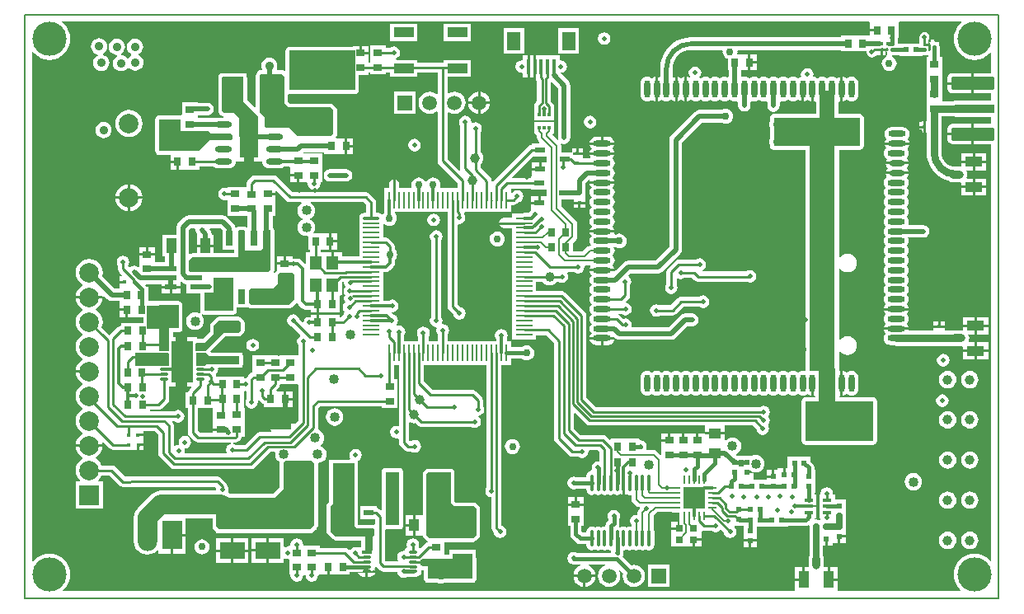
<source format=gtl>
%FSLAX25Y25*%
%MOIN*%
G70*
G01*
G75*
G04 Layer_Physical_Order=1*
G04 Layer_Color=255*
%ADD10C,0.02000*%
%ADD11C,0.03000*%
%ADD12C,0.01500*%
%ADD13R,0.01575X0.01181*%
%ADD14R,0.03937X0.02362*%
%ADD15R,0.03347X0.02756*%
%ADD16R,0.07480X0.11811*%
%ADD17O,0.06890X0.02362*%
%ADD18O,0.02362X0.07087*%
%ADD19O,0.07087X0.02362*%
%ADD20O,0.06299X0.02362*%
%ADD21R,0.02756X0.03347*%
%ADD22R,0.00984X0.01575*%
%ADD23R,0.02362X0.01969*%
%ADD24R,0.00984X0.01299*%
G04:AMPARAMS|DCode=25|XSize=35.43mil|YSize=157.48mil|CornerRadius=1.77mil|HoleSize=0mil|Usage=FLASHONLY|Rotation=90.000|XOffset=0mil|YOffset=0mil|HoleType=Round|Shape=RoundedRectangle|*
%AMROUNDEDRECTD25*
21,1,0.03543,0.15394,0,0,90.0*
21,1,0.03189,0.15748,0,0,90.0*
1,1,0.00354,0.07697,0.01595*
1,1,0.00354,0.07697,-0.01595*
1,1,0.00354,-0.07697,-0.01595*
1,1,0.00354,-0.07697,0.01595*
%
%ADD25ROUNDEDRECTD25*%
%ADD26R,0.01181X0.01575*%
%ADD27R,0.02362X0.02362*%
%ADD28R,0.02362X0.02362*%
%ADD29R,0.03347X0.01575*%
%ADD30R,0.05118X0.03937*%
%ADD31O,0.03740X0.00984*%
%ADD32O,0.00984X0.03740*%
%ADD33R,0.08661X0.08661*%
%ADD34R,0.03150X0.02559*%
%ADD35O,0.01378X0.06693*%
%ADD36C,0.03937*%
%ADD37R,0.01200X0.01800*%
%ADD38R,0.07874X0.03937*%
%ADD39R,0.01575X0.05906*%
%ADD40R,0.07874X0.07874*%
%ADD41O,0.03937X0.01181*%
%ADD42R,0.03937X0.01181*%
%ADD43R,0.02500X0.05906*%
%ADD44R,0.04800X0.05600*%
%ADD45R,0.04724X0.03150*%
%ADD46O,0.03740X0.01378*%
%ADD47R,0.08661X0.16929*%
%ADD48R,0.04803X0.02441*%
%ADD49R,0.07087X0.07874*%
%ADD50O,0.06693X0.01063*%
%ADD51R,0.06693X0.01063*%
%ADD52R,0.01063X0.06693*%
%ADD53R,0.08898X0.25590*%
%ADD54R,0.03937X0.05118*%
%ADD55R,0.03937X0.05906*%
%ADD56R,0.07874X0.07874*%
%ADD57R,0.04724X0.09843*%
%ADD58R,0.10000X0.07000*%
%ADD59O,0.05906X0.03150*%
%ADD60R,0.07087X0.03937*%
%ADD61O,0.03150X0.05906*%
%ADD62R,0.03937X0.07087*%
%ADD63C,0.01000*%
%ADD64C,0.08000*%
%ADD65C,0.01200*%
%ADD66C,0.00800*%
%ADD67C,0.02500*%
%ADD68R,0.11600X0.03500*%
%ADD69R,0.12910X0.06885*%
%ADD70R,0.04300X0.04600*%
%ADD71R,0.04600X0.21700*%
%ADD72R,0.34969X0.11400*%
%ADD73R,0.26500X0.16000*%
%ADD74R,0.18000X0.08400*%
%ADD75R,0.10500X0.06400*%
%ADD76R,0.06000X0.09600*%
%ADD77R,0.06700X0.09800*%
%ADD78R,0.04200X0.18700*%
%ADD79R,0.06200X0.14700*%
%ADD80R,0.10400X0.95500*%
%ADD81R,0.27300X0.16100*%
%ADD82R,0.05700X0.21700*%
%ADD83R,0.08100X0.13300*%
%ADD84R,0.08700X0.05400*%
%ADD85R,0.05000X0.07173*%
%ADD86R,0.06600X0.19900*%
%ADD87C,0.00500*%
%ADD88R,0.05906X0.05906*%
%ADD89C,0.05906*%
%ADD90C,0.07874*%
%ADD91R,0.07874X0.07874*%
G04:AMPARAMS|DCode=92|XSize=51.18mil|YSize=173.23mil|CornerRadius=2.56mil|HoleSize=0mil|Usage=FLASHONLY|Rotation=90.000|XOffset=0mil|YOffset=0mil|HoleType=Round|Shape=RoundedRectangle|*
%AMROUNDEDRECTD92*
21,1,0.05118,0.16811,0,0,90.0*
21,1,0.04606,0.17323,0,0,90.0*
1,1,0.00512,0.08406,0.02303*
1,1,0.00512,0.08406,-0.02303*
1,1,0.00512,-0.08406,-0.02303*
1,1,0.00512,-0.08406,0.02303*
%
%ADD92ROUNDEDRECTD92*%
%ADD93C,0.01969*%
%ADD94R,0.05315X0.07284*%
%ADD95C,0.13780*%
%ADD96O,0.07874X0.11811*%
%ADD97R,0.07874X0.11811*%
%ADD98C,0.02000*%
%ADD99C,0.03000*%
%ADD100C,0.03500*%
%ADD101C,0.04000*%
%ADD102C,0.02598*%
G36*
X72712Y125183D02*
Y117387D01*
X77571D01*
Y115829D01*
X69269D01*
Y118400D01*
X62331D01*
Y115829D01*
X60600D01*
X60015Y115713D01*
X59690Y115496D01*
X59249Y115732D01*
Y125244D01*
X60056Y126051D01*
X61646D01*
X61963Y125664D01*
X61851Y125100D01*
X62045Y124125D01*
X62433Y123543D01*
X62331Y123353D01*
X62331D01*
X62331Y123353D01*
Y119400D01*
X69269D01*
Y123353D01*
X68349D01*
Y123700D01*
X68155Y124676D01*
X67602Y125502D01*
X67516Y125589D01*
X67707Y126051D01*
X71844D01*
X72712Y125183D01*
D02*
G37*
G36*
X98658Y137058D02*
X99320Y136616D01*
X100100Y136461D01*
X104553D01*
X104713Y135987D01*
X104204Y135596D01*
X103643Y134865D01*
X103290Y134014D01*
X103170Y133100D01*
X103290Y132186D01*
X103643Y131335D01*
X104204Y130604D01*
X104935Y130043D01*
X105159Y129950D01*
Y129450D01*
X104935Y129357D01*
X104204Y128796D01*
X103643Y128065D01*
X103290Y127214D01*
X103170Y126300D01*
X103290Y125386D01*
X103643Y124535D01*
X104204Y123804D01*
X104935Y123243D01*
X105786Y122890D01*
X106700Y122770D01*
X107072Y122819D01*
X107448Y122489D01*
Y117408D01*
X108287D01*
Y116081D01*
X106532D01*
Y111750D01*
X106070Y111558D01*
X104514Y113114D01*
X103819Y113578D01*
X103000Y113741D01*
X101005D01*
Y114478D01*
X98331D01*
Y111599D01*
X97833D01*
Y111100D01*
X94658D01*
Y108722D01*
X94658Y108722D01*
X94658D01*
X94658Y108721D01*
X93929Y107992D01*
X93542Y108309D01*
X93613Y108415D01*
X93729Y109000D01*
Y125100D01*
X93632Y125588D01*
X93613Y125685D01*
X93281Y126181D01*
X93212Y126251D01*
Y126293D01*
X93170D01*
X93011Y126452D01*
Y131017D01*
X94170D01*
Y136772D01*
D01*
Y136772D01*
X94170Y136772D01*
Y136922D01*
X94170D01*
Y139300D01*
X90996D01*
Y140300D01*
X94170D01*
Y140893D01*
X94632Y141084D01*
X98658Y137058D01*
D02*
G37*
G36*
X68827Y47528D02*
X68827Y47528D01*
X68827Y47378D01*
X68827D01*
Y45000D01*
X72001D01*
Y44000D01*
X68827D01*
Y43339D01*
X63745D01*
X62839Y44245D01*
Y53227D01*
X63678D01*
Y53227D01*
X63678D01*
X63678Y53227D01*
X63828D01*
Y53227D01*
X68827D01*
Y47528D01*
D02*
G37*
G36*
X51000Y75300D02*
Y70500D01*
X50700Y70200D01*
X37400D01*
Y75600D01*
X50700D01*
X51000Y75300D01*
D02*
G37*
G36*
X203963Y152507D02*
X201700D01*
Y149825D01*
X201201D01*
Y149326D01*
X197731D01*
Y147145D01*
X197731D01*
Y147135D01*
X197378Y146781D01*
X197363D01*
Y146139D01*
X189876D01*
X189685Y146601D01*
X198103Y155019D01*
X203963D01*
Y152507D01*
D02*
G37*
G36*
X81200Y186700D02*
Y177300D01*
X87300Y171200D01*
Y163400D01*
X86600Y162700D01*
X80300D01*
X79600Y163400D01*
Y170400D01*
X77400Y172600D01*
X73400D01*
X72600Y173400D01*
Y187000D01*
X72700Y187100D01*
X80800D01*
X81200Y186700D01*
D02*
G37*
G36*
X80200Y87800D02*
Y84600D01*
X79300Y83700D01*
X73300D01*
X66000Y76400D01*
X61800D01*
Y79200D01*
X62200Y79600D01*
X65500D01*
X69300Y83400D01*
Y86600D01*
X71300Y88600D01*
X79400D01*
X80200Y87800D01*
D02*
G37*
G36*
X97698Y187408D02*
Y176602D01*
X99500Y174800D01*
X116400D01*
X117595Y173605D01*
Y164095D01*
X116800Y163300D01*
X103000D01*
X99800Y166500D01*
X90600D01*
X89700Y167400D01*
Y170800D01*
X87800Y172700D01*
Y187800D01*
X88406Y188406D01*
X96700D01*
X97698Y187408D01*
D02*
G37*
G36*
X371592Y209045D02*
X370829Y208419D01*
X369780Y207141D01*
X369001Y205684D01*
X368521Y204102D01*
X368359Y202457D01*
X368521Y200813D01*
X369001Y199231D01*
X369780Y197774D01*
X370829Y196496D01*
X372106Y195448D01*
X373564Y194669D01*
X375145Y194189D01*
X376790Y194027D01*
X378434Y194189D01*
X380016Y194669D01*
X381473Y195448D01*
X382751Y196496D01*
X383176Y197015D01*
X383647Y196846D01*
Y188630D01*
X376644D01*
Y184535D01*
Y180443D01*
X383647D01*
Y177604D01*
X369235D01*
X368580Y177474D01*
X368358Y177326D01*
X363673D01*
Y177428D01*
X363673D01*
Y183183D01*
X363673D01*
Y183491D01*
X363705Y183522D01*
X363705D01*
Y189074D01*
X363705Y189074D01*
D01*
D01*
X363705Y189278D01*
Y189294D01*
Y189353D01*
X363705Y189428D01*
X363705Y189631D01*
X363705Y189631D01*
X363705D01*
Y195184D01*
X362794D01*
Y199200D01*
X362619Y200078D01*
X362492Y200269D01*
Y201350D01*
X361226D01*
X360524Y201489D01*
Y202334D01*
X359032D01*
Y201350D01*
X358508D01*
Y200366D01*
X358032D01*
Y202334D01*
X358602D01*
Y203263D01*
X358447Y204043D01*
X358005Y204705D01*
X357343Y205147D01*
X356563Y205302D01*
X355783Y205147D01*
X355121Y204705D01*
X354679Y204043D01*
X354524Y203263D01*
Y200684D01*
X346550D01*
Y200494D01*
X345719D01*
X345663Y200562D01*
Y201702D01*
X345786Y201887D01*
X345973Y202827D01*
X346178D01*
Y209162D01*
X346178Y209162D01*
D01*
D01*
X346178Y209173D01*
D01*
X346520Y209516D01*
X371423D01*
X371592Y209045D01*
D02*
G37*
G36*
X130887Y135429D02*
Y132093D01*
X130111D01*
X129318Y131936D01*
X128647Y131487D01*
X128198Y130815D01*
X128040Y130022D01*
X128080Y129822D01*
Y126022D01*
Y122085D01*
Y118148D01*
Y114447D01*
X121078D01*
Y116081D01*
X117678D01*
Y111780D01*
X116678D01*
Y116081D01*
X112365D01*
Y117408D01*
X113204D01*
X113204Y117408D01*
Y117408D01*
X113204D01*
X113354D01*
X113558Y117408D01*
X113558Y117408D01*
Y117408D01*
X115732D01*
Y120580D01*
Y123754D01*
X113558D01*
X113558Y123754D01*
Y123754D01*
X113354Y123754D01*
X113279D01*
X113204D01*
X113000Y123754D01*
X113000Y123754D01*
Y123754D01*
X109723D01*
X109502Y124203D01*
X109757Y124535D01*
X110110Y125386D01*
X110230Y126300D01*
X110110Y127214D01*
X109757Y128065D01*
X109196Y128796D01*
X108465Y129357D01*
X108241Y129450D01*
Y129950D01*
X108465Y130043D01*
X109196Y130604D01*
X109757Y131335D01*
X110110Y132186D01*
X110230Y133100D01*
X110110Y134014D01*
X109757Y134865D01*
X109196Y135596D01*
X108465Y136157D01*
X108526Y136461D01*
X129855D01*
X130887Y135429D01*
D02*
G37*
G36*
X56485Y104111D02*
X57312Y103558D01*
X58287Y103364D01*
X58316D01*
Y103192D01*
Y99452D01*
X63671D01*
Y92500D01*
X63787Y91915D01*
X63900Y91745D01*
X63535Y91403D01*
X63465Y91457D01*
X62614Y91810D01*
X61700Y91930D01*
X60786Y91810D01*
X59935Y91457D01*
X59204Y90896D01*
X58643Y90165D01*
X58290Y89314D01*
X58170Y88400D01*
X58290Y87486D01*
X58643Y86635D01*
X59204Y85904D01*
X59935Y85343D01*
X60786Y84990D01*
X61700Y84870D01*
X62614Y84990D01*
X63465Y85343D01*
X64196Y85904D01*
X64757Y86635D01*
X65110Y87486D01*
X65230Y88400D01*
X65110Y89314D01*
X64757Y90165D01*
X64380Y90657D01*
X64644Y91081D01*
X65200Y90971D01*
X77100D01*
X77685Y91087D01*
X78181Y91419D01*
X78513Y91915D01*
X78629Y92500D01*
Y93765D01*
X82712D01*
Y93765D01*
X83448D01*
X83715Y93587D01*
X84300Y93471D01*
X99700D01*
X100285Y93587D01*
X100781Y93919D01*
X102552Y95689D01*
X103049Y95640D01*
X103486Y94986D01*
X104886Y93586D01*
X105581Y93122D01*
X105581Y93122D01*
X105581Y93122D01*
D01*
X105581Y93122D01*
X105581Y93122D01*
X106400Y92959D01*
X108422D01*
Y91927D01*
X110800D01*
Y95101D01*
X111800D01*
Y91927D01*
X114178D01*
Y91927D01*
X114178D01*
X114178Y91927D01*
X114328D01*
Y91927D01*
X120083D01*
Y98273D01*
X120083D01*
Y98397D01*
X120437Y98750D01*
X121078D01*
Y104067D01*
X121217Y104205D01*
X121716Y104181D01*
X121886Y103974D01*
X121851Y103800D01*
X122045Y102824D01*
X122450Y102218D01*
X121950Y101470D01*
X121756Y100495D01*
X121950Y99519D01*
X122330Y98952D01*
X122145Y98676D01*
X121951Y97700D01*
X122145Y96724D01*
X122586Y96065D01*
X122206Y95810D01*
X121653Y94984D01*
X121459Y94008D01*
X121653Y93033D01*
X122206Y92206D01*
X122271Y92162D01*
X121745Y91375D01*
X121634Y90818D01*
X120755Y89939D01*
X120015D01*
Y91073D01*
X114259D01*
D01*
D01*
X114259Y91073D01*
X114109D01*
Y91073D01*
X111732D01*
Y87899D01*
X110731D01*
Y91073D01*
X108353D01*
Y90041D01*
X107700D01*
X106881Y89878D01*
X106186Y89414D01*
X105722Y88719D01*
X105567Y87941D01*
X105088Y87795D01*
X103866Y89018D01*
X103755Y89575D01*
X103202Y90402D01*
X102375Y90955D01*
X101400Y91149D01*
X100425Y90955D01*
X99598Y90402D01*
X99045Y89575D01*
X98851Y88600D01*
X99045Y87625D01*
X99598Y86798D01*
X100425Y86245D01*
X100982Y86134D01*
X104268Y82848D01*
X104219Y82351D01*
X103698Y82002D01*
X103145Y81176D01*
X102951Y80200D01*
X103145Y79224D01*
X103361Y78902D01*
Y74478D01*
X103361D01*
X103205D01*
X103007Y74478D01*
X103007Y74478D01*
Y74478D01*
X84858D01*
Y68722D01*
X84858Y68722D01*
X84858Y68572D01*
X84858D01*
Y67627D01*
X84614Y67578D01*
X83953Y67136D01*
X83176Y66360D01*
X82734Y65698D01*
X82716Y65607D01*
X82300Y65329D01*
X82200Y65349D01*
X81864Y65282D01*
X81478Y65599D01*
Y65973D01*
X75926D01*
X75926Y65973D01*
Y65973D01*
X75722Y65973D01*
X75647D01*
X75572D01*
X75368Y65973D01*
X75368Y65973D01*
Y65973D01*
X70305D01*
X70184Y66580D01*
X70140Y66646D01*
X70237Y67137D01*
X70250Y67145D01*
X70802Y67972D01*
X70996Y68947D01*
X70969Y69084D01*
X71286Y69471D01*
X73169D01*
Y69439D01*
X80894D01*
Y70386D01*
X80913Y70415D01*
X81029Y71000D01*
Y74200D01*
X80913Y74785D01*
X80894Y74814D01*
Y75589D01*
X80121D01*
X80085Y75613D01*
X79500Y75729D01*
X68146D01*
X67954Y76191D01*
X73934Y82171D01*
X79300D01*
X79885Y82287D01*
X80381Y82619D01*
X80588Y82825D01*
X80894D01*
Y83131D01*
X81281Y83519D01*
X81613Y84015D01*
X81729Y84600D01*
Y87800D01*
X81613Y88385D01*
X81281Y88881D01*
X80481Y89681D01*
X79985Y90013D01*
X79400Y90129D01*
X71300D01*
X70715Y90013D01*
X70219Y89681D01*
X68219Y87681D01*
X67887Y87185D01*
X67771Y86600D01*
Y84034D01*
X64867Y81129D01*
X62362D01*
Y81865D01*
X57032D01*
Y71899D01*
Y61935D01*
X60098D01*
X60290Y61474D01*
X59358Y60542D01*
X58916Y59880D01*
X58855Y59573D01*
X57922D01*
Y53227D01*
X58761D01*
Y43400D01*
X58761Y43400D01*
X58761D01*
X58916Y42620D01*
X59358Y41958D01*
X61458Y39858D01*
X62120Y39416D01*
X62900Y39261D01*
X76220D01*
X76269Y38763D01*
X75725Y38655D01*
X74898Y38102D01*
X74345Y37275D01*
X74151Y36300D01*
X74345Y35324D01*
X74375Y35280D01*
X74139Y34839D01*
X57752D01*
X57435Y35226D01*
X57549Y35800D01*
X57470Y36197D01*
X57600Y36851D01*
X58575Y37045D01*
X59402Y37598D01*
X59955Y38425D01*
X60149Y39400D01*
X59955Y40376D01*
X59402Y41202D01*
X58575Y41755D01*
X57600Y41949D01*
X56625Y41755D01*
X55798Y41202D01*
X55245Y40376D01*
X55051Y39400D01*
X55130Y39003D01*
X55036Y38527D01*
X54903Y38330D01*
X54024Y38155D01*
X53480Y37791D01*
X53039Y38027D01*
Y46100D01*
X53039Y46100D01*
X52884Y46880D01*
X52442Y47542D01*
X52574Y47861D01*
X53352D01*
X53825Y47545D01*
X54800Y47351D01*
X55775Y47545D01*
X56602Y48098D01*
X57155Y48924D01*
X57349Y49900D01*
X57155Y50876D01*
X56602Y51702D01*
X55775Y52255D01*
X54800Y52449D01*
X53825Y52255D01*
X53352Y51939D01*
X43378D01*
Y52461D01*
X46800D01*
X47580Y52616D01*
X48242Y53058D01*
X48242Y53058D01*
X48242Y53058D01*
X50591Y55408D01*
X51034Y56069D01*
X51189Y56850D01*
Y61935D01*
X56032D01*
Y71899D01*
Y81865D01*
X52729D01*
Y83771D01*
X55000D01*
X55585Y83887D01*
X56081Y84219D01*
X56413Y84715D01*
X56529Y85300D01*
Y94900D01*
X56413Y95485D01*
X56081Y95981D01*
X55585Y96313D01*
X55000Y96429D01*
X42778D01*
Y102173D01*
X42132D01*
X42125Y102209D01*
X41628Y102954D01*
X41798Y103364D01*
X48001D01*
Y103192D01*
Y102673D01*
X55805D01*
Y103192D01*
Y104137D01*
X56266Y104329D01*
X56485Y104111D01*
D02*
G37*
G36*
X82200Y60251D02*
X82579Y59940D01*
Y57030D01*
X82263Y56557D01*
X82069Y55582D01*
X82263Y54606D01*
X82816Y53780D01*
X83643Y53227D01*
X84618Y53033D01*
X85594Y53227D01*
X86421Y53780D01*
X86973Y54606D01*
X87167Y55582D01*
X87047Y56184D01*
X87135Y56242D01*
X87486Y56430D01*
X88458Y55458D01*
X89120Y55016D01*
X89348Y54971D01*
Y53727D01*
X93513D01*
X93611Y53236D01*
X93058Y53007D01*
X92473Y52559D01*
X92024Y51974D01*
X91742Y51293D01*
X91712Y51062D01*
X94470D01*
Y50062D01*
X91712D01*
X91742Y49832D01*
X92024Y49150D01*
X92473Y48566D01*
X92624Y48450D01*
Y47950D01*
X92473Y47834D01*
X92024Y47249D01*
X91742Y46569D01*
X91712Y46338D01*
X94470D01*
Y45338D01*
X91712D01*
X91742Y45107D01*
X92024Y44426D01*
X92361Y43988D01*
X92140Y43539D01*
X87782D01*
X87002Y43384D01*
X86340Y42942D01*
X81737Y38339D01*
X78148D01*
X77675Y38655D01*
X76700Y38849D01*
Y38907D01*
X77054Y39261D01*
X78000D01*
X78780Y39416D01*
X79442Y39858D01*
X80042Y40458D01*
X80484Y41120D01*
X80603Y41717D01*
X81773D01*
Y47269D01*
X81773Y47269D01*
D01*
D01*
X81773Y47472D01*
Y47488D01*
Y47547D01*
X81773Y47622D01*
X81773Y47826D01*
X81773Y47826D01*
X81773D01*
Y53378D01*
X81478D01*
Y53627D01*
X81478D01*
Y59973D01*
X81478D01*
Y60001D01*
X81864Y60318D01*
X82200Y60251D01*
D02*
G37*
G36*
X67500Y74200D02*
X79500D01*
Y71000D01*
X66508D01*
X65400Y70200D01*
X62300D01*
X62000Y70500D01*
Y75400D01*
X62100Y75500D01*
X66200D01*
X67500Y74200D01*
D02*
G37*
G36*
X334517Y209162D02*
Y206500D01*
X337396D01*
Y205500D01*
X334517D01*
Y203773D01*
X334509D01*
Y203773D01*
X328958D01*
X328958Y203773D01*
Y203773D01*
X328753Y203773D01*
X328679D01*
X328604D01*
X328400Y203773D01*
X328400Y203773D01*
Y203773D01*
X322848D01*
Y203149D01*
X262268D01*
X262183Y203132D01*
X260307Y202984D01*
X258394Y202525D01*
X256576Y201772D01*
X254899Y200744D01*
X253402Y199466D01*
X252125Y197970D01*
X251097Y196292D01*
X250344Y194475D01*
X249884Y192561D01*
X249737Y190686D01*
X249720Y190600D01*
Y187337D01*
X249304Y187059D01*
X249031Y187172D01*
X248832Y187198D01*
Y182197D01*
Y177197D01*
X249031Y177223D01*
X249684Y177494D01*
X250244Y177923D01*
X250356D01*
X250916Y177494D01*
X251569Y177223D01*
X252269Y177131D01*
X252968Y177223D01*
X253621Y177494D01*
X254181Y177923D01*
X254293D01*
X254853Y177494D01*
X255506Y177223D01*
X255705Y177197D01*
Y182197D01*
Y187198D01*
X255506Y187172D01*
X255233Y187059D01*
X254818Y187337D01*
Y190600D01*
X254794Y190718D01*
X254926Y192060D01*
X255352Y193465D01*
X256044Y194759D01*
X256975Y195893D01*
X258109Y196824D01*
X259404Y197516D01*
X260808Y197942D01*
X262151Y198074D01*
X262268Y198051D01*
X274676D01*
X275006Y197675D01*
X274954Y197280D01*
X275057Y196496D01*
X275359Y195767D01*
X275840Y195140D01*
X276467Y194659D01*
X277016Y194431D01*
Y189827D01*
X277345D01*
Y187309D01*
X276930Y187031D01*
X276590Y187172D01*
X275891Y187264D01*
X275191Y187172D01*
X274538Y186902D01*
X273978Y186472D01*
X273866D01*
X273306Y186902D01*
X272654Y187172D01*
X271954Y187264D01*
X271254Y187172D01*
X270601Y186902D01*
X270041Y186472D01*
X269929D01*
Y186472D01*
X269369Y186902D01*
X268716Y187172D01*
X268017Y187264D01*
X267317Y187172D01*
X266664Y186902D01*
X266104Y186472D01*
Y186472D01*
X265992D01*
X265595Y186776D01*
X265602Y186998D01*
X266155Y187824D01*
X266349Y188800D01*
X266155Y189776D01*
X265602Y190602D01*
X264775Y191155D01*
X263800Y191349D01*
X262825Y191155D01*
X261998Y190602D01*
X261445Y189776D01*
X261251Y188800D01*
X261445Y187824D01*
X261798Y187297D01*
X261720Y187196D01*
X261483Y186907D01*
X260842Y187172D01*
X260643Y187198D01*
Y182197D01*
Y177197D01*
X260842Y177223D01*
X261495Y177494D01*
X262055Y177923D01*
X262167D01*
X262727Y177494D01*
X263380Y177223D01*
X264079Y177131D01*
X264779Y177223D01*
X265432Y177494D01*
X265992Y177923D01*
Y177923D01*
X266104D01*
X266664Y177494D01*
X267317Y177223D01*
X268017Y177131D01*
X268716Y177223D01*
X269369Y177494D01*
X269929Y177923D01*
X270041D01*
Y177923D01*
X270601Y177494D01*
X271254Y177223D01*
X271954Y177131D01*
X272654Y177223D01*
X273306Y177494D01*
X273866Y177923D01*
X273978D01*
X274538Y177494D01*
X275191Y177223D01*
X275891Y177131D01*
X276590Y177223D01*
X277243Y177494D01*
X277803Y177923D01*
Y177923D01*
X277915D01*
X278475Y177494D01*
X279128Y177223D01*
X279828Y177131D01*
X280527Y177223D01*
X280800Y177336D01*
X281216Y177058D01*
Y175635D01*
X281216Y175635D01*
X281216D01*
X281410Y174660D01*
X281962Y173833D01*
X282789Y173281D01*
X283765Y173087D01*
X284740Y173281D01*
X285567Y173833D01*
X286120Y174660D01*
X286314Y175635D01*
Y177058D01*
X286729Y177336D01*
X287002Y177223D01*
X287702Y177131D01*
X288402Y177223D01*
X289054Y177494D01*
X289614Y177923D01*
X289726D01*
X290286Y177494D01*
X290939Y177223D01*
X291639Y177131D01*
X292338Y177223D01*
X292604Y177333D01*
X293020Y177055D01*
Y175568D01*
X293020Y175568D01*
X293020D01*
X293214Y174593D01*
X293766Y173766D01*
X294593Y173214D01*
X295568Y173020D01*
X296544Y173214D01*
X297371Y173766D01*
X297923Y174593D01*
X298117Y175568D01*
Y177061D01*
X298533Y177339D01*
X298813Y177223D01*
X299513Y177131D01*
X300213Y177223D01*
X300865Y177494D01*
X301425Y177923D01*
X301537D01*
X302098Y177494D01*
X302750Y177223D01*
X303450Y177131D01*
X304150Y177223D01*
X304802Y177494D01*
X305362Y177923D01*
X305474D01*
X306034Y177494D01*
X306687Y177223D01*
X306887Y177197D01*
Y182199D01*
X307887D01*
Y177197D01*
X308086Y177223D01*
X308739Y177494D01*
X309299Y177923D01*
X309412D01*
X309971Y177494D01*
X310624Y177223D01*
X310824Y177197D01*
Y182199D01*
X311824D01*
Y177197D01*
X312023Y177223D01*
X312255Y177319D01*
X312671Y177041D01*
Y172129D01*
X295532D01*
X294946Y172013D01*
X294450Y171681D01*
X294118Y171185D01*
X294002Y170600D01*
Y169255D01*
X293834Y168848D01*
X293722Y168000D01*
X293834Y167152D01*
X294002Y166745D01*
Y162014D01*
X293934Y161848D01*
X293822Y161000D01*
X293934Y160152D01*
X294002Y159986D01*
Y159200D01*
X294118Y158615D01*
X294450Y158119D01*
X294946Y157787D01*
X295532Y157671D01*
X308571D01*
Y68524D01*
X308155Y68246D01*
X308086Y68274D01*
X307387Y68366D01*
X306687Y68274D01*
X306034Y68004D01*
X305474Y67574D01*
X305362D01*
X304802Y68004D01*
X304150Y68274D01*
X303450Y68366D01*
X302750Y68274D01*
X302098Y68004D01*
X301537Y67574D01*
X301425D01*
X300865Y68004D01*
X300213Y68274D01*
X299513Y68366D01*
X298813Y68274D01*
X298161Y68004D01*
X297600Y67574D01*
X297488D01*
X296928Y68004D01*
X296275Y68274D01*
X295576Y68366D01*
X294876Y68274D01*
X294223Y68004D01*
X293663Y67574D01*
X293551D01*
X292991Y68004D01*
X292338Y68274D01*
X291639Y68366D01*
X290939Y68274D01*
X290286Y68004D01*
X289726Y67574D01*
X289614D01*
X289054Y68004D01*
X288402Y68274D01*
X287702Y68366D01*
X287002Y68274D01*
X286350Y68004D01*
X285789Y67574D01*
X285677D01*
X285117Y68004D01*
X284465Y68274D01*
X283765Y68366D01*
X283065Y68274D01*
X282412Y68004D01*
X281852Y67574D01*
X281740D01*
X281180Y68004D01*
X280527Y68274D01*
X279828Y68366D01*
X279128Y68274D01*
X278475Y68004D01*
X277915Y67574D01*
X277803D01*
X277243Y68004D01*
X276590Y68274D01*
X275891Y68366D01*
X275191Y68274D01*
X274538Y68004D01*
X273978Y67574D01*
X273866D01*
X273306Y68004D01*
X272654Y68274D01*
X271954Y68366D01*
X271254Y68274D01*
X270601Y68004D01*
X270041Y67574D01*
X269929D01*
X269369Y68004D01*
X268717Y68274D01*
X268017Y68366D01*
X267317Y68274D01*
X266664Y68004D01*
X266104Y67574D01*
X265992D01*
X265432Y68004D01*
X264779Y68274D01*
X264079Y68366D01*
X263380Y68274D01*
X262727Y68004D01*
X262167Y67574D01*
X262055D01*
X261495Y68004D01*
X260842Y68274D01*
X260142Y68366D01*
X259443Y68274D01*
X258790Y68004D01*
X258230Y67574D01*
X258118D01*
X257558Y68004D01*
X256905Y68274D01*
X256206Y68366D01*
X255506Y68274D01*
X254853Y68004D01*
X254293Y67574D01*
X254181D01*
X253621Y68004D01*
X252968Y68274D01*
X252269Y68366D01*
X251569Y68274D01*
X250916Y68004D01*
X250356Y67574D01*
X250244D01*
X249684Y68004D01*
X249031Y68274D01*
X248331Y68366D01*
X247632Y68274D01*
X246979Y68004D01*
X246419Y67574D01*
X246307D01*
X245747Y68004D01*
X245094Y68274D01*
X244394Y68366D01*
X243695Y68274D01*
X243042Y68004D01*
X242482Y67574D01*
X242053Y67014D01*
X241782Y66362D01*
X241690Y65662D01*
Y60938D01*
X241782Y60238D01*
X242053Y59586D01*
X242482Y59026D01*
X243042Y58596D01*
X243695Y58326D01*
X244394Y58234D01*
X245094Y58326D01*
X245747Y58596D01*
X246307Y59026D01*
X246419D01*
X246979Y58596D01*
X247632Y58326D01*
X248331Y58234D01*
X249031Y58326D01*
X249684Y58596D01*
X250244Y59026D01*
X250356D01*
X250916Y58596D01*
X251569Y58326D01*
X252269Y58234D01*
X252968Y58326D01*
X253621Y58596D01*
X254181Y59026D01*
X254293D01*
X254853Y58596D01*
X255506Y58326D01*
X256206Y58234D01*
X256905Y58326D01*
X257558Y58596D01*
X258118Y59026D01*
X258230D01*
X258790Y58596D01*
X259443Y58326D01*
X260142Y58234D01*
X260842Y58326D01*
X261495Y58596D01*
X262055Y59026D01*
X262167D01*
X262727Y58596D01*
X263380Y58326D01*
X264079Y58234D01*
X264779Y58326D01*
X265432Y58596D01*
X265992Y59026D01*
X266104D01*
X266664Y58596D01*
X267317Y58326D01*
X268017Y58234D01*
X268717Y58326D01*
X269369Y58596D01*
X269929Y59026D01*
X270041D01*
X270601Y58596D01*
X271254Y58326D01*
X271954Y58234D01*
X272654Y58326D01*
X273306Y58596D01*
X273866Y59026D01*
X273978D01*
X274538Y58596D01*
X275191Y58326D01*
X275891Y58234D01*
X276590Y58326D01*
X277243Y58596D01*
X277803Y59026D01*
X277915D01*
X278475Y58596D01*
X279128Y58326D01*
X279828Y58234D01*
X280527Y58326D01*
X281180Y58596D01*
X281740Y59026D01*
X281852D01*
X282412Y58596D01*
X283065Y58326D01*
X283765Y58234D01*
X284465Y58326D01*
X285117Y58596D01*
X285677Y59026D01*
X285789D01*
X286350Y58596D01*
X287002Y58326D01*
X287702Y58234D01*
X288402Y58326D01*
X289054Y58596D01*
X289614Y59026D01*
X289726D01*
X290286Y58596D01*
X290939Y58326D01*
X291639Y58234D01*
X292338Y58326D01*
X292991Y58596D01*
X293551Y59026D01*
X293663D01*
X294223Y58596D01*
X294876Y58326D01*
X295576Y58234D01*
X296275Y58326D01*
X296928Y58596D01*
X297488Y59026D01*
X297600D01*
X298161Y58596D01*
X298813Y58326D01*
X299513Y58234D01*
X300213Y58326D01*
X300865Y58596D01*
X301425Y59026D01*
X301537D01*
X302098Y58596D01*
X302750Y58326D01*
X303450Y58234D01*
X304150Y58326D01*
X304802Y58596D01*
X305362Y59026D01*
X305474D01*
X306034Y58596D01*
X306687Y58326D01*
X307387Y58234D01*
X308086Y58326D01*
X308739Y58596D01*
X309299Y59026D01*
X309412D01*
X309971Y58596D01*
X310624Y58326D01*
X310824Y58299D01*
Y63301D01*
X311824D01*
Y58299D01*
X312023Y58326D01*
X312055Y58339D01*
X312471Y58061D01*
Y57529D01*
X308500D01*
X307915Y57413D01*
X307419Y57081D01*
X307087Y56585D01*
X306971Y56000D01*
Y39900D01*
X307087Y39315D01*
X307419Y38819D01*
X307915Y38487D01*
X308500Y38371D01*
X335800D01*
X336385Y38487D01*
X336881Y38819D01*
X337213Y39315D01*
X337329Y39900D01*
Y56000D01*
X337213Y56585D01*
X336881Y57081D01*
X336385Y57413D01*
X335800Y57529D01*
X322318D01*
X322142Y57997D01*
X322505Y58316D01*
X322635Y58299D01*
Y63299D01*
Y68301D01*
X322505Y68284D01*
X322129Y68613D01*
Y69200D01*
X322029Y69703D01*
Y75970D01*
X322503Y76131D01*
X322791Y75755D01*
X323579Y75150D01*
X324497Y74770D01*
X325481Y74641D01*
X326466Y74770D01*
X327383Y75150D01*
X328171Y75755D01*
X328776Y76543D01*
X329156Y77460D01*
X329285Y78445D01*
X329156Y79430D01*
X328776Y80347D01*
X328171Y81135D01*
X327383Y81739D01*
X326466Y82120D01*
X325481Y82249D01*
X324497Y82120D01*
X323579Y81739D01*
X322791Y81135D01*
X322503Y80759D01*
X322029Y80920D01*
Y109434D01*
X322503Y109595D01*
X322791Y109220D01*
X323579Y108615D01*
X324497Y108235D01*
X325481Y108105D01*
X326466Y108235D01*
X327383Y108615D01*
X328171Y109220D01*
X328776Y110007D01*
X329156Y110925D01*
X329285Y111909D01*
X329156Y112894D01*
X328776Y113812D01*
X328171Y114599D01*
X327383Y115204D01*
X326466Y115584D01*
X325481Y115714D01*
X324497Y115584D01*
X323579Y115204D01*
X322791Y114599D01*
X322503Y114224D01*
X322029Y114384D01*
Y157671D01*
X330500D01*
X331085Y157787D01*
X331581Y158119D01*
X331913Y158615D01*
X332029Y159200D01*
Y170600D01*
X331913Y171185D01*
X331581Y171681D01*
X331085Y172013D01*
X330500Y172129D01*
X321929D01*
Y176983D01*
X322345Y177260D01*
X322435Y177223D01*
X322635Y177197D01*
Y182197D01*
Y187198D01*
X322435Y187172D01*
X321782Y186902D01*
X321222Y186472D01*
Y186472D01*
X321110D01*
X320550Y186902D01*
X319898Y187172D01*
X319198Y187264D01*
X318498Y187172D01*
X317846Y186902D01*
X317285Y186472D01*
X317173D01*
X316613Y186902D01*
X315961Y187172D01*
X315261Y187264D01*
X314561Y187172D01*
X313909Y186902D01*
X313349Y186472D01*
X313236D01*
X312676Y186902D01*
X312023Y187172D01*
X311934Y187184D01*
X311643Y187590D01*
X311743Y188094D01*
X311549Y189070D01*
X310997Y189897D01*
X310170Y190449D01*
X309194Y190644D01*
X308219Y190449D01*
X307392Y189897D01*
X306839Y189070D01*
X306645Y188094D01*
X306798Y187327D01*
X306687Y187172D01*
X306034Y186902D01*
X305474Y186472D01*
X305362D01*
X304802Y186902D01*
X304150Y187172D01*
X303450Y187264D01*
X302750Y187172D01*
X302098Y186902D01*
X301537Y186472D01*
X301425D01*
X300865Y186902D01*
X300213Y187172D01*
X299513Y187264D01*
X298813Y187172D01*
X298161Y186902D01*
X297600Y186472D01*
X297488D01*
X296928Y186902D01*
X296275Y187172D01*
X295576Y187264D01*
X294876Y187172D01*
X294223Y186902D01*
X293663Y186472D01*
X293551D01*
X292991Y186902D01*
X292338Y187172D01*
X291639Y187264D01*
X290939Y187172D01*
X290286Y186902D01*
X289726Y186472D01*
X289614D01*
X289054Y186902D01*
X288402Y187172D01*
X287702Y187264D01*
X287002Y187172D01*
X286350Y186902D01*
X285789Y186472D01*
X285677D01*
X285117Y186902D01*
X284465Y187172D01*
X283765Y187264D01*
X283065Y187172D01*
X282859Y187087D01*
X282443Y187365D01*
Y189827D01*
X282772Y189827D01*
D01*
D01*
Y189827D01*
X282772D01*
X282922D01*
X283126Y189827D01*
X283126Y189827D01*
Y189827D01*
X285300D01*
Y192999D01*
Y196173D01*
X283126D01*
X283126Y196173D01*
Y196173D01*
X282922Y196173D01*
X282847D01*
X282772D01*
X282569Y196173D01*
X282569Y196173D01*
Y196173D01*
X281239D01*
X280909Y196549D01*
X281006Y197280D01*
X280953Y197675D01*
X281283Y198051D01*
X322848D01*
Y197427D01*
X328604D01*
Y197427D01*
X328753D01*
X328958Y197427D01*
X328958Y197427D01*
Y197427D01*
X332993D01*
X333261Y197100D01*
X333416Y196320D01*
X333858Y195658D01*
X334520Y195216D01*
X335300Y195061D01*
X336080Y195216D01*
X336742Y195658D01*
X336996Y195913D01*
X337439Y195913D01*
Y195913D01*
X338931D01*
Y198079D01*
X339545Y198201D01*
X339932D01*
Y195913D01*
X340900D01*
Y198201D01*
X341074D01*
X341074Y198200D01*
X341249Y197322D01*
X341376Y197132D01*
Y195912D01*
X341177D01*
X341274Y195422D01*
X340787Y195220D01*
X340160Y194740D01*
X339680Y194113D01*
X339377Y193383D01*
X339274Y192600D01*
X339377Y191817D01*
X339680Y191087D01*
X340160Y190460D01*
X340787Y189980D01*
X341517Y189677D01*
X342300Y189574D01*
X343083Y189677D01*
X343813Y189980D01*
X344440Y190460D01*
X344920Y191087D01*
X345223Y191817D01*
X345326Y192600D01*
X345223Y193383D01*
X344920Y194113D01*
X344440Y194740D01*
X343813Y195220D01*
X343342Y195415D01*
X343440Y195906D01*
X346550D01*
Y195716D01*
X355850D01*
Y195922D01*
X356563D01*
X357289Y196066D01*
X358206D01*
Y195184D01*
X357358D01*
Y189631D01*
X357358Y189631D01*
X357358D01*
X357358Y189428D01*
Y189278D01*
D01*
D01*
X357358D01*
Y183522D01*
X357358D01*
Y183215D01*
X357327Y183184D01*
X357327D01*
Y177428D01*
X357327Y177428D01*
X357327Y177278D01*
X357327D01*
Y171522D01*
X357474D01*
Y169187D01*
X357100D01*
Y166899D01*
Y164613D01*
X357474D01*
Y156632D01*
X357463D01*
X357611Y154759D01*
X358049Y152933D01*
X358768Y151198D01*
X359749Y149597D01*
X360969Y148169D01*
X362397Y146949D01*
X363998Y145968D01*
X365733Y145249D01*
X366408Y145087D01*
X366503Y145014D01*
X367251Y144704D01*
X368054Y144599D01*
X370810D01*
X371099Y144637D01*
X371475Y144307D01*
Y143082D01*
X376018D01*
Y146051D01*
X373904D01*
X373626Y146466D01*
X373805Y146897D01*
X373911Y147700D01*
X373805Y148503D01*
X373495Y149251D01*
X373544Y149349D01*
X376018D01*
Y152318D01*
X371475D01*
Y151093D01*
X371099Y150763D01*
X370810Y150801D01*
X368621D01*
X368279Y150835D01*
X367170Y151171D01*
X366148Y151718D01*
X365252Y152453D01*
X364517Y153348D01*
X363971Y154370D01*
X363635Y155479D01*
X363523Y156613D01*
X363526Y156632D01*
Y171274D01*
X368358D01*
X368580Y171126D01*
X369235Y170995D01*
X383647D01*
Y168157D01*
X376644D01*
Y164063D01*
Y159970D01*
X383647D01*
Y-8467D01*
X383176Y-8635D01*
X382751Y-8117D01*
X381473Y-7068D01*
X380016Y-6289D01*
X378434Y-5810D01*
X376790Y-5648D01*
X375145Y-5810D01*
X373564Y-6289D01*
X372106Y-7068D01*
X370829Y-8117D01*
X369780Y-9394D01*
X369001Y-10852D01*
X368521Y-12433D01*
X368359Y-14078D01*
X368521Y-15723D01*
X369001Y-17304D01*
X369780Y-18762D01*
X370829Y-20039D01*
X371323Y-20445D01*
X371155Y-20916D01*
X321371D01*
Y-16671D01*
X317901D01*
Y-16172D01*
X317402D01*
Y-11128D01*
X316177D01*
X315847Y-10752D01*
X315886Y-10462D01*
Y-7706D01*
X315780Y-6904D01*
X315558Y-6368D01*
Y-2318D01*
X316384D01*
Y364D01*
X317384D01*
Y-2318D01*
X319565D01*
Y-1418D01*
X321500D01*
Y1264D01*
X321999D01*
Y1763D01*
X324681D01*
Y2519D01*
Y4496D01*
X324774Y5200D01*
Y9600D01*
X324681Y10304D01*
Y10856D01*
Y16218D01*
X320413D01*
Y18347D01*
X319939D01*
X319649Y18700D01*
X319455Y19676D01*
X318902Y20502D01*
X318075Y21055D01*
X317100Y21249D01*
X316125Y21055D01*
X315298Y20502D01*
X314745Y19676D01*
X314551Y18700D01*
X314261Y18347D01*
X314067D01*
Y13772D01*
Y11213D01*
Y8653D01*
X314411D01*
X314624Y8202D01*
X314495Y8044D01*
X313488D01*
X312784Y8137D01*
X312437Y8091D01*
X312046Y8402D01*
X312046Y8402D01*
X312021Y8653D01*
D01*
X312933D01*
Y11213D01*
Y13228D01*
X309793D01*
X309760Y13235D01*
X309759Y13235D01*
Y13765D01*
X309760Y13765D01*
X309793Y13771D01*
X312933D01*
Y13772D01*
Y18347D01*
X312026D01*
Y18919D01*
X312413D01*
Y22856D01*
Y28218D01*
X312026D01*
Y29100D01*
X311851Y29978D01*
X311354Y30722D01*
X310613Y31463D01*
Y33581D01*
X301313D01*
Y28982D01*
X300473D01*
Y26300D01*
X299473D01*
Y28982D01*
X297292D01*
Y28218D01*
X295900D01*
Y25536D01*
X295401D01*
Y25037D01*
X292719D01*
Y24281D01*
Y24182D01*
X287391D01*
Y24583D01*
X287391D01*
Y26764D01*
X284709D01*
Y27764D01*
X286477D01*
X286635Y27643D01*
X287392Y27329D01*
Y26924D01*
X287767Y27253D01*
X288400Y27170D01*
X289314Y27290D01*
X290165Y27643D01*
X290896Y28204D01*
X291457Y28935D01*
X291810Y29786D01*
X291930Y30700D01*
X291810Y31614D01*
X291457Y32465D01*
X290896Y33196D01*
X290165Y33757D01*
X289314Y34110D01*
X288400Y34230D01*
X287486Y34110D01*
X286936Y33882D01*
X280654D01*
X280337Y34269D01*
X280419Y34684D01*
X280739Y34817D01*
X281470Y35378D01*
X282031Y36109D01*
X282384Y36960D01*
X282504Y37874D01*
X282384Y38788D01*
X282031Y39639D01*
X281470Y40370D01*
X280739Y40931D01*
X279888Y41284D01*
X278974Y41404D01*
X278060Y41284D01*
X277209Y40931D01*
X276478Y40370D01*
X276264Y40092D01*
X275791Y40252D01*
Y42427D01*
X267672D01*
Y43049D01*
X265231D01*
Y40170D01*
X264231D01*
Y43049D01*
X259531D01*
Y40170D01*
X258531D01*
Y43049D01*
X253931D01*
Y40170D01*
X253432D01*
Y39671D01*
X250258D01*
Y37293D01*
X250258Y37293D01*
X250258Y37143D01*
X250258D01*
Y34535D01*
X249796Y34343D01*
X248470Y35670D01*
X247841Y36090D01*
X247100Y36237D01*
X244260D01*
X244024Y36678D01*
X244055Y36724D01*
X244249Y37700D01*
X244055Y38675D01*
X243502Y39502D01*
X242675Y40055D01*
X241700Y40249D01*
X241320Y40560D01*
Y40873D01*
X235565D01*
D01*
D01*
X235565Y40873D01*
X235415D01*
Y40873D01*
X229659D01*
Y40578D01*
X229197Y40387D01*
X227842Y41742D01*
X227180Y42184D01*
X226400Y42339D01*
X217545D01*
X214839Y45045D01*
Y51024D01*
X215301Y51215D01*
X219758Y46758D01*
X220420Y46316D01*
X221200Y46161D01*
X267672D01*
Y43427D01*
X275791D01*
Y46161D01*
X287155D01*
X288834Y44482D01*
X288945Y43924D01*
X289498Y43098D01*
X290324Y42545D01*
X291300Y42351D01*
X292276Y42545D01*
X293102Y43098D01*
X293655Y43924D01*
X293849Y44900D01*
X293655Y45875D01*
X293338Y46350D01*
X293855Y47124D01*
X294049Y48100D01*
X293855Y49075D01*
X293380Y49786D01*
X293402Y49898D01*
X293402Y49898D01*
X293402D01*
X293955Y50725D01*
X294149Y51700D01*
X293955Y52675D01*
X293402Y53502D01*
X292576Y54055D01*
X291600Y54249D01*
X290624Y54055D01*
X290152Y53739D01*
X223745D01*
X219939Y57545D01*
Y90500D01*
X219784Y91280D01*
X219342Y91942D01*
X211316Y99968D01*
X210654Y100410D01*
X209874Y100565D01*
X199583D01*
Y102400D01*
Y104361D01*
X202193D01*
X202526Y103926D01*
X203251Y103370D01*
X204095Y103021D01*
X205000Y102902D01*
X205906Y103021D01*
X206749Y103370D01*
X207474Y103926D01*
X207807Y104361D01*
X208552D01*
X209025Y104045D01*
X210000Y103851D01*
X210976Y104045D01*
X211802Y104598D01*
X212355Y105424D01*
X212549Y106400D01*
X212355Y107376D01*
X212125Y107720D01*
X212361Y108161D01*
X215152D01*
X215624Y107845D01*
X216600Y107651D01*
X217576Y107845D01*
X218402Y108398D01*
X218955Y109224D01*
X219149Y110200D01*
X219093Y110483D01*
X219410Y110869D01*
X221435D01*
X221656Y110421D01*
X221580Y110321D01*
X221310Y109669D01*
X221284Y109469D01*
X231285D01*
X231259Y109669D01*
X230988Y110321D01*
X230559Y110881D01*
Y110994D01*
X230988Y111554D01*
X231259Y112206D01*
X231351Y112906D01*
X231259Y113606D01*
X230988Y114258D01*
X230559Y114819D01*
X230559D01*
Y114931D01*
X230988Y115491D01*
X231259Y116143D01*
X231351Y116843D01*
X231259Y117543D01*
X230988Y118195D01*
X231006Y118231D01*
X231574D01*
X231667Y118160D01*
X232397Y117858D01*
X233180Y117754D01*
X233963Y117858D01*
X234693Y118160D01*
X235320Y118641D01*
X235801Y119267D01*
X236103Y119997D01*
X236206Y120780D01*
X236103Y121563D01*
X235801Y122293D01*
X235320Y122920D01*
X234693Y123401D01*
X233963Y123703D01*
X233180Y123806D01*
X232397Y123703D01*
X231667Y123401D01*
D01*
X231423Y123329D01*
X231146Y123745D01*
X231259Y124017D01*
X231285Y124217D01*
X221284D01*
X221310Y124017D01*
X221580Y123365D01*
X222010Y122805D01*
Y122693D01*
X221580Y122132D01*
X221310Y121480D01*
X221218Y120780D01*
X221310Y120080D01*
X221580Y119428D01*
X221733Y119229D01*
X221512Y118781D01*
X221343D01*
X220602Y118633D01*
X219973Y118213D01*
X218404Y116644D01*
X214515D01*
Y120075D01*
X215670Y121230D01*
X216090Y121859D01*
X216237Y122600D01*
X216237Y122600D01*
X216237Y122600D01*
Y122600D01*
Y127500D01*
X216090Y128241D01*
X215670Y128870D01*
X209737Y134802D01*
Y137482D01*
X214142D01*
Y137688D01*
X214813D01*
Y136700D01*
X219387D01*
Y138047D01*
Y139425D01*
X219549Y140237D01*
Y144144D01*
X220972Y145567D01*
X221387Y145289D01*
X221310Y145102D01*
X221284Y144902D01*
X231285D01*
X231259Y145102D01*
X230988Y145755D01*
X230559Y146315D01*
Y146427D01*
X230988Y146987D01*
X231259Y147640D01*
X231351Y148339D01*
X231259Y149039D01*
X230988Y149691D01*
X230559Y150251D01*
Y150364D01*
X230988Y150924D01*
X231259Y151576D01*
X231351Y152276D01*
X231259Y152976D01*
X230988Y153629D01*
X230559Y154189D01*
Y154301D01*
X230988Y154861D01*
X231259Y155514D01*
X231285Y155713D01*
X221284D01*
X221310Y155514D01*
X221580Y154861D01*
X221655Y154764D01*
X221434Y154316D01*
X218587D01*
Y155700D01*
X214511D01*
Y156444D01*
X214013D01*
Y156444D01*
X209737D01*
Y159216D01*
X209604Y159885D01*
X209958Y160239D01*
X210900Y160051D01*
X211876Y160245D01*
X212702Y160798D01*
X213255Y161625D01*
X213449Y162600D01*
Y183700D01*
X213255Y184676D01*
X212702Y185502D01*
X209494Y188711D01*
X209524Y188767D01*
X210493Y188960D01*
X211315Y189509D01*
X211864Y190331D01*
X212056Y191300D01*
X211864Y192269D01*
X211315Y193091D01*
X210493Y193640D01*
X209524Y193833D01*
X209442Y193817D01*
X209055Y194134D01*
Y195753D01*
X199362D01*
Y191299D01*
Y191057D01*
X199361Y191050D01*
Y186847D01*
X199361D01*
Y186800D01*
X199516Y186020D01*
X199958Y185358D01*
X199961Y185355D01*
Y177445D01*
X199390Y176873D01*
X198948Y176212D01*
X198792Y175432D01*
Y174357D01*
X198732D01*
Y169557D01*
X206900D01*
Y174357D01*
X206871D01*
Y175097D01*
X206871Y175097D01*
X206715Y175877D01*
X206273Y176539D01*
X206273Y176539D01*
X205539Y177273D01*
Y184803D01*
X206001Y184994D01*
X208351Y182644D01*
Y162600D01*
X208480Y161952D01*
X208039Y161716D01*
X205997Y163758D01*
X206170Y163930D01*
X206350Y164200D01*
X206900D01*
Y169000D01*
X198732D01*
Y164200D01*
X199215D01*
X199462Y163830D01*
X199879Y163413D01*
Y162654D01*
X199879Y162654D01*
X199879D01*
X200026Y161913D01*
X200446Y161285D01*
X200887Y160843D01*
X200696Y160381D01*
X197731D01*
Y159706D01*
X197120Y159584D01*
X196458Y159142D01*
X182081Y144764D01*
X181619Y144956D01*
Y145020D01*
X181464Y145801D01*
X181021Y146462D01*
X177039Y150445D01*
Y151746D01*
X177274Y151926D01*
X177830Y152651D01*
X178179Y153495D01*
X178298Y154400D01*
X178179Y155306D01*
X177830Y156149D01*
X177274Y156874D01*
X177039Y157054D01*
Y157100D01*
Y158100D01*
X177039Y158100D01*
X177039Y158100D01*
Y158100D01*
Y164852D01*
X177355Y165324D01*
X177549Y166300D01*
X177355Y167276D01*
X176802Y168102D01*
X175976Y168655D01*
X175000Y168849D01*
X174024Y168655D01*
X173848Y168537D01*
X173432Y168815D01*
X173449Y168900D01*
X173255Y169876D01*
X172702Y170702D01*
X171876Y171255D01*
X170900Y171449D01*
X169924Y171255D01*
X169098Y170702D01*
X168545Y169876D01*
X168351Y168900D01*
X168545Y167924D01*
X168861Y167452D01*
Y150100D01*
X168861Y150100D01*
X168861D01*
X168985Y149476D01*
X168544Y149240D01*
X163839Y153945D01*
Y172590D01*
X164286Y172810D01*
X165369Y172362D01*
X166532Y172209D01*
X167694Y172362D01*
X168777Y172810D01*
X169707Y173524D01*
X170421Y174454D01*
X170870Y175538D01*
X171023Y176700D01*
X170870Y177862D01*
X170421Y178946D01*
X169707Y179876D01*
X168777Y180589D01*
X167694Y181038D01*
X166532Y181191D01*
X165369Y181038D01*
X164286Y180589D01*
X163839Y180810D01*
Y187132D01*
X173122D01*
Y194069D01*
X162248D01*
Y192939D01*
X151469D01*
Y194069D01*
X143123D01*
X142978Y194547D01*
X143802Y195098D01*
X144355Y195924D01*
X144549Y196900D01*
X144355Y197875D01*
X143802Y198702D01*
X142975Y199255D01*
X142000Y199449D01*
X141024Y199255D01*
X140552Y198939D01*
X138673D01*
Y199778D01*
X132327D01*
Y194226D01*
X132327Y194226D01*
X132327D01*
X132327Y194022D01*
Y193872D01*
D01*
D01*
X132327D01*
Y192939D01*
X131773D01*
Y193778D01*
D01*
Y193778D01*
X131773Y193778D01*
Y193928D01*
X131773D01*
Y196306D01*
X128599D01*
Y196804D01*
X128100D01*
Y199683D01*
X125427D01*
Y199329D01*
X99800D01*
X99215Y199213D01*
X98719Y198881D01*
X98387Y198385D01*
X98271Y197800D01*
Y189651D01*
X97809Y189460D01*
X97781Y189487D01*
X97285Y189819D01*
X96700Y189935D01*
X94978D01*
X94700Y190351D01*
X94866Y190752D01*
X94978Y191600D01*
X94866Y192448D01*
X94539Y193239D01*
X94018Y193918D01*
X93339Y194439D01*
X92548Y194766D01*
X91700Y194878D01*
X90852Y194766D01*
X90061Y194439D01*
X89382Y193918D01*
X88861Y193239D01*
X88534Y192448D01*
X88422Y191600D01*
X88534Y190752D01*
X88700Y190351D01*
X88422Y189935D01*
X88406D01*
X87820Y189819D01*
X87324Y189487D01*
X86719Y188881D01*
X86387Y188385D01*
X86271Y187800D01*
Y175046D01*
X85809Y174854D01*
X82729Y177934D01*
Y186700D01*
X82637Y187164D01*
Y188537D01*
X81265D01*
X80800Y188629D01*
X72700D01*
X72236Y188537D01*
X71763D01*
Y188278D01*
X71619Y188181D01*
X71519Y188081D01*
X71187Y187585D01*
X71071Y187000D01*
Y173400D01*
X71187Y172815D01*
X71519Y172319D01*
X72319Y171519D01*
X72815Y171187D01*
X73243Y171102D01*
X73194Y170604D01*
X71000D01*
X70300Y170512D01*
X70148Y170449D01*
X62673D01*
X62673Y170872D01*
D01*
Y171022D01*
X62673D01*
Y171551D01*
X66700D01*
X67676Y171745D01*
X68502Y172298D01*
X69055Y173125D01*
X69249Y174100D01*
X69055Y175075D01*
X68502Y175902D01*
X67676Y176455D01*
X66700Y176649D01*
X62673D01*
Y176778D01*
X56327D01*
Y171819D01*
X55940Y171502D01*
X55800Y171529D01*
X47100D01*
X46515Y171413D01*
X46019Y171081D01*
X45687Y170585D01*
X45571Y170000D01*
Y165400D01*
Y164600D01*
Y157100D01*
X45687Y156515D01*
X46019Y156019D01*
X46515Y155687D01*
X47100Y155571D01*
X51722D01*
Y153400D01*
X54601D01*
Y152901D01*
X55100D01*
Y149727D01*
X57478D01*
Y149727D01*
X57478D01*
X57478Y149727D01*
X57628D01*
Y149727D01*
X63384D01*
Y150861D01*
X69253D01*
X69648Y150558D01*
X70300Y150288D01*
X71000Y150196D01*
X75528D01*
X76227Y150288D01*
X76880Y150558D01*
X77440Y150988D01*
X77869Y151548D01*
X78140Y152200D01*
X78232Y152900D01*
X78220Y152989D01*
X78220Y152989D01*
X78260Y152995D01*
X78552Y152995D01*
X78552Y152995D01*
X78552Y152995D01*
X83000D01*
Y160401D01*
X84000D01*
Y152995D01*
X88050D01*
X88768Y152900D01*
X88860Y152200D01*
X89131Y151548D01*
X89560Y150988D01*
X90120Y150558D01*
X90772Y150288D01*
X91472Y150196D01*
X96000D01*
X96700Y150288D01*
X97352Y150558D01*
X97614Y150759D01*
X99870D01*
X100224Y150405D01*
Y150322D01*
Y150172D01*
D01*
D01*
D01*
X100224D01*
D01*
Y147794D01*
X103398D01*
Y147295D01*
X103897D01*
Y144416D01*
X106570D01*
X106570Y144416D01*
Y144416D01*
X106570D01*
X106647D01*
X106924Y144416D01*
X106924Y144416D01*
Y144416D01*
X106984D01*
X107301Y144030D01*
X107271Y143880D01*
X107465Y142905D01*
X108018Y142078D01*
X108844Y141525D01*
X109820Y141331D01*
X110795Y141525D01*
X111622Y142078D01*
X112175Y142905D01*
X112369Y143880D01*
X112339Y144030D01*
X112656Y144416D01*
X112993D01*
Y149969D01*
X112993Y149969D01*
D01*
D01*
X112993Y150172D01*
Y150188D01*
Y150247D01*
X112993Y150322D01*
X112993Y150526D01*
X112993Y150526D01*
X112993D01*
Y156078D01*
X106647D01*
D01*
D01*
X106647Y156078D01*
X106570D01*
Y156078D01*
X105736D01*
X105545Y156540D01*
X105656Y156651D01*
X113988D01*
Y156027D01*
X119744D01*
X119744Y156027D01*
Y156027D01*
X119744D01*
X119894D01*
X120098Y156027D01*
X120098Y156027D01*
Y156027D01*
X122272D01*
Y159199D01*
Y162373D01*
X120098D01*
X120098Y162373D01*
Y162373D01*
X119894Y162373D01*
X119819D01*
X119744D01*
X119540Y162373D01*
X119540Y162373D01*
Y162373D01*
X118689D01*
X118498Y162835D01*
X118677Y163014D01*
X119008Y163510D01*
X119125Y164095D01*
Y173605D01*
X119008Y174190D01*
X118677Y174686D01*
X117481Y175881D01*
X116985Y176213D01*
X116400Y176329D01*
X100134D01*
X99227Y177236D01*
Y179990D01*
X99613Y180308D01*
X99800Y180271D01*
X126300D01*
X126885Y180387D01*
X127381Y180719D01*
X127713Y181215D01*
X127829Y181800D01*
Y188022D01*
X131773D01*
Y188861D01*
X132327D01*
Y188117D01*
X138673D01*
Y188861D01*
X140594D01*
Y187132D01*
X151469D01*
Y188861D01*
X159761D01*
Y180400D01*
X159312Y180179D01*
X158777Y180589D01*
X157694Y181038D01*
X156532Y181191D01*
X155369Y181038D01*
X154286Y180589D01*
X153356Y179876D01*
X152642Y178946D01*
X152193Y177862D01*
X152040Y176700D01*
X152193Y175538D01*
X152642Y174454D01*
X153356Y173524D01*
X154286Y172810D01*
X155369Y172362D01*
X156532Y172209D01*
X157694Y172362D01*
X158777Y172810D01*
X159312Y173221D01*
X159761Y173000D01*
Y153100D01*
X159761Y153100D01*
X159761D01*
X159916Y152320D01*
X160358Y151658D01*
X167698Y144318D01*
Y142152D01*
X161095D01*
X160818Y142568D01*
X160849Y142643D01*
X160952Y143426D01*
X160849Y144209D01*
X160547Y144939D01*
X160066Y145566D01*
X159439Y146046D01*
X158709Y146349D01*
X157926Y146452D01*
X157143Y146349D01*
X156413Y146046D01*
X155786Y145566D01*
X155306Y144939D01*
X155280Y144877D01*
X154780D01*
X154752Y144944D01*
X154271Y145571D01*
X153644Y146052D01*
X152915Y146354D01*
X152131Y146457D01*
X151348Y146354D01*
X150619Y146052D01*
X149992Y145571D01*
X149511Y144944D01*
X149209Y144215D01*
X149106Y143431D01*
X149209Y142648D01*
X149242Y142568D01*
X148964Y142152D01*
X144217D01*
Y143678D01*
X144062Y144458D01*
X143620Y145120D01*
X142958Y145562D01*
X142178Y145717D01*
X141398Y145562D01*
X140736Y145120D01*
X140294Y144458D01*
X140139Y143678D01*
Y142152D01*
X138178D01*
Y137857D01*
X138068Y137305D01*
Y132128D01*
X137589Y131503D01*
X137219Y131467D01*
X137206Y131487D01*
X136534Y131936D01*
X135741Y132093D01*
X134965D01*
Y136274D01*
X134965Y136274D01*
X134810Y137054D01*
X134368Y137716D01*
X132142Y139942D01*
X131480Y140384D01*
X130700Y140539D01*
X100945D01*
X94742Y146742D01*
X94080Y147184D01*
X93300Y147339D01*
X85900D01*
X85120Y147184D01*
X84458Y146742D01*
X83158Y145442D01*
X82716Y144780D01*
X82561Y144000D01*
Y142584D01*
X81427D01*
Y142584D01*
X81165D01*
X81070Y142678D01*
Y142678D01*
X74724D01*
Y142520D01*
X74337Y142202D01*
X73600Y142349D01*
X72625Y142155D01*
X71798Y141602D01*
X71245Y140775D01*
X71051Y139800D01*
X71245Y138824D01*
X71798Y137998D01*
X72625Y137445D01*
X73600Y137251D01*
X74337Y137398D01*
X74724Y137080D01*
Y136922D01*
Y136772D01*
D01*
D01*
X74724D01*
Y131017D01*
X81070D01*
Y131017D01*
X81332D01*
X81427Y130922D01*
Y130922D01*
X82913D01*
Y128700D01*
X82913Y128700D01*
X82913D01*
Y126557D01*
X82472Y126321D01*
X82185Y126513D01*
X81600Y126629D01*
X79400D01*
X78912Y126532D01*
X78815Y126513D01*
X78485Y126293D01*
X77960D01*
X77817Y127013D01*
X77265Y127840D01*
X74702Y130402D01*
X73875Y130955D01*
X72900Y131149D01*
X59000D01*
X58025Y130955D01*
X57198Y130402D01*
X54898Y128102D01*
X54345Y127276D01*
X54151Y126300D01*
Y123353D01*
X48552D01*
Y114447D01*
X49472D01*
Y112374D01*
X48001D01*
Y112202D01*
X45473D01*
X45473Y112372D01*
D01*
Y112522D01*
X45473Y112670D01*
X45473Y112726D01*
X45473Y112726D01*
X45473D01*
Y114900D01*
X39127D01*
Y112726D01*
X39127Y112726D01*
X39127D01*
X39127Y112522D01*
Y112372D01*
D01*
D01*
X39127D01*
Y110416D01*
X38686Y110180D01*
X37975Y110655D01*
X37000Y110849D01*
X36024Y110655D01*
X35198Y110102D01*
X35010Y110084D01*
X34639Y110420D01*
Y110852D01*
X34955Y111325D01*
X35149Y112300D01*
X34955Y113276D01*
X34402Y114102D01*
X33575Y114655D01*
X32600Y114849D01*
X31624Y114655D01*
X30798Y114102D01*
X30245Y113276D01*
X30051Y112300D01*
X30245Y111325D01*
X30561Y110852D01*
Y109500D01*
X30561Y109500D01*
X30561D01*
X30716Y108720D01*
X31158Y108058D01*
X32267Y106949D01*
X32076Y106487D01*
X31109D01*
Y104700D01*
X33201D01*
Y103700D01*
X31109D01*
Y101913D01*
X31109D01*
Y101902D01*
X30756Y101549D01*
X29056D01*
X24146Y106458D01*
X24197Y106581D01*
X24384Y108000D01*
X24197Y109419D01*
X23649Y110742D01*
X22778Y111878D01*
X21642Y112749D01*
X20319Y113297D01*
X18900Y113484D01*
X17481Y113297D01*
X16158Y112749D01*
X15022Y111878D01*
X14151Y110742D01*
X13603Y109419D01*
X13416Y108000D01*
X13603Y106581D01*
X14151Y105258D01*
X15022Y104122D01*
X16158Y103251D01*
X16160Y103250D01*
Y102750D01*
X16158Y102749D01*
X15022Y101878D01*
X14151Y100742D01*
X13603Y99419D01*
X13482Y98500D01*
X24318D01*
X24332Y98394D01*
X24781Y98615D01*
X26198Y97198D01*
X27024Y96645D01*
X28000Y96451D01*
X31117D01*
Y95827D01*
X31222D01*
Y93500D01*
X34101D01*
Y93001D01*
X34600D01*
Y89827D01*
X36978D01*
Y89827D01*
X36978D01*
X36978Y89827D01*
X37128D01*
Y89827D01*
X40771D01*
Y87673D01*
X37622D01*
D01*
D01*
X37622Y87673D01*
X37472D01*
Y87673D01*
X31716D01*
Y86523D01*
X31020Y86384D01*
X30358Y85942D01*
X27158Y82742D01*
X27052Y82731D01*
X26242Y83542D01*
X23906Y85878D01*
X24197Y86581D01*
X24384Y88000D01*
X24197Y89419D01*
X23649Y90742D01*
X22778Y91878D01*
X21642Y92749D01*
X21640Y92750D01*
Y93250D01*
X21642Y93251D01*
X22778Y94122D01*
X23649Y95258D01*
X24197Y96581D01*
X24318Y97500D01*
X13482D01*
X13603Y96581D01*
X14151Y95258D01*
X15022Y94122D01*
X16158Y93251D01*
X16160Y93250D01*
Y92750D01*
X16158Y92749D01*
X15022Y91878D01*
X14151Y90742D01*
X13603Y89419D01*
X13416Y88000D01*
X13603Y86581D01*
X14151Y85258D01*
X15022Y84122D01*
X16158Y83251D01*
X16160Y83250D01*
Y82750D01*
X16158Y82749D01*
X15022Y81878D01*
X14151Y80742D01*
X13603Y79419D01*
X13416Y78000D01*
X13603Y76581D01*
X14151Y75258D01*
X15022Y74122D01*
X16158Y73251D01*
X16160Y73250D01*
Y72750D01*
X16158Y72749D01*
X15022Y71878D01*
X14151Y70742D01*
X13603Y69419D01*
X13482Y68500D01*
X18901D01*
Y67500D01*
X13482D01*
X13603Y66581D01*
X14151Y65258D01*
X15022Y64122D01*
X16158Y63251D01*
X16160Y63250D01*
Y62750D01*
X16158Y62749D01*
X15022Y61878D01*
X14151Y60742D01*
X13603Y59419D01*
X13416Y58000D01*
X13603Y56581D01*
X14151Y55258D01*
X15022Y54122D01*
X16158Y53251D01*
X16160Y53250D01*
Y52750D01*
X16158Y52749D01*
X15022Y51878D01*
X14151Y50742D01*
X13603Y49419D01*
X13416Y48000D01*
X13603Y46581D01*
X14151Y45258D01*
X15022Y44122D01*
X16158Y43251D01*
X16160Y43250D01*
Y42750D01*
X16158Y42749D01*
X15022Y41878D01*
X14151Y40742D01*
X13603Y39419D01*
X13482Y38500D01*
X24318D01*
X24238Y39109D01*
X24686Y39330D01*
X27058Y36958D01*
X27720Y36516D01*
X28500Y36361D01*
X32672D01*
Y36113D01*
X38200D01*
Y38401D01*
X38699D01*
Y38900D01*
X40791D01*
Y40687D01*
X40691D01*
Y41800D01*
X38599D01*
Y42800D01*
X40691D01*
Y43961D01*
X45355D01*
X46761Y42555D01*
Y35000D01*
X46916Y34220D01*
X47358Y33558D01*
X51858Y29058D01*
X52520Y28616D01*
X53300Y28461D01*
X84300D01*
X85080Y28616D01*
X85742Y29058D01*
X85742Y29058D01*
X85742Y29058D01*
X92145Y35461D01*
X93817D01*
X94147Y35085D01*
X94070Y34500D01*
X94190Y33586D01*
X94543Y32735D01*
X95104Y32004D01*
X95835Y31443D01*
X95876Y31426D01*
X95871Y31400D01*
X95971Y30897D01*
Y21234D01*
X93266Y18529D01*
X75693D01*
X75074Y19004D01*
X75022Y19175D01*
X75055Y19225D01*
X75249Y20200D01*
X75055Y21175D01*
X74697Y21711D01*
X74584Y22280D01*
X74142Y22942D01*
X72209Y24875D01*
X71547Y25317D01*
X70767Y25472D01*
X38610D01*
X38604Y25471D01*
X38599Y25472D01*
X33340Y25444D01*
X29342Y29442D01*
X28680Y29884D01*
X27900Y30039D01*
X23940D01*
X23649Y30742D01*
X22778Y31878D01*
X21642Y32749D01*
X21640Y32750D01*
Y33250D01*
X21642Y33251D01*
X22778Y34122D01*
X23649Y35258D01*
X24197Y36581D01*
X24318Y37500D01*
X13482D01*
X13603Y36581D01*
X14151Y35258D01*
X15022Y34122D01*
X16158Y33251D01*
X16160Y33250D01*
Y32750D01*
X16158Y32749D01*
X15022Y31878D01*
X14151Y30742D01*
X13603Y29419D01*
X13416Y28000D01*
X13603Y26581D01*
X14151Y25258D01*
X15022Y24122D01*
X15298Y23911D01*
X15138Y23437D01*
X13463D01*
Y12563D01*
X24337D01*
Y23437D01*
X22662D01*
X22502Y23911D01*
X22778Y24122D01*
X23649Y25258D01*
X23940Y25961D01*
X27055D01*
X31058Y21958D01*
X31063Y21955D01*
X31066Y21950D01*
X31393Y21734D01*
X31720Y21516D01*
X31725Y21515D01*
X31730Y21512D01*
X32115Y21437D01*
X32500Y21361D01*
X32506Y21362D01*
X32511Y21361D01*
X38615Y21394D01*
X69922D01*
X70311Y21005D01*
X70151Y20200D01*
X70164Y20134D01*
X69847Y19748D01*
X47800D01*
X46364Y19558D01*
X45026Y19004D01*
X43877Y18123D01*
X43877Y18123D01*
X38477Y12723D01*
X37596Y11574D01*
X37042Y10236D01*
X36852Y8800D01*
Y1406D01*
X36916Y924D01*
Y-562D01*
X37103Y-1982D01*
X37651Y-3304D01*
X38522Y-4440D01*
X39658Y-5311D01*
X40981Y-5859D01*
X42400Y-6046D01*
X43819Y-5859D01*
X45142Y-5311D01*
X46278Y-4440D01*
X46490Y-4164D01*
X46963Y-4325D01*
Y-5605D01*
X51900D01*
Y1801D01*
X52399D01*
Y2300D01*
X57837D01*
Y8653D01*
X68671D01*
Y5300D01*
X68787Y4715D01*
X69119Y4219D01*
X70200Y3137D01*
Y2500D01*
X83200D01*
Y2571D01*
X108300D01*
X108885Y2687D01*
X109381Y3019D01*
X110172Y3809D01*
X110880D01*
Y4517D01*
X110981Y4619D01*
X111313Y5115D01*
X111429Y5700D01*
Y30900D01*
X111498Y30996D01*
X112214Y31090D01*
X113065Y31443D01*
X113796Y32004D01*
X114357Y32735D01*
X114710Y33586D01*
X114830Y34500D01*
X114710Y35414D01*
X114357Y36265D01*
X113796Y36996D01*
X113065Y37557D01*
X112214Y37910D01*
X112080Y37927D01*
X112065Y38043D01*
X112796Y38604D01*
X113357Y39335D01*
X113710Y40186D01*
X113830Y41100D01*
X113710Y42014D01*
X113357Y42865D01*
X112796Y43596D01*
X112065Y44157D01*
X111388Y44438D01*
X111539Y45200D01*
Y53255D01*
X112239Y53955D01*
X137227D01*
Y53117D01*
X143573D01*
Y58872D01*
D01*
Y58872D01*
X143573Y58872D01*
Y59022D01*
X143573D01*
Y64778D01*
X142249D01*
Y70648D01*
X144076D01*
Y46173D01*
X143689Y45856D01*
X143037Y45986D01*
X142062Y45792D01*
X141235Y45239D01*
X140682Y44412D01*
X140488Y43437D01*
X140682Y42462D01*
X141235Y41635D01*
X142062Y41082D01*
X143037Y40888D01*
X143689Y41018D01*
X144076Y40701D01*
Y39985D01*
Y39385D01*
X144076Y39385D01*
X144076D01*
X144231Y38605D01*
X144673Y37943D01*
X146327Y36290D01*
X146988Y35847D01*
X147768Y35692D01*
X149152D01*
X149625Y35377D01*
X150600Y35182D01*
X151576Y35377D01*
X152402Y35929D01*
X152955Y36756D01*
X153149Y37732D01*
X152955Y38707D01*
X152402Y39534D01*
X151576Y40086D01*
X150600Y40281D01*
X149625Y40086D01*
X149152Y39771D01*
X148613D01*
X148154Y40230D01*
Y43000D01*
Y47204D01*
X148570Y47482D01*
X149361Y47155D01*
X150266Y47035D01*
X150809Y47107D01*
X151658Y46258D01*
X152320Y45816D01*
X153100Y45661D01*
X173118D01*
X173693Y45276D01*
X174669Y45083D01*
X175644Y45276D01*
X176471Y45829D01*
X177023Y46656D01*
X177217Y47631D01*
X177023Y48607D01*
X176471Y49434D01*
X175947Y49784D01*
X176000Y50051D01*
X176976Y50245D01*
X177802Y50798D01*
X178355Y51625D01*
X178549Y52600D01*
X178355Y53575D01*
X178039Y54048D01*
Y56300D01*
X177884Y57080D01*
X177442Y57742D01*
X175142Y60042D01*
X174480Y60484D01*
X173700Y60639D01*
X157645D01*
X154060Y64224D01*
Y70648D01*
X179509D01*
Y21148D01*
X179193Y20675D01*
X178999Y19700D01*
X179193Y18724D01*
X179746Y17898D01*
X180573Y17345D01*
X181509Y17159D01*
Y4652D01*
X181509Y4652D01*
X181509D01*
X181664Y3872D01*
X182106Y3210D01*
X182534Y2782D01*
X182645Y2224D01*
X183198Y1398D01*
X184025Y845D01*
X185000Y651D01*
X185976Y845D01*
X186802Y1398D01*
X187355Y2224D01*
X187549Y3200D01*
X187355Y4175D01*
X186802Y5002D01*
X185976Y5555D01*
X185587Y5632D01*
Y70648D01*
X189485D01*
Y73201D01*
X193856D01*
X194282Y72874D01*
X195011Y72572D01*
X195794Y72469D01*
X196578Y72572D01*
X197308Y72874D01*
X197934Y73355D01*
X198415Y73982D01*
X198717Y74711D01*
X198820Y75494D01*
X198717Y76278D01*
X198415Y77008D01*
X197934Y77634D01*
X197308Y78115D01*
X196578Y78417D01*
X195794Y78520D01*
X195011Y78417D01*
X194282Y78115D01*
X193856Y77789D01*
X189485D01*
Y80341D01*
X187673D01*
Y81336D01*
X187886Y81656D01*
X188081Y82631D01*
X187886Y83607D01*
X187334Y84434D01*
X186507Y84987D01*
X185531Y85180D01*
X184556Y84987D01*
X183729Y84434D01*
X183177Y83607D01*
X182983Y82631D01*
X183177Y81656D01*
X183390Y81336D01*
Y80341D01*
X163902D01*
Y83189D01*
X164218Y83662D01*
X164412Y84637D01*
X164218Y85612D01*
X163665Y86439D01*
X162838Y86992D01*
X161863Y87186D01*
X161791Y87172D01*
X161555Y87525D01*
X161749Y88500D01*
X161555Y89476D01*
X161239Y89948D01*
Y121152D01*
X161555Y121625D01*
X161749Y122600D01*
X161555Y123575D01*
X161002Y124402D01*
X160176Y124955D01*
X159200Y125149D01*
X158224Y124955D01*
X157398Y124402D01*
X156845Y123575D01*
X156651Y122600D01*
X156845Y121625D01*
X157161Y121152D01*
Y89948D01*
X156845Y89476D01*
X156651Y88500D01*
X156845Y87524D01*
X157398Y86698D01*
X158224Y86145D01*
X159200Y85951D01*
X159272Y85965D01*
X159508Y85612D01*
X159314Y84637D01*
X159508Y83662D01*
X159824Y83189D01*
Y80341D01*
X156028D01*
Y82263D01*
X156344Y82736D01*
X156538Y83711D01*
X156344Y84686D01*
X155791Y85513D01*
X154964Y86066D01*
X153989Y86260D01*
X153014Y86066D01*
X152187Y85513D01*
X151634Y84686D01*
X151440Y83711D01*
X151634Y82736D01*
X151950Y82263D01*
Y80341D01*
X146288D01*
Y82758D01*
X146501Y83078D01*
X146695Y84053D01*
X146501Y85029D01*
X145949Y85856D01*
X145122Y86409D01*
X144147Y86602D01*
X143288Y86432D01*
X143096Y86894D01*
X143102Y86898D01*
X143655Y87725D01*
X143849Y88700D01*
X143655Y89675D01*
X143102Y90502D01*
X142276Y91055D01*
X141857Y91138D01*
X141241Y91754D01*
X141400Y92051D01*
X142376Y92245D01*
X143202Y92798D01*
X143755Y93625D01*
X143949Y94600D01*
X143755Y95575D01*
X143202Y96402D01*
X142376Y96955D01*
X141400Y97149D01*
X140425Y96955D01*
X140088Y96730D01*
X137773D01*
Y98463D01*
Y100432D01*
Y102400D01*
Y106337D01*
Y108196D01*
X138837D01*
X139656Y108359D01*
X140351Y108823D01*
X141914Y110386D01*
X142378Y111081D01*
X142541Y111900D01*
Y113162D01*
X143020Y113787D01*
X143323Y114517D01*
X143426Y115300D01*
X143323Y116083D01*
X143020Y116813D01*
X142540Y117440D01*
X142439Y117517D01*
Y118600D01*
X142284Y119380D01*
X141842Y120042D01*
X140262Y121621D01*
X139601Y122064D01*
X138821Y122219D01*
X137773D01*
Y126022D01*
Y127514D01*
X138221Y127735D01*
X138697Y127370D01*
X139426Y127068D01*
X140209Y126965D01*
X140993Y127068D01*
X141722Y127370D01*
X142349Y127851D01*
X142830Y128478D01*
X143132Y129207D01*
X143235Y129990D01*
X143132Y130774D01*
X142830Y131503D01*
X142351Y132128D01*
Y132459D01*
X163761D01*
Y94300D01*
X163916Y93520D01*
X164358Y92858D01*
X166134Y91082D01*
X166245Y90525D01*
X166798Y89698D01*
X167624Y89145D01*
X168600Y88951D01*
X169576Y89145D01*
X170402Y89698D01*
X170955Y90525D01*
X171149Y91500D01*
X170955Y92475D01*
X170402Y93302D01*
X169576Y93855D01*
X169018Y93966D01*
X167839Y95145D01*
Y127368D01*
X168226Y127686D01*
X168400Y127651D01*
X169376Y127845D01*
X170202Y128398D01*
X170755Y129225D01*
X170949Y130200D01*
X170755Y131175D01*
X170439Y131648D01*
Y131853D01*
X170439Y131853D01*
X170396Y132072D01*
X170713Y132459D01*
X189485D01*
Y135266D01*
X190405D01*
X191186Y135422D01*
X191847Y135863D01*
X192318Y136334D01*
X192876Y136445D01*
X193702Y136998D01*
X194255Y137824D01*
X194449Y138800D01*
X194255Y139776D01*
X193702Y140602D01*
X192876Y141155D01*
X191900Y141349D01*
X190925Y141155D01*
X190098Y140602D01*
X189963Y140402D01*
X189485Y140547D01*
Y142061D01*
X197363D01*
Y141419D01*
X203963D01*
Y138907D01*
X201331D01*
Y136225D01*
X200833D01*
Y135726D01*
X197363D01*
Y133545D01*
X197363D01*
X197363Y133201D01*
X196945Y132576D01*
X196870Y132198D01*
X196835Y132163D01*
X194737D01*
X194186Y132053D01*
X189891D01*
Y130093D01*
X186547D01*
X185766Y129938D01*
X185105Y129495D01*
X184662Y128834D01*
X184507Y128053D01*
X184662Y127273D01*
X185105Y126612D01*
X185766Y126170D01*
X186547Y126014D01*
X189891D01*
Y122085D01*
Y120116D01*
Y116180D01*
Y114211D01*
Y112242D01*
Y108306D01*
Y106337D01*
Y104368D01*
Y102400D01*
Y100432D01*
Y98463D01*
Y94526D01*
Y92558D01*
Y90589D01*
Y88621D01*
Y84684D01*
Y82715D01*
Y80747D01*
X199583D01*
Y82707D01*
X203509D01*
X206761Y79455D01*
Y41000D01*
X206916Y40220D01*
X207358Y39558D01*
X212758Y34158D01*
X213420Y33716D01*
X214200Y33561D01*
X216752D01*
X217225Y33245D01*
X218200Y33051D01*
X219176Y33245D01*
X220002Y33798D01*
X220555Y34624D01*
X220749Y35600D01*
X220688Y35908D01*
X221005Y36294D01*
X224522D01*
X225195Y35622D01*
Y31925D01*
X224808Y31608D01*
X224600Y31649D01*
X223624Y31455D01*
X222798Y30902D01*
X222245Y30075D01*
X222051Y29100D01*
X222245Y28124D01*
X221262Y27640D01*
X221262D01*
X221262Y27640D01*
X220538Y27156D01*
X220054Y26432D01*
X219884Y25578D01*
Y25214D01*
X215846D01*
X215755Y25275D01*
X214779Y25469D01*
X213804Y25275D01*
X212977Y24723D01*
X212425Y23896D01*
X212230Y22920D01*
X212425Y21945D01*
X212977Y21118D01*
X213804Y20565D01*
X214779Y20371D01*
X215755Y20565D01*
X215846Y20626D01*
X219884D01*
Y20263D01*
X220054Y19409D01*
X220538Y18685D01*
X221262Y18201D01*
X222116Y18031D01*
X222970Y18201D01*
X223395Y18485D01*
X223821Y18201D01*
X224675Y18031D01*
X225529Y18201D01*
X225954Y18485D01*
X226380Y18201D01*
X227234Y18031D01*
X228088Y18201D01*
X228513Y18485D01*
X228939Y18201D01*
X229793Y18031D01*
X230647Y18201D01*
X231072Y18485D01*
X231498Y18201D01*
X232352Y18031D01*
X233206Y18201D01*
X233631Y18485D01*
X234057Y18201D01*
X234411Y18131D01*
Y19404D01*
X234414Y19409D01*
X234584Y20263D01*
Y22608D01*
X234646Y22920D01*
Y22921D01*
X235238D01*
Y20263D01*
X235408Y19409D01*
X235411Y19404D01*
Y18131D01*
X235765Y18201D01*
X236191Y18485D01*
X236616Y18201D01*
X237470Y18031D01*
X237705Y18078D01*
X238092Y17761D01*
Y16371D01*
X238092Y16371D01*
X238092D01*
X238239Y15630D01*
X238659Y15001D01*
X239999Y13662D01*
X240627Y13242D01*
X241369Y13094D01*
X241401D01*
X241593Y12632D01*
X241218Y12258D01*
X240798Y11630D01*
X240651Y10888D01*
Y10390D01*
X240265Y10073D01*
X240029Y10120D01*
X239054Y9926D01*
X238227Y9373D01*
X237674Y8546D01*
X237480Y7571D01*
X237674Y6595D01*
X238092Y5970D01*
Y5639D01*
X237705Y5322D01*
X237470Y5369D01*
X236616Y5199D01*
X236191Y4915D01*
X235765Y5199D01*
X234911Y5369D01*
X234057Y5199D01*
X233631Y4915D01*
X233206Y5199D01*
X233204Y5200D01*
X233012Y5661D01*
X233120Y5822D01*
X233294Y6700D01*
Y8433D01*
X233355Y8525D01*
X233549Y9500D01*
X233355Y10475D01*
X232802Y11302D01*
X231976Y11855D01*
X231000Y12049D01*
X230025Y11855D01*
X229198Y11302D01*
X228645Y10475D01*
X228451Y9500D01*
X228645Y8525D01*
X228706Y8433D01*
Y7650D01*
X228171Y7115D01*
X227674Y6371D01*
X227499Y5493D01*
D01*
X227234Y5369D01*
X227234Y5369D01*
Y5369D01*
X226380Y5199D01*
X225954Y4915D01*
X225529Y5199D01*
X224675Y5369D01*
X223821Y5199D01*
X223395Y4915D01*
X222970Y5199D01*
X222116Y5369D01*
X221262Y5199D01*
X220538Y4715D01*
X220054Y3991D01*
X219884Y3137D01*
Y2774D01*
X218371D01*
X217926Y3219D01*
Y5422D01*
X218805D01*
Y10974D01*
X218805Y10974D01*
D01*
D01*
X218805Y11178D01*
Y11194D01*
Y11253D01*
X218805Y11328D01*
X218805Y11531D01*
X218805Y11531D01*
X218805D01*
Y13705D01*
X212458D01*
Y11531D01*
X212458Y11531D01*
X212458D01*
X212458Y11328D01*
Y11178D01*
D01*
D01*
X212458D01*
Y5422D01*
X213337D01*
Y2269D01*
X213512Y1391D01*
X214009Y646D01*
X215798Y-1143D01*
X216543Y-1640D01*
X217421Y-1815D01*
X219884D01*
Y-2178D01*
X220054Y-3032D01*
X220538Y-3756D01*
X221262Y-4240D01*
X222116Y-4410D01*
X222970Y-4240D01*
X223395Y-3956D01*
X223821Y-4240D01*
X224675Y-4410D01*
X225529Y-4240D01*
X225954Y-3956D01*
X226380Y-4240D01*
X227234Y-4410D01*
X228088Y-4240D01*
X228513Y-3956D01*
X228939Y-4240D01*
X229793Y-4410D01*
X229911Y-5004D01*
X229812Y-5504D01*
X216142D01*
X215707Y-5214D01*
X214732Y-5020D01*
X213756Y-5214D01*
X212929Y-5766D01*
X212376Y-6593D01*
X212182Y-7569D01*
X212376Y-8544D01*
X212929Y-9371D01*
X213756Y-9923D01*
X214732Y-10118D01*
X214910Y-10082D01*
X214961Y-10092D01*
X217339D01*
X217436Y-10582D01*
X216886Y-10810D01*
X215956Y-11524D01*
X215242Y-12454D01*
X214793Y-13538D01*
X214706Y-14200D01*
X223557D01*
X223470Y-13538D01*
X223021Y-12454D01*
X222307Y-11524D01*
X221377Y-10810D01*
X220827Y-10582D01*
X220924Y-10092D01*
X227339D01*
X227436Y-10582D01*
X226886Y-10810D01*
X225956Y-11524D01*
X225242Y-12454D01*
X224793Y-13538D01*
X224640Y-14700D01*
X224793Y-15862D01*
X225242Y-16946D01*
X225956Y-17876D01*
X226886Y-18589D01*
X227969Y-19038D01*
X229132Y-19191D01*
X230294Y-19038D01*
X231377Y-18589D01*
X232307Y-17876D01*
X233021Y-16946D01*
X233470Y-15862D01*
X233623Y-14700D01*
X233470Y-13538D01*
X233072Y-12579D01*
X233488Y-12301D01*
X234785Y-13598D01*
X234640Y-14700D01*
X234793Y-15862D01*
X235242Y-16946D01*
X235956Y-17876D01*
X236886Y-18589D01*
X237969Y-19038D01*
X239131Y-19191D01*
X240294Y-19038D01*
X241377Y-18589D01*
X242307Y-17876D01*
X243021Y-16946D01*
X243470Y-15862D01*
X243623Y-14700D01*
X243470Y-13538D01*
X243021Y-12454D01*
X242307Y-11524D01*
X241377Y-10810D01*
X240294Y-10362D01*
X239131Y-10209D01*
X238030Y-10354D01*
X234504Y-6828D01*
X234707Y-6523D01*
X234901Y-5548D01*
X234793Y-5004D01*
X234911Y-4410D01*
X235765Y-4240D01*
X236191Y-3956D01*
X236616Y-4240D01*
X237470Y-4410D01*
X238324Y-4240D01*
X238750Y-3956D01*
X239175Y-4240D01*
X240029Y-4410D01*
X240883Y-4240D01*
X241309Y-3956D01*
X241734Y-4240D01*
X242588Y-4410D01*
X243442Y-4240D01*
X243868Y-3956D01*
X244293Y-4240D01*
X245147Y-4410D01*
X246001Y-4240D01*
X246725Y-3756D01*
X247209Y-3032D01*
X247379Y-2178D01*
Y3137D01*
X247209Y3991D01*
X247084Y4178D01*
Y9745D01*
X248465Y11126D01*
X254299D01*
X254772Y11032D01*
X257528D01*
X257563Y10996D01*
Y8240D01*
X257657Y7768D01*
Y7343D01*
X257657D01*
Y6444D01*
X257804Y5702D01*
X257847Y5638D01*
Y4563D01*
X257348D01*
Y4064D01*
X254272D01*
Y1784D01*
Y-2743D01*
X262753D01*
Y37D01*
X263252D01*
Y536D01*
X266328D01*
Y1784D01*
Y3029D01*
X266720Y3616D01*
X267500Y3461D01*
X270652D01*
X271125Y3145D01*
X272100Y2951D01*
X273076Y3145D01*
X273902Y3698D01*
X273970Y3799D01*
X274468Y3848D01*
X275534Y2782D01*
X275645Y2224D01*
X276198Y1398D01*
X277025Y845D01*
X278000Y651D01*
X278976Y845D01*
X279802Y1398D01*
X280355Y2224D01*
X280549Y3200D01*
X280355Y4175D01*
X279802Y5002D01*
X279801Y5003D01*
X279946Y5482D01*
X283419D01*
Y956D01*
Y200D01*
X288781D01*
Y956D01*
Y5155D01*
X301565D01*
Y5542D01*
X308536D01*
X308741Y5583D01*
X309453Y5677D01*
X309624Y5747D01*
X310021Y5443D01*
X310011Y5363D01*
Y-6368D01*
X309789Y-6904D01*
X309683Y-7706D01*
Y-10462D01*
X309721Y-10751D01*
X309391Y-11128D01*
X308166D01*
Y-16172D01*
X307667D01*
Y-16671D01*
X304198D01*
Y-20916D01*
X8409D01*
X8241Y-20445D01*
X8735Y-20039D01*
X9784Y-18762D01*
X10563Y-17304D01*
X11042Y-15723D01*
X11204Y-14078D01*
X11042Y-12433D01*
X10563Y-10852D01*
X9784Y-9394D01*
X8735Y-8117D01*
X7458Y-7068D01*
X6000Y-6289D01*
X4419Y-5810D01*
X2774Y-5648D01*
X1129Y-5810D01*
X-452Y-6289D01*
X-1910Y-7068D01*
X-3187Y-8117D01*
X-3813Y-8880D01*
X-4284Y-8711D01*
Y197091D01*
X-3813Y197259D01*
X-3187Y196496D01*
X-1910Y195448D01*
X-452Y194669D01*
X1129Y194189D01*
X2774Y194027D01*
X4419Y194189D01*
X6000Y194669D01*
X7458Y195448D01*
X8735Y196496D01*
X9784Y197774D01*
X10563Y199231D01*
X11042Y200813D01*
X11204Y202457D01*
X11042Y204102D01*
X10563Y205684D01*
X9784Y207141D01*
X8735Y208419D01*
X7458Y209467D01*
X7470Y209516D01*
X334163D01*
X334517Y209162D01*
D02*
G37*
G36*
X101900Y106900D02*
Y97200D01*
X99700Y95000D01*
X84300D01*
X83400Y95900D01*
Y100900D01*
X84000Y101500D01*
X93300D01*
X95000Y103200D01*
Y106900D01*
X95900Y107800D01*
X101000D01*
X101900Y106900D01*
D02*
G37*
G36*
X68200Y164200D02*
X76200D01*
X76700Y163700D01*
Y162100D01*
X76300Y161700D01*
X67900D01*
X63300Y157100D01*
X47100D01*
Y165400D01*
X67000D01*
X68200Y164200D01*
D02*
G37*
G36*
X92200Y125100D02*
Y109000D01*
X91300Y108100D01*
X59900D01*
X59200Y108800D01*
Y112900D01*
X60600Y114300D01*
X79100D01*
Y124800D01*
X79400Y125100D01*
X81600D01*
X81800Y124900D01*
Y117200D01*
X82200Y116800D01*
X88200D01*
X89100Y117700D01*
Y125000D01*
X89500Y125400D01*
X91900D01*
X92200Y125100D01*
D02*
G37*
G36*
X103361Y62463D02*
Y47945D01*
X102258Y46842D01*
X101767Y46939D01*
X101639Y47249D01*
X101190Y47834D01*
X101039Y47950D01*
Y48450D01*
X101190Y48566D01*
X101639Y49150D01*
X101921Y49832D01*
X101951Y50062D01*
X99193D01*
Y51062D01*
X101951D01*
X101921Y51293D01*
X101639Y51974D01*
X101190Y52559D01*
X100680Y52950D01*
Y53727D01*
X101010D01*
Y56400D01*
X98131D01*
Y56899D01*
X97632D01*
Y60073D01*
X95458D01*
X95458Y60073D01*
Y60073D01*
X95253Y60073D01*
X95179D01*
X95104D01*
X94900Y60073D01*
X94900Y60073D01*
Y60073D01*
X94810D01*
X94619Y60535D01*
X95473Y61390D01*
X95915Y62051D01*
X96068Y62817D01*
X103007D01*
X103361Y62463D01*
D02*
G37*
G36*
X109900Y30900D02*
Y5700D01*
X108300Y4100D01*
X71400D01*
X70200Y5300D01*
Y15500D01*
X71700Y17000D01*
X93900D01*
X97500Y20600D01*
Y31300D01*
X97400Y31400D01*
X98000Y32000D01*
X108800D01*
X109900Y30900D01*
D02*
G37*
%LPC*%
G36*
X364200Y75149D02*
X363225Y74955D01*
X362398Y74402D01*
X361845Y73576D01*
X361651Y72600D01*
X361845Y71624D01*
X362398Y70798D01*
X363225Y70245D01*
X364200Y70051D01*
X365176Y70245D01*
X366002Y70798D01*
X366555Y71624D01*
X366749Y72600D01*
X366555Y73576D01*
X366002Y74402D01*
X365176Y74955D01*
X364200Y75149D01*
D02*
G37*
G36*
X363800Y58749D02*
X362825Y58555D01*
X361998Y58002D01*
X361445Y57175D01*
X361251Y56200D01*
X361445Y55225D01*
X361998Y54398D01*
X362825Y53845D01*
X363800Y53651D01*
X364775Y53845D01*
X365602Y54398D01*
X366155Y55225D01*
X366349Y56200D01*
X366155Y57175D01*
X365602Y58002D01*
X364775Y58555D01*
X363800Y58749D01*
D02*
G37*
G36*
X118100Y53130D02*
X117186Y53010D01*
X116335Y52657D01*
X115604Y52096D01*
X115043Y51365D01*
X114690Y50514D01*
X114570Y49600D01*
X114690Y48686D01*
X115043Y47835D01*
X115604Y47104D01*
X116335Y46543D01*
X117186Y46190D01*
X118100Y46070D01*
X119014Y46190D01*
X119865Y46543D01*
X120596Y47104D01*
X121157Y47835D01*
X121510Y48686D01*
X121630Y49600D01*
X121510Y50514D01*
X121157Y51365D01*
X120596Y52096D01*
X119865Y52657D01*
X119014Y53010D01*
X118100Y53130D01*
D02*
G37*
G36*
X374932Y51948D02*
X374026Y51829D01*
X373182Y51480D01*
X372458Y50924D01*
X371902Y50199D01*
X371552Y49356D01*
X371433Y48450D01*
X371552Y47545D01*
X371902Y46701D01*
X372458Y45976D01*
X373182Y45420D01*
X374026Y45071D01*
X374932Y44952D01*
X375837Y45071D01*
X376681Y45420D01*
X377405Y45976D01*
X377961Y46701D01*
X378311Y47545D01*
X378430Y48450D01*
X378311Y49356D01*
X377961Y50199D01*
X377405Y50924D01*
X376681Y51480D01*
X375837Y51829D01*
X374932Y51948D01*
D02*
G37*
G36*
X101010Y60073D02*
X98632D01*
Y57400D01*
X101010D01*
Y60073D01*
D02*
G37*
G36*
X327072Y68366D02*
X326372Y68274D01*
X325719Y68004D01*
X325160Y67574D01*
X325047D01*
X324487Y68004D01*
X323834Y68274D01*
X323635Y68301D01*
Y63299D01*
Y58299D01*
X323834Y58326D01*
X324487Y58596D01*
X325047Y59026D01*
X325160D01*
X325719Y58596D01*
X326372Y58326D01*
X327072Y58234D01*
X327772Y58326D01*
X328424Y58596D01*
X328984Y59026D01*
X329414Y59586D01*
X329684Y60238D01*
X329776Y60938D01*
Y65662D01*
X329684Y66362D01*
X329414Y67014D01*
X328984Y67574D01*
X328424Y68004D01*
X327772Y68274D01*
X327072Y68366D01*
D02*
G37*
G36*
X374932Y68198D02*
X374026Y68079D01*
X373182Y67730D01*
X372458Y67174D01*
X371902Y66449D01*
X371552Y65605D01*
X371433Y64700D01*
X371552Y63794D01*
X371902Y62951D01*
X372458Y62226D01*
X373182Y61670D01*
X374026Y61321D01*
X374932Y61202D01*
X375837Y61321D01*
X376681Y61670D01*
X377405Y62226D01*
X377961Y62951D01*
X378311Y63794D01*
X378430Y64700D01*
X378311Y65605D01*
X377961Y66449D01*
X377405Y67174D01*
X376681Y67730D01*
X375837Y68079D01*
X374932Y68198D01*
D02*
G37*
G36*
X365955D02*
X365050Y68079D01*
X364206Y67730D01*
X363481Y67174D01*
X362925Y66449D01*
X362576Y65605D01*
X362457Y64700D01*
X362576Y63794D01*
X362925Y62951D01*
X363481Y62226D01*
X364206Y61670D01*
X365050Y61321D01*
X365955Y61202D01*
X366861Y61321D01*
X367704Y61670D01*
X368429Y62226D01*
X368985Y62951D01*
X369334Y63794D01*
X369454Y64700D01*
X369334Y65605D01*
X368985Y66449D01*
X368429Y67174D01*
X367704Y67730D01*
X366861Y68079D01*
X365955Y68198D01*
D02*
G37*
G36*
X364887Y88291D02*
X363100D01*
Y86700D01*
X364887D01*
Y88291D01*
D02*
G37*
G36*
X376787Y89997D02*
X372243D01*
Y87028D01*
X376787D01*
Y89997D01*
D02*
G37*
G36*
X350183Y92721D02*
X340181D01*
X340208Y92521D01*
X340478Y91869D01*
X340908Y91309D01*
Y91196D01*
X340478Y90636D01*
X340208Y89984D01*
X340115Y89284D01*
X340208Y88584D01*
X340478Y87932D01*
X340908Y87372D01*
Y87259D01*
X340478Y86699D01*
X340208Y86047D01*
X340181Y85847D01*
X350183D01*
X350156Y86047D01*
X349886Y86699D01*
X349456Y87259D01*
Y87372D01*
X349886Y87932D01*
X350156Y88584D01*
X350248Y89284D01*
X350156Y89984D01*
X349886Y90636D01*
X349456Y91196D01*
Y91309D01*
X349886Y91869D01*
X350156Y92521D01*
X350183Y92721D01*
D02*
G37*
G36*
X362100Y88291D02*
X360313D01*
Y86700D01*
X362100D01*
Y88291D01*
D02*
G37*
G36*
X350183Y147839D02*
X340969D01*
X340995Y147640D01*
X341265Y146987D01*
X341458Y146737D01*
X340908Y146315D01*
X340478Y145755D01*
X340208Y145102D01*
X340115Y144402D01*
X340208Y143702D01*
X340478Y143050D01*
X340908Y142490D01*
Y142377D01*
X340478Y141817D01*
X340208Y141165D01*
X340115Y140465D01*
X340208Y139765D01*
X340478Y139113D01*
X340908Y138553D01*
Y138441D01*
X340478Y137881D01*
X340208Y137228D01*
X340115Y136528D01*
X340208Y135828D01*
X340478Y135176D01*
X340908Y134616D01*
Y134503D01*
X340478Y133943D01*
X340208Y133291D01*
X340115Y132591D01*
X340208Y131891D01*
X340478Y131239D01*
X340908Y130679D01*
Y130567D01*
X340908D01*
X340478Y130006D01*
X340208Y129354D01*
X340115Y128654D01*
X340208Y127954D01*
X340478Y127302D01*
X340908Y126742D01*
X340908D01*
Y126629D01*
X340478Y126069D01*
X340208Y125417D01*
X340115Y124717D01*
X340208Y124017D01*
X340478Y123365D01*
X340908Y122805D01*
Y122693D01*
X340478Y122132D01*
X340208Y121480D01*
X340115Y120780D01*
X340208Y120080D01*
X340478Y119428D01*
X340908Y118868D01*
Y118755D01*
X340478Y118195D01*
X340208Y117543D01*
X340115Y116843D01*
X340208Y116143D01*
X340478Y115491D01*
X340908Y114931D01*
Y114819D01*
X340478Y114258D01*
X340208Y113606D01*
X340115Y112906D01*
X340208Y112206D01*
X340478Y111554D01*
X340908Y110994D01*
Y110881D01*
X340478Y110321D01*
X340208Y109669D01*
X340115Y108969D01*
X340208Y108269D01*
X340478Y107617D01*
X340908Y107057D01*
Y106945D01*
X340478Y106384D01*
X340208Y105732D01*
X340115Y105032D01*
X340208Y104332D01*
X340478Y103680D01*
X340908Y103120D01*
Y103007D01*
X340478Y102447D01*
X340208Y101795D01*
X340115Y101095D01*
X340208Y100395D01*
X340478Y99743D01*
X340908Y99183D01*
Y99070D01*
X340478Y98510D01*
X340208Y97858D01*
X340115Y97158D01*
X340208Y96458D01*
X340478Y95806D01*
X340908Y95246D01*
Y95133D01*
X340478Y94573D01*
X340208Y93921D01*
X340181Y93721D01*
X350183D01*
X350156Y93921D01*
X349886Y94573D01*
X349456Y95133D01*
Y95246D01*
X349886Y95806D01*
X350156Y96458D01*
X350248Y97158D01*
X350156Y97858D01*
X349886Y98510D01*
X349456Y99070D01*
Y99183D01*
X349886Y99743D01*
X350156Y100395D01*
X350248Y101095D01*
X350156Y101795D01*
X349886Y102447D01*
X349456Y103007D01*
Y103120D01*
X349886Y103680D01*
X350156Y104332D01*
X350248Y105032D01*
X350156Y105732D01*
X349886Y106384D01*
X349456Y106945D01*
Y107057D01*
X349886Y107617D01*
X350156Y108269D01*
X350248Y108969D01*
X350156Y109669D01*
X349886Y110321D01*
X349456Y110881D01*
Y110994D01*
X349886Y111554D01*
X350156Y112206D01*
X350248Y112906D01*
X350156Y113606D01*
X349886Y114258D01*
X349456Y114819D01*
Y114931D01*
X349886Y115491D01*
X350156Y116143D01*
X350248Y116843D01*
X350156Y117543D01*
X349886Y118195D01*
X349456Y118755D01*
Y118868D01*
X349886Y119428D01*
X350156Y120080D01*
X350248Y120780D01*
X350156Y121480D01*
X349886Y122132D01*
X349904Y122168D01*
X356083D01*
X357058Y122362D01*
X357885Y122915D01*
X358438Y123742D01*
X358632Y124717D01*
X358438Y125693D01*
X357885Y126520D01*
X357058Y127072D01*
X356083Y127266D01*
X350321D01*
X350043Y127682D01*
X350156Y127954D01*
X350248Y128654D01*
X350156Y129354D01*
X349886Y130006D01*
X349456Y130567D01*
Y130679D01*
X349456D01*
X349886Y131239D01*
X350156Y131891D01*
X350248Y132591D01*
X350156Y133291D01*
X349886Y133943D01*
X349456Y134503D01*
Y134616D01*
X349886Y135176D01*
X350156Y135828D01*
X350248Y136528D01*
X350156Y137228D01*
X349886Y137881D01*
X349456Y138441D01*
Y138553D01*
X349886Y139113D01*
X350156Y139765D01*
X350248Y140465D01*
X350156Y141165D01*
X349886Y141817D01*
X349456Y142377D01*
Y142490D01*
X349886Y143050D01*
X350156Y143702D01*
X350248Y144402D01*
X350156Y145102D01*
X349886Y145755D01*
X349456Y146315D01*
Y146427D01*
X349886Y146987D01*
X350156Y147640D01*
X350183Y147839D01*
D02*
G37*
G36*
X267100Y98749D02*
X266125Y98555D01*
X265652Y98239D01*
X258231D01*
X257451Y98084D01*
X256790Y97642D01*
X253907Y94759D01*
X249628D01*
X249155Y95075D01*
X248180Y95269D01*
X247204Y95075D01*
X246378Y94522D01*
X245825Y93695D01*
X245631Y92720D01*
X245825Y91745D01*
X246378Y90918D01*
X247204Y90365D01*
X248180Y90171D01*
X249155Y90365D01*
X249628Y90681D01*
X254751D01*
X255532Y90836D01*
X256193Y91278D01*
X259076Y94161D01*
X265652D01*
X266125Y93845D01*
X267100Y93651D01*
X268075Y93845D01*
X268902Y94398D01*
X269455Y95224D01*
X269649Y96200D01*
X269455Y97176D01*
X268902Y98002D01*
X268075Y98555D01*
X267100Y98749D01*
D02*
G37*
G36*
X382330Y89997D02*
X377787D01*
Y87028D01*
X382330D01*
Y89997D01*
D02*
G37*
G36*
X33600Y92500D02*
X31222D01*
Y89827D01*
X33600D01*
Y92500D01*
D02*
G37*
G36*
X85000Y81249D02*
X84025Y81055D01*
X83198Y80502D01*
X82645Y79676D01*
X82451Y78700D01*
X82645Y77724D01*
X83198Y76898D01*
X84025Y76345D01*
X85000Y76151D01*
X85975Y76345D01*
X86802Y76898D01*
X87355Y77724D01*
X87549Y78700D01*
X87355Y79676D01*
X86802Y80502D01*
X85975Y81055D01*
X85000Y81249D01*
D02*
G37*
G36*
X382330Y79761D02*
X377786D01*
Y76792D01*
X382330D01*
Y79761D01*
D02*
G37*
G36*
X376786Y75792D02*
X372243D01*
Y72824D01*
X376786D01*
Y75792D01*
D02*
G37*
G36*
X382330D02*
X377786D01*
Y72824D01*
X382330D01*
Y75792D01*
D02*
G37*
G36*
X382330Y86028D02*
X377787D01*
Y83060D01*
X382330D01*
Y86028D01*
D02*
G37*
G36*
X376787D02*
X372243D01*
Y84803D01*
X371867Y84474D01*
X371578Y84512D01*
X368822D01*
X368249Y84436D01*
X364887D01*
Y85700D01*
X360313D01*
Y84436D01*
X350508D01*
X350178Y84812D01*
X350183Y84847D01*
X340181D01*
X340208Y84647D01*
X340478Y83995D01*
X340908Y83435D01*
Y83322D01*
X340908D01*
X340478Y82762D01*
X340208Y82110D01*
X340115Y81410D01*
X340208Y80710D01*
X340478Y80058D01*
X340908Y79498D01*
X341468Y79068D01*
X342120Y78798D01*
X342820Y78706D01*
X343871D01*
X344399Y78487D01*
X345182Y78384D01*
X368249D01*
X368822Y78309D01*
X371578D01*
X371867Y78347D01*
X372243Y78017D01*
Y76792D01*
X376786D01*
Y79761D01*
X374673D01*
X374395Y80177D01*
X374574Y80608D01*
X374679Y81410D01*
X374574Y82213D01*
X374264Y82961D01*
X374312Y83060D01*
X376787D01*
Y86028D01*
D02*
G37*
G36*
X225784Y80910D02*
X221284D01*
X221310Y80710D01*
X221580Y80058D01*
X222010Y79498D01*
X222570Y79068D01*
X223222Y78798D01*
X223922Y78706D01*
X225784D01*
Y80910D01*
D02*
G37*
G36*
X231285D02*
X226784D01*
Y78706D01*
X228646D01*
X229346Y78798D01*
X229999Y79068D01*
X230559Y79498D01*
X230988Y80058D01*
X231259Y80710D01*
X231285Y80910D01*
D02*
G37*
G36*
X365955Y51948D02*
X365050Y51829D01*
X364206Y51480D01*
X363481Y50924D01*
X362925Y50199D01*
X362576Y49356D01*
X362457Y48450D01*
X362576Y47545D01*
X362925Y46701D01*
X363481Y45976D01*
X364206Y45420D01*
X365050Y45071D01*
X365955Y44952D01*
X366861Y45071D01*
X367704Y45420D01*
X368429Y45976D01*
X368985Y46701D01*
X369334Y47545D01*
X369454Y48450D01*
X369334Y49356D01*
X368985Y50199D01*
X368429Y50924D01*
X367704Y51480D01*
X366861Y51829D01*
X365955Y51948D01*
D02*
G37*
G36*
X57837Y1300D02*
X52900D01*
Y-5605D01*
X57837D01*
Y1300D01*
D02*
G37*
G36*
X76200Y500D02*
X70200D01*
Y-4000D01*
X76200D01*
Y500D01*
D02*
G37*
G36*
X90600Y-4800D02*
X84600D01*
Y-9300D01*
X90600D01*
Y-4800D01*
D02*
G37*
G36*
X64500Y126D02*
X63717Y23D01*
X62987Y-280D01*
X62360Y-760D01*
X61879Y-1387D01*
X61577Y-2117D01*
X61474Y-2900D01*
X61577Y-3683D01*
X61879Y-4413D01*
X62360Y-5040D01*
X62987Y-5520D01*
X63717Y-5823D01*
X64500Y-5926D01*
X65283Y-5823D01*
X66013Y-5520D01*
X66640Y-5040D01*
X67120Y-4413D01*
X67423Y-3683D01*
X67526Y-2900D01*
X67423Y-2117D01*
X67120Y-1387D01*
X66640Y-760D01*
X66013Y-280D01*
X65283Y23D01*
X64500Y126D01*
D02*
G37*
G36*
X83200Y500D02*
X77200D01*
Y-4000D01*
X83200D01*
Y500D01*
D02*
G37*
G36*
X374932Y3198D02*
X374026Y3079D01*
X373182Y2730D01*
X372458Y2174D01*
X371902Y1449D01*
X371552Y605D01*
X371433Y-300D01*
X371552Y-1206D01*
X371902Y-2049D01*
X372458Y-2774D01*
X373182Y-3330D01*
X374026Y-3679D01*
X374932Y-3798D01*
X375837Y-3679D01*
X376681Y-3330D01*
X377405Y-2774D01*
X377961Y-2049D01*
X378311Y-1206D01*
X378430Y-300D01*
X378311Y605D01*
X377961Y1449D01*
X377405Y2174D01*
X376681Y2730D01*
X375837Y3079D01*
X374932Y3198D01*
D02*
G37*
G36*
X285600Y-800D02*
X283419D01*
Y-2981D01*
X285600D01*
Y-800D01*
D02*
G37*
G36*
X90600Y700D02*
X84600D01*
Y-3800D01*
X90600D01*
Y700D01*
D02*
G37*
G36*
X365955Y3198D02*
X365050Y3079D01*
X364206Y2730D01*
X363481Y2174D01*
X362925Y1449D01*
X362576Y605D01*
X362457Y-300D01*
X362576Y-1206D01*
X362925Y-2049D01*
X363481Y-2774D01*
X364206Y-3330D01*
X365050Y-3679D01*
X365955Y-3798D01*
X366861Y-3679D01*
X367704Y-3330D01*
X368429Y-2774D01*
X368985Y-2049D01*
X369334Y-1206D01*
X369454Y-300D01*
X369334Y605D01*
X368985Y1449D01*
X368429Y2174D01*
X367704Y2730D01*
X366861Y3079D01*
X365955Y3198D01*
D02*
G37*
G36*
X223557Y-15200D02*
X219632D01*
Y-19125D01*
X220294Y-19038D01*
X221377Y-18589D01*
X222307Y-17876D01*
X223021Y-16946D01*
X223470Y-15862D01*
X223557Y-15200D01*
D02*
G37*
G36*
X321371Y-11128D02*
X318402D01*
Y-15671D01*
X321371D01*
Y-11128D01*
D02*
G37*
G36*
X253584Y-10247D02*
X244679D01*
Y-19153D01*
X253584D01*
Y-10247D01*
D02*
G37*
G36*
X218632Y-15200D02*
X214706D01*
X214793Y-15862D01*
X215242Y-16946D01*
X215956Y-17876D01*
X216886Y-18589D01*
X217969Y-19038D01*
X218632Y-19125D01*
Y-15200D01*
D02*
G37*
G36*
X307166Y-11128D02*
X304198D01*
Y-15671D01*
X307166D01*
Y-11128D01*
D02*
G37*
G36*
X76200Y-5000D02*
X70200D01*
Y-9500D01*
X76200D01*
Y-5000D01*
D02*
G37*
G36*
X83200D02*
X77200D01*
Y-9500D01*
X83200D01*
Y-5000D01*
D02*
G37*
G36*
X130532Y-13409D02*
X127621D01*
X127684Y-13724D01*
X128146Y-14416D01*
X128838Y-14878D01*
X129654Y-15040D01*
X130532D01*
Y-13409D01*
D02*
G37*
G36*
X134441D02*
X131532D01*
Y-15040D01*
X132410D01*
X133225Y-14878D01*
X133917Y-14416D01*
X134379Y-13724D01*
X134441Y-13409D01*
D02*
G37*
G36*
X352100Y26930D02*
X351186Y26810D01*
X350335Y26457D01*
X349604Y25896D01*
X349043Y25165D01*
X348690Y24314D01*
X348570Y23400D01*
X348690Y22486D01*
X349043Y21635D01*
X349604Y20904D01*
X350335Y20343D01*
X351186Y19990D01*
X352100Y19870D01*
X353014Y19990D01*
X353865Y20343D01*
X354596Y20904D01*
X355157Y21635D01*
X355510Y22486D01*
X355630Y23400D01*
X355510Y24314D01*
X355157Y25165D01*
X354596Y25896D01*
X353865Y26457D01*
X353014Y26810D01*
X352100Y26930D01*
D02*
G37*
G36*
X294900Y28218D02*
X292719D01*
Y26037D01*
X294900D01*
Y28218D01*
D02*
G37*
G36*
X215131Y17084D02*
X212458D01*
Y14706D01*
X215131D01*
Y17084D01*
D02*
G37*
G36*
X218805D02*
X216131D01*
Y14706D01*
X218805D01*
Y17084D01*
D02*
G37*
G36*
X365955Y35698D02*
X365050Y35579D01*
X364206Y35230D01*
X363481Y34674D01*
X362925Y33949D01*
X362576Y33105D01*
X362457Y32200D01*
X362576Y31295D01*
X362925Y30451D01*
X363481Y29726D01*
X364206Y29170D01*
X365050Y28821D01*
X365955Y28702D01*
X366861Y28821D01*
X367704Y29170D01*
X368429Y29726D01*
X368985Y30451D01*
X369334Y31295D01*
X369454Y32200D01*
X369334Y33105D01*
X368985Y33949D01*
X368429Y34674D01*
X367704Y35230D01*
X366861Y35579D01*
X365955Y35698D01*
D02*
G37*
G36*
X40791Y37900D02*
X39200D01*
Y36113D01*
X40791D01*
Y37900D01*
D02*
G37*
G36*
X252931Y43049D02*
X250258D01*
Y40671D01*
X252931D01*
Y43049D01*
D02*
G37*
G36*
X374932Y35698D02*
X374026Y35579D01*
X373182Y35230D01*
X372458Y34674D01*
X371902Y33949D01*
X371552Y33105D01*
X371433Y32200D01*
X371552Y31295D01*
X371902Y30451D01*
X372458Y29726D01*
X373182Y29170D01*
X374026Y28821D01*
X374932Y28702D01*
X375837Y28821D01*
X376681Y29170D01*
X377405Y29726D01*
X377961Y30451D01*
X378311Y31295D01*
X378430Y32200D01*
X378311Y33105D01*
X377961Y33949D01*
X377405Y34674D01*
X376681Y35230D01*
X375837Y35579D01*
X374932Y35698D01*
D02*
G37*
G36*
X190000Y40657D02*
X189217Y40554D01*
X188487Y40252D01*
X187860Y39771D01*
X187380Y39144D01*
X187077Y38415D01*
X186974Y37631D01*
X187077Y36848D01*
X187380Y36119D01*
X187860Y35492D01*
X188487Y35011D01*
X189217Y34709D01*
X190000Y34606D01*
X190783Y34709D01*
X191513Y35011D01*
X192140Y35492D01*
X192621Y36119D01*
X192923Y36848D01*
X193026Y37631D01*
X192923Y38415D01*
X192621Y39144D01*
X192140Y39771D01*
X191513Y40252D01*
X190783Y40554D01*
X190000Y40657D01*
D02*
G37*
G36*
X266328Y-464D02*
X263753D01*
Y-2743D01*
X266328D01*
Y-464D01*
D02*
G37*
G36*
X324681Y763D02*
X322500D01*
Y-1418D01*
X324681D01*
Y763D01*
D02*
G37*
G36*
X288781Y-800D02*
X286600D01*
Y-2981D01*
X288781D01*
Y-800D01*
D02*
G37*
G36*
X126631Y36718D02*
X125656Y36524D01*
X124829Y35971D01*
X124276Y35144D01*
X124083Y34168D01*
X124276Y33193D01*
X124512Y32841D01*
X124276Y32400D01*
X115715D01*
Y15078D01*
X115319Y14681D01*
X114987Y14185D01*
X114871Y13600D01*
Y3400D01*
X114987Y2815D01*
X115319Y2319D01*
X117519Y119D01*
X118015Y-213D01*
X118600Y-329D01*
X128774D01*
Y-2944D01*
X127563D01*
Y-2944D01*
X127441Y-3180D01*
X126466Y-2986D01*
X125490Y-3180D01*
X124663Y-3733D01*
X124343Y-4212D01*
X123845Y-4261D01*
X123458Y-3875D01*
X122797Y-3432D01*
X122017Y-3277D01*
X112130D01*
Y-2438D01*
X105783D01*
X105783Y-2438D01*
Y-2438D01*
X105689Y-2420D01*
X105406Y-2075D01*
X105414Y-2035D01*
X105220Y-1059D01*
X104668Y-232D01*
X103841Y320D01*
X102865Y514D01*
X101890Y320D01*
X101063Y-232D01*
X100510Y-1059D01*
X100316Y-2035D01*
X100324Y-2075D01*
X100007Y-2461D01*
X99692D01*
Y-2475D01*
X99306Y-2792D01*
X99100Y-2751D01*
X98124Y-2945D01*
X98041Y-3001D01*
X97600Y-2765D01*
Y700D01*
X91600D01*
Y-4301D01*
Y-9300D01*
X97600D01*
Y-7835D01*
X98041Y-7599D01*
X98124Y-7655D01*
X99100Y-7849D01*
X99306Y-7808D01*
X99692Y-8125D01*
Y-8217D01*
Y-8367D01*
D01*
D01*
D01*
X99692D01*
D01*
Y-14123D01*
X100035D01*
X100316Y-14465D01*
X100510Y-15441D01*
X101063Y-16268D01*
X101890Y-16820D01*
X102865Y-17014D01*
X103841Y-16820D01*
X104668Y-16268D01*
X105220Y-15441D01*
X105414Y-14465D01*
X105665Y-14160D01*
X106165D01*
X106408Y-14457D01*
X106602Y-15432D01*
X107154Y-16259D01*
X107981Y-16812D01*
X108957Y-17006D01*
X109932Y-16812D01*
X110759Y-16259D01*
X111312Y-15432D01*
X111506Y-14457D01*
X111799Y-14100D01*
X112130D01*
Y-14100D01*
X112549D01*
X112622Y-14173D01*
Y-14173D01*
X115000D01*
Y-10999D01*
X116000D01*
Y-14173D01*
X118378D01*
Y-14173D01*
X118528D01*
X118731Y-14173D01*
X118731Y-14173D01*
Y-14173D01*
X124284D01*
Y-13234D01*
X127587D01*
X127587Y-13235D01*
X131032D01*
X131532Y-13135D01*
X131849Y-13072D01*
X132410D01*
X133225Y-12910D01*
X133917Y-12448D01*
X133943Y-12409D01*
X134441D01*
X134379Y-12093D01*
X134266Y-11924D01*
X134379Y-11756D01*
X134484Y-11228D01*
X134844Y-10987D01*
X134990Y-10943D01*
X136398Y-12351D01*
X137059Y-12793D01*
X137839Y-12948D01*
X137839Y-12948D01*
X143467D01*
X143654Y-13884D01*
X144206Y-14711D01*
X145033Y-15264D01*
X146009Y-15458D01*
X146984Y-15264D01*
X147075Y-15203D01*
X149732D01*
X150550Y-15040D01*
X151110D01*
X151926Y-14878D01*
X152618Y-14416D01*
X153079Y-13724D01*
X153242Y-12909D01*
X153122Y-12305D01*
X153463Y-11940D01*
X153900Y-11998D01*
X153987D01*
X154077Y-12683D01*
X154271Y-13150D01*
Y-16000D01*
X154387Y-16585D01*
X154719Y-17081D01*
X155215Y-17413D01*
X155800Y-17529D01*
X159991D01*
X160217Y-17623D01*
X161000Y-17726D01*
X161783Y-17623D01*
X162009Y-17529D01*
X173800D01*
X174385Y-17413D01*
X174881Y-17081D01*
X175213Y-16585D01*
X175329Y-16000D01*
Y-7600D01*
X175237Y-7136D01*
Y-4163D01*
X164363D01*
Y-5946D01*
X162373D01*
Y-1029D01*
X174000D01*
X174585Y-913D01*
X175081Y-581D01*
X176481Y819D01*
X176813Y1315D01*
X176929Y1900D01*
Y12600D01*
X176813Y13185D01*
X176481Y13681D01*
X175581Y14581D01*
X175085Y14913D01*
X174500Y15029D01*
X167034D01*
X166529Y15533D01*
Y27200D01*
X166413Y27785D01*
X166081Y28281D01*
X165585Y28613D01*
X165000Y28729D01*
X155800D01*
X155215Y28613D01*
X154719Y28281D01*
X154119Y27681D01*
X153787Y27185D01*
X153671Y26600D01*
Y9861D01*
X153668Y9859D01*
X153317Y9859D01*
X153317Y9859D01*
Y9859D01*
X150700D01*
Y5799D01*
Y1741D01*
X153379D01*
X153765Y1424D01*
X153787Y1315D01*
X154119Y819D01*
X155519Y-581D01*
X155662Y-677D01*
X155564Y-1167D01*
X155320Y-1216D01*
X154658Y-1658D01*
X152773Y-3543D01*
X152617Y-3528D01*
X152125Y-3198D01*
X152087Y-3010D01*
X152087D01*
X152087Y-3010D01*
X152281Y-2035D01*
X152087Y-1059D01*
X151535Y-232D01*
X150708Y320D01*
X149732Y514D01*
X148757Y320D01*
X147930Y-232D01*
X147377Y-1059D01*
X147183Y-2035D01*
X147377Y-3010D01*
X147377Y-3010D01*
X147377Y-3010D01*
X147340Y-3198D01*
X146847Y-3528D01*
X146385Y-4219D01*
X146385Y-4219D01*
Y-4219D01*
X146026Y-4459D01*
X146003Y-4454D01*
X145028Y-4648D01*
X144201Y-5201D01*
X143648Y-6028D01*
X143454Y-7003D01*
X143648Y-7979D01*
X143949Y-8428D01*
X143713Y-8869D01*
X138684D01*
X138439Y-8625D01*
Y3957D01*
X138700Y4171D01*
X144400D01*
X144959Y4282D01*
X145111D01*
Y4371D01*
X145481Y4619D01*
X145813Y5115D01*
X145929Y5700D01*
Y27400D01*
X145813Y27985D01*
X145562Y28361D01*
Y28521D01*
X145422D01*
X144985Y28813D01*
X144400Y28929D01*
X138700D01*
X138115Y28813D01*
X137619Y28481D01*
X137287Y27985D01*
X137171Y27400D01*
Y12066D01*
X136709Y11875D01*
X136242Y12342D01*
X135580Y12784D01*
X135268Y12846D01*
Y13581D01*
X128331D01*
Y8219D01*
X134361D01*
Y6332D01*
X133974Y6015D01*
X133900Y6029D01*
X127934D01*
X127629Y6334D01*
Y14400D01*
X127613Y14484D01*
Y31817D01*
X128434Y32366D01*
X128986Y33193D01*
X129181Y34168D01*
X128986Y35144D01*
X128434Y35971D01*
X127607Y36524D01*
X126631Y36718D01*
D02*
G37*
G36*
X149700Y5300D02*
X146731D01*
Y1741D01*
X149700D01*
Y5300D01*
D02*
G37*
G36*
X365955Y19448D02*
X365050Y19329D01*
X364206Y18980D01*
X363481Y18424D01*
X362925Y17699D01*
X362576Y16856D01*
X362457Y15950D01*
X362576Y15044D01*
X362925Y14201D01*
X363481Y13476D01*
X364206Y12920D01*
X365050Y12571D01*
X365955Y12452D01*
X366861Y12571D01*
X367704Y12920D01*
X368429Y13476D01*
X368985Y14201D01*
X369334Y15044D01*
X369454Y15950D01*
X369334Y16856D01*
X368985Y17699D01*
X368429Y18424D01*
X367704Y18980D01*
X366861Y19329D01*
X365955Y19448D01*
D02*
G37*
G36*
X374932D02*
X374026Y19329D01*
X373182Y18980D01*
X372458Y18424D01*
X371902Y17699D01*
X371552Y16856D01*
X371433Y15950D01*
X371552Y15044D01*
X371902Y14201D01*
X372458Y13476D01*
X373182Y12920D01*
X374026Y12571D01*
X374932Y12452D01*
X375837Y12571D01*
X376681Y12920D01*
X377405Y13476D01*
X377961Y14201D01*
X378311Y15044D01*
X378430Y15950D01*
X378311Y16856D01*
X377961Y17699D01*
X377405Y18424D01*
X376681Y18980D01*
X375837Y19329D01*
X374932Y19448D01*
D02*
G37*
G36*
X256847Y7343D02*
X254272D01*
Y5064D01*
X256847D01*
Y7343D01*
D02*
G37*
G36*
X149700Y9859D02*
X146731D01*
Y6300D01*
X149700D01*
Y9859D01*
D02*
G37*
G36*
X276200Y174226D02*
X275417Y174123D01*
X274687Y173820D01*
X274594Y173749D01*
X265500D01*
X264525Y173555D01*
X263698Y173002D01*
X254198Y163502D01*
X253645Y162675D01*
X253451Y161700D01*
Y118456D01*
X247744Y112749D01*
X236700D01*
X235724Y112555D01*
X234898Y112002D01*
X231810Y108915D01*
X231337Y109076D01*
X231351Y108969D01*
X231285Y108469D01*
X221284D01*
X221310Y108269D01*
X221580Y107617D01*
X222010Y107057D01*
Y106945D01*
X221580Y106384D01*
X221310Y105732D01*
X221218Y105032D01*
X221310Y104332D01*
X221580Y103680D01*
X222010Y103120D01*
Y103007D01*
X221580Y102447D01*
X221310Y101795D01*
X221218Y101095D01*
X221310Y100395D01*
X221580Y99743D01*
X222010Y99183D01*
Y99070D01*
X221580Y98510D01*
X221310Y97858D01*
X221218Y97158D01*
X221310Y96458D01*
X221580Y95806D01*
X222010Y95246D01*
Y95133D01*
X221580Y94573D01*
X221310Y93921D01*
X221218Y93221D01*
X221310Y92521D01*
X221580Y91869D01*
X222010Y91309D01*
Y91196D01*
X222010D01*
X221580Y90636D01*
X221310Y89984D01*
X221218Y89284D01*
X221310Y88584D01*
X221580Y87932D01*
X222010Y87372D01*
X222010D01*
Y87259D01*
X221580Y86699D01*
X221310Y86047D01*
X221218Y85347D01*
X221310Y84647D01*
X221580Y83995D01*
X222010Y83435D01*
Y83322D01*
X222010D01*
X221580Y82762D01*
X221310Y82110D01*
X221284Y81910D01*
X231085D01*
X231315Y81679D01*
X231351Y81410D01*
X231312Y81112D01*
X231767Y81318D01*
X232325Y80945D01*
X233300Y80751D01*
X254100D01*
X255076Y80945D01*
X255902Y81498D01*
X255902Y81498D01*
X255902Y81498D01*
X260756Y86351D01*
X262700D01*
X263675Y86545D01*
X264502Y87098D01*
X265055Y87924D01*
X265249Y88900D01*
X265055Y89876D01*
X264502Y90702D01*
X263675Y91255D01*
X262700Y91449D01*
X259700D01*
X258724Y91255D01*
X257898Y90702D01*
X253044Y85849D01*
X238434D01*
X238117Y86235D01*
X238249Y86900D01*
X238055Y87875D01*
X237502Y88702D01*
X236676Y89255D01*
X235700Y89449D01*
X234895Y89289D01*
X233458Y90726D01*
X232796Y91168D01*
D01*
X232796D01*
X232797Y91179D01*
X232798Y91182D01*
X234231D01*
X234703Y90866D01*
X235679Y90672D01*
X236654Y90866D01*
X237481Y91419D01*
X238034Y92246D01*
X238228Y93221D01*
X238034Y94197D01*
X237481Y95024D01*
X236654Y95576D01*
X235679Y95770D01*
D01*
D01*
D01*
X235625Y96041D01*
X236942Y97358D01*
X237384Y98020D01*
X237539Y98800D01*
X237539Y98800D01*
X237539Y98800D01*
Y98800D01*
Y102952D01*
X237855Y103425D01*
X238049Y104400D01*
X237855Y105376D01*
X237302Y106202D01*
X237034Y106382D01*
X236984Y106880D01*
X237756Y107651D01*
X248800D01*
X249776Y107845D01*
X250602Y108398D01*
X257802Y115598D01*
X258355Y116425D01*
X258549Y117400D01*
X258549Y117400D01*
X258549Y117400D01*
Y117400D01*
Y160644D01*
X266556Y168651D01*
X274594D01*
X274687Y168579D01*
X275417Y168277D01*
X276200Y168174D01*
X276983Y168277D01*
X277713Y168579D01*
X278340Y169060D01*
X278820Y169687D01*
X279123Y170417D01*
X279226Y171200D01*
X279123Y171983D01*
X278820Y172713D01*
X278340Y173340D01*
X277713Y173820D01*
X276983Y174123D01*
X276200Y174226D01*
D02*
G37*
G36*
X150984Y181153D02*
X142079D01*
Y172247D01*
X150984D01*
Y181153D01*
D02*
G37*
G36*
X221406Y171455D02*
X220430Y171260D01*
X219603Y170708D01*
X219051Y169881D01*
X218857Y168905D01*
X219051Y167930D01*
X219603Y167103D01*
X220430Y166551D01*
X221406Y166357D01*
X222381Y166551D01*
X223208Y167103D01*
X223761Y167930D01*
X223955Y168905D01*
X223761Y169881D01*
X223208Y170708D01*
X222381Y171260D01*
X221406Y171455D01*
D02*
G37*
G36*
X356100Y169187D02*
X354509D01*
Y167400D01*
X356100D01*
Y169187D01*
D02*
G37*
G36*
X244394Y187264D02*
X243695Y187172D01*
X243042Y186902D01*
X242482Y186472D01*
X242053Y185912D01*
X241782Y185260D01*
X241690Y184560D01*
Y179835D01*
X241782Y179136D01*
X242053Y178483D01*
X242482Y177923D01*
X243042Y177494D01*
X243695Y177223D01*
X244394Y177131D01*
X245094Y177223D01*
X245747Y177494D01*
X246307Y177923D01*
X246419D01*
Y177923D01*
X246979Y177494D01*
X247632Y177223D01*
X247832Y177197D01*
Y182197D01*
Y187198D01*
X247632Y187172D01*
X246979Y186902D01*
X246419Y186472D01*
X246307D01*
Y186472D01*
X245747Y186902D01*
X245094Y187172D01*
X244394Y187264D01*
D02*
G37*
G36*
X176031Y181125D02*
X175369Y181038D01*
X174286Y180589D01*
X173356Y179876D01*
X172642Y178946D01*
X172193Y177862D01*
X172106Y177200D01*
X176031D01*
Y181125D01*
D02*
G37*
G36*
Y176200D02*
X172106D01*
X172193Y175538D01*
X172642Y174454D01*
X173356Y173524D01*
X174286Y172810D01*
X175369Y172362D01*
X176031Y172275D01*
Y176200D01*
D02*
G37*
G36*
X180957D02*
X177032D01*
Y172275D01*
X177694Y172362D01*
X178777Y172810D01*
X179707Y173524D01*
X180421Y174454D01*
X180870Y175538D01*
X180957Y176200D01*
D02*
G37*
G36*
X356100Y166400D02*
X354509D01*
Y164613D01*
X356100D01*
Y166400D01*
D02*
G37*
G36*
X225784Y162855D02*
X223922D01*
X223222Y162762D01*
X222570Y162492D01*
X222010Y162063D01*
X221580Y161503D01*
X221310Y160850D01*
X221284Y160650D01*
X225784D01*
Y162855D01*
D02*
G37*
G36*
X228646D02*
X226784D01*
Y160650D01*
X231285D01*
X231259Y160850D01*
X230988Y161503D01*
X230559Y162063D01*
X229999Y162492D01*
X229346Y162762D01*
X228646Y162855D01*
D02*
G37*
G36*
X125650Y162373D02*
X123272D01*
Y159700D01*
X125650D01*
Y162373D01*
D02*
G37*
G36*
X375644Y163564D02*
X365948D01*
Y161761D01*
X366085Y161075D01*
X366473Y160495D01*
X367054Y160107D01*
X367739Y159970D01*
X375644D01*
Y163564D01*
D02*
G37*
G36*
X34931Y173784D02*
X33512Y173597D01*
X32190Y173049D01*
X31054Y172178D01*
X30182Y171042D01*
X29634Y169719D01*
X29448Y168300D01*
X29634Y166881D01*
X30182Y165558D01*
X31054Y164422D01*
X32190Y163551D01*
X33512Y163003D01*
X34931Y162816D01*
X36351Y163003D01*
X37674Y163551D01*
X38809Y164422D01*
X39681Y165558D01*
X40229Y166881D01*
X40415Y168300D01*
X40229Y169719D01*
X39681Y171042D01*
X38809Y172178D01*
X37674Y173049D01*
X36351Y173597D01*
X34931Y173784D01*
D02*
G37*
G36*
X375644Y168157D02*
X367739D01*
X367054Y168021D01*
X366473Y167633D01*
X366085Y167052D01*
X365948Y166367D01*
Y164564D01*
X375644D01*
Y168157D01*
D02*
G37*
G36*
X347938Y166792D02*
X343213D01*
X342513Y166700D01*
X341861Y166429D01*
X341301Y166000D01*
X340872Y165439D01*
X340601Y164787D01*
X340509Y164087D01*
X340601Y163388D01*
X340872Y162735D01*
X341301Y162175D01*
X341301D01*
Y162063D01*
X340872Y161503D01*
X340601Y160850D01*
X340575Y160650D01*
X350576D01*
X350550Y160850D01*
X350280Y161503D01*
X349850Y162063D01*
X349850D01*
Y162175D01*
X350280Y162735D01*
X350550Y163388D01*
X350642Y164087D01*
X350550Y164787D01*
X350280Y165439D01*
X349850Y166000D01*
X349290Y166429D01*
X348638Y166700D01*
X347938Y166792D01*
D02*
G37*
G36*
X24700Y168878D02*
X23852Y168766D01*
X23061Y168439D01*
X22382Y167918D01*
X21861Y167239D01*
X21534Y166448D01*
X21422Y165600D01*
X21534Y164752D01*
X21861Y163961D01*
X22382Y163282D01*
X23061Y162761D01*
X23852Y162434D01*
X24700Y162322D01*
X25548Y162434D01*
X26339Y162761D01*
X27018Y163282D01*
X27539Y163961D01*
X27866Y164752D01*
X27978Y165600D01*
X27866Y166448D01*
X27539Y167239D01*
X27018Y167918D01*
X26339Y168439D01*
X25548Y168766D01*
X24700Y168878D01*
D02*
G37*
G36*
X194685Y206875D02*
X186370D01*
Y196591D01*
X194685D01*
Y206875D01*
D02*
G37*
G36*
X216929D02*
X208614D01*
Y196591D01*
X216929D01*
Y206875D01*
D02*
G37*
G36*
X196031Y195753D02*
X194244D01*
Y194134D01*
X193858Y193817D01*
X193776Y193833D01*
X192806Y193640D01*
X191984Y193091D01*
X191435Y192269D01*
X191243Y191300D01*
X191435Y190331D01*
X191984Y189509D01*
X192806Y188960D01*
X193776Y188767D01*
X193858Y188783D01*
X194244Y188466D01*
Y186847D01*
X196031D01*
Y190204D01*
X196116Y190331D01*
X196309Y191299D01*
X196309Y191300D01*
X196116Y192269D01*
X196031Y192396D01*
Y195753D01*
D02*
G37*
G36*
X37400Y202578D02*
X36552Y202466D01*
X35761Y202139D01*
X35082Y201618D01*
X34561Y200939D01*
X34234Y200148D01*
X34122Y199300D01*
X34234Y198452D01*
X34561Y197661D01*
X35082Y196982D01*
X35761Y196461D01*
X35959Y196379D01*
Y195879D01*
X35861Y195839D01*
X35182Y195318D01*
X34735Y194735D01*
X34235D01*
X34018Y195018D01*
X33339Y195539D01*
X32548Y195866D01*
X31802Y195965D01*
X31737Y196460D01*
X31739Y196461D01*
X32418Y196982D01*
X32939Y197661D01*
X33266Y198452D01*
X33378Y199300D01*
X33266Y200148D01*
X32939Y200939D01*
X32418Y201618D01*
X31739Y202139D01*
X30948Y202466D01*
X30100Y202578D01*
X29252Y202466D01*
X28461Y202139D01*
X27782Y201618D01*
X27261Y200939D01*
X26934Y200148D01*
X26822Y199300D01*
X26934Y198452D01*
X27261Y197661D01*
X27782Y196982D01*
X28461Y196461D01*
X29252Y196134D01*
X29998Y196035D01*
X30063Y195540D01*
X30061Y195539D01*
X29382Y195018D01*
X28861Y194339D01*
X28534Y193548D01*
X28422Y192700D01*
X28534Y191852D01*
X28861Y191061D01*
X29382Y190382D01*
X30061Y189861D01*
X30852Y189534D01*
X31700Y189422D01*
X32548Y189534D01*
X33339Y189861D01*
X34018Y190382D01*
X34465Y190965D01*
X34965D01*
X35182Y190682D01*
X35861Y190161D01*
X36652Y189834D01*
X37500Y189722D01*
X38348Y189834D01*
X39139Y190161D01*
X39818Y190682D01*
X40339Y191361D01*
X40666Y192152D01*
X40778Y193000D01*
X40666Y193848D01*
X40339Y194639D01*
X39818Y195318D01*
X39139Y195839D01*
X38348Y196166D01*
X38347Y196175D01*
X39039Y196461D01*
X39718Y196982D01*
X40239Y197661D01*
X40566Y198452D01*
X40678Y199300D01*
X40566Y200148D01*
X40239Y200939D01*
X39718Y201618D01*
X39039Y202139D01*
X38248Y202466D01*
X37400Y202578D01*
D02*
G37*
G36*
X151469Y208635D02*
X140594D01*
Y201698D01*
X151469D01*
Y208635D01*
D02*
G37*
G36*
X173122D02*
X162248D01*
Y201698D01*
X173122D01*
Y208635D01*
D02*
G37*
G36*
X131773Y199683D02*
X129100D01*
Y197306D01*
X131773D01*
Y199683D01*
D02*
G37*
G36*
X227100Y205249D02*
X226125Y205055D01*
X225298Y204502D01*
X224745Y203676D01*
X224551Y202700D01*
X224745Y201725D01*
X225298Y200898D01*
X226125Y200345D01*
X227100Y200151D01*
X228076Y200345D01*
X228902Y200898D01*
X229455Y201725D01*
X229649Y202700D01*
X229455Y203676D01*
X228902Y204502D01*
X228076Y205055D01*
X227100Y205249D01*
D02*
G37*
G36*
X288678Y196173D02*
X286300D01*
Y193500D01*
X288678D01*
Y196173D01*
D02*
G37*
G36*
X375644Y188630D02*
X367739D01*
X367054Y188493D01*
X366473Y188105D01*
X366085Y187524D01*
X365948Y186839D01*
Y185036D01*
X375644D01*
Y188630D01*
D02*
G37*
G36*
X259643Y187198D02*
X259443Y187172D01*
X258790Y186902D01*
X258230Y186472D01*
X258118D01*
X257558Y186902D01*
X256905Y187172D01*
X256705Y187198D01*
Y182197D01*
Y177197D01*
X256905Y177223D01*
X257558Y177494D01*
X258118Y177923D01*
X258230D01*
X258790Y177494D01*
X259443Y177223D01*
X259643Y177197D01*
Y182197D01*
Y187198D01*
D02*
G37*
G36*
X177032Y181125D02*
Y177200D01*
X180957D01*
X180870Y177862D01*
X180421Y178946D01*
X179707Y179876D01*
X178777Y180589D01*
X177694Y181038D01*
X177032Y181125D01*
D02*
G37*
G36*
X375644Y184036D02*
X365948D01*
Y182233D01*
X366085Y181548D01*
X366473Y180967D01*
X367054Y180579D01*
X367739Y180443D01*
X375644D01*
Y184036D01*
D02*
G37*
G36*
X22900Y202778D02*
X22052Y202666D01*
X21261Y202339D01*
X20582Y201818D01*
X20061Y201139D01*
X19734Y200348D01*
X19622Y199500D01*
X19734Y198652D01*
X20061Y197861D01*
X20582Y197182D01*
X21261Y196661D01*
X22052Y196334D01*
X22267Y196305D01*
X22332Y195810D01*
X22161Y195739D01*
X21482Y195218D01*
X20961Y194539D01*
X20634Y193748D01*
X20522Y192900D01*
X20634Y192052D01*
X20961Y191261D01*
X21482Y190582D01*
X22161Y190061D01*
X22952Y189734D01*
X23800Y189622D01*
X24648Y189734D01*
X25439Y190061D01*
X26118Y190582D01*
X26639Y191261D01*
X26966Y192052D01*
X27078Y192900D01*
X26966Y193748D01*
X26639Y194539D01*
X26118Y195218D01*
X25439Y195739D01*
X24648Y196066D01*
X24433Y196095D01*
X24368Y196590D01*
X24539Y196661D01*
X25218Y197182D01*
X25739Y197861D01*
X26066Y198652D01*
X26178Y199500D01*
X26066Y200348D01*
X25739Y201139D01*
X25218Y201818D01*
X24539Y202339D01*
X23748Y202666D01*
X22900Y202778D01*
D02*
G37*
G36*
X288678Y192500D02*
X286300D01*
Y189827D01*
X288678D01*
Y192500D01*
D02*
G37*
G36*
X327072Y187264D02*
X326372Y187172D01*
X325719Y186902D01*
X325160Y186472D01*
X325047D01*
X324487Y186902D01*
X323835Y187172D01*
X323635Y187198D01*
Y182197D01*
Y177197D01*
X323835Y177223D01*
X324487Y177494D01*
X325047Y177923D01*
X325160D01*
X325719Y177494D01*
X326372Y177223D01*
X327072Y177131D01*
X327772Y177223D01*
X328424Y177494D01*
X328984Y177923D01*
X329414Y178483D01*
X329684Y179136D01*
X329776Y179835D01*
Y184560D01*
X329684Y185260D01*
X329414Y185912D01*
X328984Y186472D01*
X328424Y186902D01*
X327772Y187172D01*
X327072Y187264D01*
D02*
G37*
G36*
X198591Y195753D02*
X197031D01*
Y191299D01*
Y186847D01*
X198591D01*
Y191299D01*
Y195753D01*
D02*
G37*
G36*
X150400Y162149D02*
X149425Y161955D01*
X148598Y161402D01*
X148045Y160575D01*
X147851Y159600D01*
X148045Y158624D01*
X148598Y157798D01*
X149425Y157245D01*
X150400Y157051D01*
X151375Y157245D01*
X152202Y157798D01*
X152755Y158624D01*
X152949Y159600D01*
X152755Y160575D01*
X152202Y161402D01*
X151375Y161955D01*
X150400Y162149D01*
D02*
G37*
G36*
X34431Y137800D02*
X29513D01*
X29634Y136881D01*
X30182Y135558D01*
X31054Y134422D01*
X32190Y133551D01*
X33512Y133003D01*
X34431Y132882D01*
Y137800D01*
D02*
G37*
G36*
X40350D02*
X35432D01*
Y132882D01*
X36351Y133003D01*
X37674Y133551D01*
X38809Y134422D01*
X39681Y135558D01*
X40229Y136881D01*
X40350Y137800D01*
D02*
G37*
G36*
X231285Y143902D02*
X221284D01*
X221310Y143702D01*
X221580Y143050D01*
X222010Y142490D01*
Y142377D01*
X221580Y141817D01*
X221310Y141165D01*
X221218Y140465D01*
X221310Y139765D01*
X221580Y139113D01*
X222010Y138553D01*
Y138441D01*
X221580Y137881D01*
X221310Y137228D01*
X221218Y136528D01*
X221310Y135828D01*
X221580Y135176D01*
X222010Y134616D01*
Y134503D01*
X222010D01*
X221580Y133943D01*
X221310Y133291D01*
X221218Y132591D01*
X221310Y131891D01*
X221580Y131239D01*
X222010Y130679D01*
Y130567D01*
X221580Y130006D01*
X221310Y129354D01*
X221218Y128654D01*
X221310Y127954D01*
X221580Y127302D01*
X222010Y126742D01*
X222010D01*
Y126629D01*
X221580Y126069D01*
X221310Y125417D01*
X221284Y125217D01*
X231285D01*
X231259Y125417D01*
X230988Y126069D01*
X230559Y126629D01*
X230559D01*
Y126742D01*
X230988Y127302D01*
X231259Y127954D01*
X231351Y128654D01*
X231259Y129354D01*
X230988Y130006D01*
X230559Y130567D01*
Y130679D01*
X230988Y131239D01*
X231259Y131891D01*
X231351Y132591D01*
X231259Y133291D01*
X230988Y133943D01*
X230559Y134503D01*
Y134616D01*
X230559D01*
X230988Y135176D01*
X231259Y135828D01*
X231351Y136528D01*
X231259Y137228D01*
X230988Y137881D01*
X230559Y138441D01*
Y138553D01*
X230988Y139113D01*
X231259Y139765D01*
X231351Y140465D01*
X231259Y141165D01*
X230988Y141817D01*
X230559Y142377D01*
Y142490D01*
X230988Y143050D01*
X231259Y143702D01*
X231285Y143902D01*
D02*
G37*
G36*
X158132Y131880D02*
X157156Y131686D01*
X156329Y131134D01*
X155777Y130307D01*
X155582Y129332D01*
X155777Y128356D01*
X156329Y127529D01*
X157156Y126977D01*
X158132Y126783D01*
X159107Y126977D01*
X159934Y127529D01*
X160486Y128356D01*
X160680Y129332D01*
X160486Y130307D01*
X159934Y131134D01*
X159107Y131686D01*
X158132Y131880D01*
D02*
G37*
G36*
X216600Y135700D02*
X214813D01*
Y134109D01*
X216600D01*
Y135700D01*
D02*
G37*
G36*
X34431Y143718D02*
X33512Y143597D01*
X32190Y143049D01*
X31054Y142178D01*
X30182Y141042D01*
X29634Y139719D01*
X29513Y138800D01*
X34431D01*
Y143718D01*
D02*
G37*
G36*
X35432D02*
Y138800D01*
X40350D01*
X40229Y139719D01*
X39681Y141042D01*
X38809Y142178D01*
X37674Y143049D01*
X36351Y143597D01*
X35432Y143718D01*
D02*
G37*
G36*
X219387Y135700D02*
X217600D01*
Y134109D01*
X219387D01*
Y135700D01*
D02*
G37*
G36*
X200331Y138907D02*
X197363D01*
Y136726D01*
X200331D01*
Y138907D01*
D02*
G37*
G36*
X265700Y113749D02*
X264724Y113555D01*
X264252Y113239D01*
X257300D01*
X256520Y113084D01*
X255858Y112642D01*
X252848Y109632D01*
X252406Y108970D01*
X252251Y108190D01*
Y103338D01*
X251935Y102865D01*
X251741Y101890D01*
X251935Y100914D01*
X252487Y100087D01*
X253314Y99535D01*
X254290Y99341D01*
X255265Y99535D01*
X256092Y100087D01*
X256645Y100914D01*
X256839Y101890D01*
X256645Y102865D01*
X256329Y103338D01*
Y105480D01*
X256770Y105715D01*
X257025Y105545D01*
X258000Y105351D01*
X258976Y105545D01*
X259448Y105861D01*
X262655D01*
X263558Y104958D01*
X264220Y104516D01*
X265000Y104361D01*
X284802D01*
X285124Y104145D01*
X286100Y103951D01*
X287075Y104145D01*
X287902Y104698D01*
X288455Y105525D01*
X288649Y106500D01*
X288455Y107475D01*
X287902Y108302D01*
X287075Y108855D01*
X286100Y109049D01*
X285124Y108855D01*
X284502Y108439D01*
X266929D01*
X266784Y108918D01*
X267502Y109398D01*
X268055Y110224D01*
X268249Y111200D01*
X268055Y112176D01*
X267502Y113002D01*
X266675Y113555D01*
X265700Y113749D01*
D02*
G37*
G36*
X97332Y114478D02*
X94658D01*
Y112100D01*
X97332D01*
Y114478D01*
D02*
G37*
G36*
X51403Y101673D02*
X48001D01*
Y99452D01*
X51403D01*
Y101673D01*
D02*
G37*
G36*
X55805D02*
X52403D01*
Y99452D01*
X55805D01*
Y101673D01*
D02*
G37*
G36*
X41800Y118278D02*
X39127D01*
Y115900D01*
X41800D01*
Y118278D01*
D02*
G37*
G36*
X183900Y124626D02*
X183117Y124523D01*
X182387Y124221D01*
X181760Y123740D01*
X181280Y123113D01*
X180977Y122383D01*
X180874Y121600D01*
X180977Y120817D01*
X181280Y120087D01*
X181760Y119460D01*
X182387Y118980D01*
X183117Y118677D01*
X183900Y118574D01*
X184683Y118677D01*
X185413Y118980D01*
X186040Y119460D01*
X186521Y120087D01*
X186823Y120817D01*
X186926Y121600D01*
X186823Y122383D01*
X186521Y123113D01*
X186040Y123740D01*
X185413Y124221D01*
X184683Y124523D01*
X183900Y124626D01*
D02*
G37*
G36*
X119109Y123754D02*
X116732D01*
Y121081D01*
X119109D01*
Y123754D01*
D02*
G37*
G36*
X45473Y118278D02*
X42800D01*
Y115900D01*
X45473D01*
Y118278D01*
D02*
G37*
G36*
X119109Y120081D02*
X116732D01*
Y117408D01*
X119109D01*
Y120081D01*
D02*
G37*
G36*
X350576Y159650D02*
X340575D01*
X340601Y159450D01*
X340872Y158798D01*
X341210Y158358D01*
X340908Y158126D01*
X340478Y157565D01*
X340208Y156913D01*
X340115Y156213D01*
X340208Y155514D01*
X340478Y154861D01*
X340908Y154301D01*
X341458Y153879D01*
X341265Y153629D01*
X340995Y152976D01*
X340969Y152776D01*
X350183D01*
X350156Y152976D01*
X349886Y153629D01*
X349456Y154189D01*
Y154301D01*
X349886Y154861D01*
X350156Y155514D01*
X350248Y156213D01*
X350156Y156913D01*
X349886Y157565D01*
X349763Y157726D01*
X349828Y158222D01*
X349850Y158238D01*
X350280Y158798D01*
X350550Y159450D01*
X350576Y159650D01*
D02*
G37*
G36*
X376018Y156287D02*
X371475D01*
Y153318D01*
X376018D01*
Y156287D01*
D02*
G37*
G36*
X54100Y152400D02*
X51722D01*
Y149727D01*
X54100D01*
Y152400D01*
D02*
G37*
G36*
X200700Y152507D02*
X197731D01*
Y150326D01*
X200700D01*
Y152507D01*
D02*
G37*
G36*
X381561Y156287D02*
X377018D01*
Y153318D01*
X381561D01*
Y156287D01*
D02*
G37*
G36*
X218587Y158291D02*
X216800D01*
Y156700D01*
X218587D01*
Y158291D01*
D02*
G37*
G36*
X231285Y159650D02*
X221284D01*
X221310Y159450D01*
X221580Y158798D01*
X222010Y158238D01*
Y158126D01*
X221580Y157565D01*
X221310Y156913D01*
X221284Y156713D01*
X231285D01*
X231259Y156913D01*
X230988Y157565D01*
X230559Y158126D01*
Y158238D01*
X230988Y158798D01*
X231259Y159450D01*
X231285Y159650D01*
D02*
G37*
G36*
X125650Y158700D02*
X123272D01*
Y156027D01*
X125650D01*
Y158700D01*
D02*
G37*
G36*
X215800Y158291D02*
X214013D01*
Y156700D01*
X215800D01*
Y158291D01*
D02*
G37*
G36*
X381561Y142082D02*
X377018D01*
Y139113D01*
X381561D01*
Y142082D01*
D02*
G37*
G36*
X102897Y146794D02*
X100224D01*
Y144416D01*
X102897D01*
Y146794D01*
D02*
G37*
G36*
X381561Y146051D02*
X377018D01*
Y143082D01*
X381561D01*
Y146051D01*
D02*
G37*
G36*
X376018Y142082D02*
X371475D01*
Y139113D01*
X376018D01*
Y142082D01*
D02*
G37*
G36*
X381561Y152318D02*
X377018D01*
Y149349D01*
X381561D01*
Y152318D01*
D02*
G37*
G36*
X350183Y151776D02*
X340969D01*
X340995Y151576D01*
X341265Y150924D01*
X341695Y150364D01*
Y150251D01*
X341265Y149691D01*
X340995Y149039D01*
X340969Y148839D01*
X350183D01*
X350156Y149039D01*
X349886Y149691D01*
X349456Y150251D01*
Y150364D01*
X349886Y150924D01*
X350156Y151576D01*
X350183Y151776D01*
D02*
G37*
G36*
X122666Y149844D02*
X116243D01*
X115268Y149649D01*
X114441Y149097D01*
X113888Y148270D01*
X113694Y147294D01*
X113888Y146319D01*
X114441Y145492D01*
X115268Y144939D01*
X116243Y144746D01*
X122666D01*
X123642Y144939D01*
X124469Y145492D01*
X125021Y146319D01*
X125215Y147294D01*
X125021Y148270D01*
X124469Y149097D01*
X123642Y149649D01*
X122666Y149844D01*
D02*
G37*
%LPD*%
G36*
X126100Y5700D02*
X127300Y4500D01*
X133900D01*
X134100Y4300D01*
Y1800D01*
X133500Y1200D01*
X118600D01*
X116400Y3400D01*
Y13600D01*
X117200Y14400D01*
X126100D01*
Y5700D01*
D02*
G37*
G36*
X165000Y14900D02*
X166400Y13500D01*
X174500D01*
X175400Y12600D01*
Y1900D01*
X174000Y500D01*
X156600D01*
X155200Y1900D01*
Y26600D01*
X155800Y27200D01*
X165000D01*
Y14900D01*
D02*
G37*
D10*
X262268Y200600D02*
G03*
X252269Y190600I0J-10000D01*
G01*
X86000Y162900D02*
X93736D01*
X74100Y44500D02*
X75300Y43300D01*
X28000Y99000D02*
X33994D01*
X19000Y108000D02*
X28000Y99000D01*
X18900Y108000D02*
X19000D01*
X39387Y105913D02*
X51903D01*
X37000Y108300D02*
X39387Y105913D01*
X85462Y128700D02*
Y132938D01*
Y121840D02*
Y128700D01*
X51903Y109653D02*
X52021Y109771D01*
Y118900D01*
X58287Y105913D02*
X62218D01*
X56700Y107500D02*
X58287Y105913D01*
X56700Y107500D02*
Y126300D01*
X59000Y128600D01*
X72900D01*
X75462Y126038D01*
Y121840D02*
Y126038D01*
X62218Y102173D02*
X67373D01*
X42300Y109705D02*
X42352Y109653D01*
X84505Y133895D02*
X84600Y133800D01*
X77897Y133895D02*
X84505D01*
X90462Y121840D02*
Y133360D01*
X60031Y174100D02*
X66700D01*
X116243Y147294D02*
X122666D01*
X210674Y140163D02*
X210748Y140237D01*
X217000D01*
X220139Y148339D02*
X226284D01*
X217000Y140237D02*
Y145200D01*
X220139Y148339D01*
X226284Y120780D02*
X233180D01*
X331669Y200562D02*
X338600D01*
X252269Y182198D02*
Y190600D01*
X262268Y200600D02*
X325726D01*
X226284Y85347D02*
X231253D01*
X233300Y83300D01*
X254100D01*
X259700Y88900D02*
X262700D01*
X254100Y83300D02*
X259700Y88900D01*
X283765Y175635D02*
Y182198D01*
X279894Y182265D02*
Y193000D01*
X279828Y182198D02*
X279894Y182265D01*
X295568Y182191D02*
X295576Y182198D01*
X295568Y175568D02*
Y182191D01*
X271731Y35053D02*
X275858D01*
X279710Y31201D01*
X226284Y105032D02*
X231532D01*
X236700Y110200D01*
X248800D01*
X256000Y117400D01*
Y161700D01*
X265500Y171200D01*
X276200D01*
X345182Y124717D02*
X356083D01*
X206768Y187832D02*
X210900Y183700D01*
Y162600D02*
Y183700D01*
X42352Y109653D02*
X46100D01*
X51903D01*
Y102173D02*
Y105913D01*
X65800Y118900D02*
Y123700D01*
X64400Y125100D02*
X65800Y123700D01*
X98132Y51624D02*
Y56900D01*
Y51624D02*
X99194Y50562D01*
X72000Y44500D02*
X74100D01*
X93736Y157900D02*
X103300D01*
X104600Y159200D01*
X116866D01*
X60495Y167900D02*
X73264D01*
X91700Y184348D02*
Y191600D01*
D11*
X360500Y156632D02*
G03*
X369431Y147700I8931J0D01*
G01*
X153900Y-8972D02*
X162800D01*
X360600Y174300D02*
X376932D01*
X360500Y180306D02*
Y186369D01*
Y156632D02*
Y174400D01*
X345182Y81410D02*
X370200D01*
X121531Y17972D02*
X121664Y18105D01*
X131800Y-3644D02*
Y2000D01*
X162800Y-8972D02*
X169172D01*
D12*
X308536Y7836D02*
G03*
X309800Y9100I0J1264D01*
G01*
X309760Y9140D02*
G03*
X309800Y9100I40J0D01*
G01*
X40005Y93000D02*
Y101331D01*
X37137Y104200D02*
X40005Y101331D01*
X360500Y192337D02*
Y199200D01*
X353184Y198216D02*
X356563D01*
X343369Y198200D02*
X349232D01*
X342300Y200562D02*
X343369D01*
Y206200D01*
X317277Y13537D02*
X322000D01*
X298884Y7836D02*
X308536D01*
X309760Y9140D02*
Y10941D01*
X290047Y7836D02*
Y12336D01*
Y7836D02*
X294947D01*
X286110Y3647D02*
Y7836D01*
X286100Y3637D02*
X286110Y3647D01*
X281827Y7836D02*
X286110D01*
X281500Y8163D02*
X281827Y7836D01*
X282410Y21501D02*
X286810D01*
X290747D02*
X299973D01*
X303910D02*
X303994Y21585D01*
Y30900D01*
X307931D02*
X309732Y29100D01*
Y25537D02*
Y29100D01*
Y16087D02*
Y21600D01*
Y16087D02*
X309760Y16059D01*
X278473Y21501D02*
Y23473D01*
X279710Y24710D01*
Y27264D01*
Y31201D02*
X284710D01*
X267469Y24382D02*
Y26568D01*
X271731Y30832D01*
Y33926D01*
X263531Y24382D02*
Y28431D01*
X264732Y29632D01*
Y33994D01*
X271663D02*
X271731Y33926D01*
X214779Y22920D02*
X222116D01*
X224675D02*
Y29025D01*
X229793Y479D02*
Y5493D01*
X231000Y6700D01*
Y9500D01*
X232352Y-5548D02*
Y479D01*
Y31126D02*
X232426Y31200D01*
X238442Y37700D02*
X241700D01*
X215632Y2269D02*
Y8300D01*
Y2269D02*
X217421Y479D01*
X222116D01*
X214732Y-7569D02*
X214961Y-7798D01*
X232229D02*
X239131Y-14700D01*
X214961Y-7798D02*
X232229D01*
X264732Y33994D02*
X271663D01*
X270944Y34265D02*
X271731Y35053D01*
X253432Y34265D02*
X259032D01*
X264732D01*
X270944D01*
X146009Y-12909D02*
X149732D01*
X121465Y-10940D02*
X131032D01*
X121405Y-11000D02*
X121465Y-10940D01*
X187453Y75494D02*
X195794D01*
X232352Y22920D02*
Y31126D01*
D13*
X217100Y136200D02*
D03*
Y140137D02*
D03*
X362600Y82263D02*
D03*
Y86200D02*
D03*
X216300Y156200D02*
D03*
Y152263D02*
D03*
D14*
X200832Y136226D02*
D03*
X210674Y140163D02*
D03*
X200832Y144100D02*
D03*
X201200Y149826D02*
D03*
X211042Y153763D02*
D03*
X201200Y157700D02*
D03*
X131800Y10900D02*
D03*
X141642Y6963D02*
D03*
X131800Y3026D02*
D03*
D15*
X135500Y196900D02*
D03*
Y190995D02*
D03*
X128600Y190900D02*
D03*
Y196806D02*
D03*
X360531Y186400D02*
D03*
Y192306D02*
D03*
X360500Y174400D02*
D03*
Y180306D02*
D03*
X264732Y40171D02*
D03*
Y34265D02*
D03*
X259032Y40171D02*
D03*
Y34265D02*
D03*
X253432Y40171D02*
D03*
Y34265D02*
D03*
X215632Y8300D02*
D03*
Y14206D02*
D03*
X140400Y61900D02*
D03*
Y55994D02*
D03*
X159200Y-3100D02*
D03*
Y-9005D02*
D03*
X108957Y-5316D02*
D03*
Y-11222D02*
D03*
X102865Y-5339D02*
D03*
Y-11245D02*
D03*
X103397Y153200D02*
D03*
Y147294D02*
D03*
X109820Y153200D02*
D03*
Y147294D02*
D03*
X90997Y139800D02*
D03*
Y133895D02*
D03*
X84600Y133800D02*
D03*
Y139706D02*
D03*
X77897Y133895D02*
D03*
Y139800D02*
D03*
X97831Y111600D02*
D03*
Y105694D02*
D03*
X88032Y71600D02*
D03*
Y65694D02*
D03*
X94032Y71600D02*
D03*
Y65694D02*
D03*
X100031Y71600D02*
D03*
Y65694D02*
D03*
X72000Y44500D02*
D03*
Y50406D02*
D03*
X78600Y50500D02*
D03*
Y44594D02*
D03*
X42300Y115400D02*
D03*
Y109494D02*
D03*
X59500Y173900D02*
D03*
Y167994D02*
D03*
D16*
X83500Y160400D02*
D03*
D17*
X93736Y152900D02*
D03*
Y157900D02*
D03*
Y162900D02*
D03*
Y167900D02*
D03*
X73264Y152900D02*
D03*
Y157900D02*
D03*
Y162900D02*
D03*
Y167900D02*
D03*
D18*
X244394Y182198D02*
D03*
X327072D02*
D03*
X244394Y63300D02*
D03*
X248331D02*
D03*
X252269D02*
D03*
X256206D02*
D03*
X260142D02*
D03*
X264079D02*
D03*
X268017D02*
D03*
X271954D02*
D03*
X275891D02*
D03*
X279828D02*
D03*
X283765D02*
D03*
X287702D02*
D03*
X291639D02*
D03*
X295576D02*
D03*
X299513D02*
D03*
X303450D02*
D03*
X307387D02*
D03*
X311324D02*
D03*
X315261D02*
D03*
X319198D02*
D03*
X323135D02*
D03*
X323135Y182198D02*
D03*
X319198Y182198D02*
D03*
X315261D02*
D03*
X311324D02*
D03*
X307387D02*
D03*
X303450D02*
D03*
X299513D02*
D03*
X295576D02*
D03*
X291639D02*
D03*
X287702D02*
D03*
X283765D02*
D03*
X279828Y182198D02*
D03*
X275891Y182198D02*
D03*
X271954D02*
D03*
X268017Y182198D02*
D03*
X264079Y182198D02*
D03*
X248331D02*
D03*
X260142D02*
D03*
X256206D02*
D03*
X252269D02*
D03*
X327072Y63300D02*
D03*
D19*
X345576Y164087D02*
D03*
X345182Y81410D02*
D03*
X226284D02*
D03*
X345576Y160150D02*
D03*
X345182Y156213D02*
D03*
Y144402D02*
D03*
Y140465D02*
D03*
Y136528D02*
D03*
Y132591D02*
D03*
X345182Y128654D02*
D03*
X345182Y124717D02*
D03*
Y120780D02*
D03*
Y116843D02*
D03*
Y112906D02*
D03*
Y108969D02*
D03*
Y105032D02*
D03*
Y101095D02*
D03*
Y97158D02*
D03*
Y93221D02*
D03*
Y89284D02*
D03*
Y85347D02*
D03*
X226284D02*
D03*
X226284Y89284D02*
D03*
X226284Y93221D02*
D03*
Y97158D02*
D03*
Y101095D02*
D03*
Y105032D02*
D03*
Y108969D02*
D03*
Y112906D02*
D03*
X226284Y116843D02*
D03*
X226284Y120780D02*
D03*
Y124717D02*
D03*
X226284Y128654D02*
D03*
Y132591D02*
D03*
X226284Y136528D02*
D03*
Y140465D02*
D03*
Y144402D02*
D03*
Y148339D02*
D03*
Y152276D02*
D03*
Y156213D02*
D03*
Y160150D02*
D03*
D20*
X345576Y152276D02*
D03*
Y148339D02*
D03*
D21*
X285800Y193000D02*
D03*
X279894D02*
D03*
X331631Y200600D02*
D03*
X325726D02*
D03*
X343300Y206000D02*
D03*
X337394D02*
D03*
X232537Y37700D02*
D03*
X238442D02*
D03*
X238332Y31200D02*
D03*
X232426D02*
D03*
X211637Y118200D02*
D03*
X205732D02*
D03*
X211637Y124400D02*
D03*
X205732D02*
D03*
X116866Y159200D02*
D03*
X122772D02*
D03*
X111300Y95100D02*
D03*
X117206D02*
D03*
X111232Y87900D02*
D03*
X117137D02*
D03*
X117032Y81800D02*
D03*
X111126D02*
D03*
X98132Y56900D02*
D03*
X92226D02*
D03*
X72694Y62800D02*
D03*
X78600D02*
D03*
X78600Y56800D02*
D03*
X72694D02*
D03*
X60800Y56400D02*
D03*
X66706D02*
D03*
X40500Y54500D02*
D03*
X34595D02*
D03*
X40500Y61700D02*
D03*
X34595D02*
D03*
X34400Y67600D02*
D03*
X40306D02*
D03*
X40500Y78100D02*
D03*
X34595D02*
D03*
X39900Y99000D02*
D03*
X33994D02*
D03*
X40005Y93000D02*
D03*
X34100D02*
D03*
X40500Y84500D02*
D03*
X34595D02*
D03*
X116232Y120581D02*
D03*
X110326D02*
D03*
X115500Y-11000D02*
D03*
X121405D02*
D03*
X54600Y152900D02*
D03*
X60505D02*
D03*
D22*
X339432Y198200D02*
D03*
X341400D02*
D03*
X343369D02*
D03*
Y200562D02*
D03*
X341400D02*
D03*
X339432D02*
D03*
D23*
X353169Y198200D02*
D03*
X349232D02*
D03*
D24*
X360500Y199200D02*
D03*
X358531Y200184D02*
D03*
X356563D02*
D03*
Y198216D02*
D03*
X358531D02*
D03*
D25*
X376932Y174300D02*
D03*
D26*
X360537Y166900D02*
D03*
X356600D02*
D03*
X38700Y38400D02*
D03*
X34763D02*
D03*
X38600Y42300D02*
D03*
X34663D02*
D03*
X33200Y104200D02*
D03*
X37137D02*
D03*
D27*
X282410Y21501D02*
D03*
X278473D02*
D03*
X286810D02*
D03*
X290747D02*
D03*
X303910D02*
D03*
X299973D02*
D03*
X303910Y26301D02*
D03*
X299973D02*
D03*
X307931Y30900D02*
D03*
X303994D02*
D03*
X312784Y5363D02*
D03*
X316721D02*
D03*
X316884Y363D02*
D03*
X312947D02*
D03*
X286110Y12336D02*
D03*
X290047D02*
D03*
Y7836D02*
D03*
X286110D02*
D03*
X294947D02*
D03*
X298884D02*
D03*
D28*
X295400Y21600D02*
D03*
Y25537D02*
D03*
X309732Y21600D02*
D03*
Y25537D02*
D03*
X322000Y9600D02*
D03*
Y13537D02*
D03*
Y1263D02*
D03*
Y5200D02*
D03*
X281500Y12100D02*
D03*
Y8163D02*
D03*
X286100Y-300D02*
D03*
Y3637D02*
D03*
X284710Y31201D02*
D03*
Y27264D02*
D03*
X279710Y31201D02*
D03*
Y27264D02*
D03*
D29*
X309760Y16059D02*
D03*
Y13500D02*
D03*
Y10941D02*
D03*
X317240D02*
D03*
Y13500D02*
D03*
Y16059D02*
D03*
D30*
X271731Y42927D02*
D03*
Y35053D02*
D03*
D31*
X270913Y13063D02*
D03*
Y15032D02*
D03*
Y17000D02*
D03*
Y18969D02*
D03*
Y20937D02*
D03*
X256150D02*
D03*
Y18969D02*
D03*
Y17000D02*
D03*
Y15032D02*
D03*
Y13063D02*
D03*
D32*
X267469Y24382D02*
D03*
X265500D02*
D03*
X263531D02*
D03*
X261563D02*
D03*
X259594D02*
D03*
Y9618D02*
D03*
X261563D02*
D03*
X263531D02*
D03*
X265500D02*
D03*
X267469D02*
D03*
D33*
X263531Y17000D02*
D03*
D34*
X263253Y36D02*
D03*
X257347D02*
D03*
X263253Y4564D02*
D03*
X257347Y4564D02*
D03*
D35*
X222116Y479D02*
D03*
X224675D02*
D03*
X227234D02*
D03*
X229793D02*
D03*
X232352D02*
D03*
X234911D02*
D03*
X237470D02*
D03*
X240029D02*
D03*
X242588D02*
D03*
X245147D02*
D03*
X222116Y22920D02*
D03*
X224675D02*
D03*
X227234D02*
D03*
X229793D02*
D03*
X232352D02*
D03*
X234911D02*
D03*
X237470D02*
D03*
X240029D02*
D03*
X242588D02*
D03*
X245147D02*
D03*
D36*
X205000Y106400D02*
D03*
X174800Y154400D02*
D03*
X173800Y145200D02*
D03*
X150266Y50534D02*
D03*
X152507Y56593D02*
D03*
X374932Y-300D02*
D03*
X365955D02*
D03*
Y64700D02*
D03*
X374932D02*
D03*
Y32200D02*
D03*
X365955D02*
D03*
Y15950D02*
D03*
X374932D02*
D03*
Y48450D02*
D03*
X365955D02*
D03*
D37*
X204800Y166600D02*
D03*
X202832D02*
D03*
X200832D02*
D03*
X202832Y171958D02*
D03*
X204800D02*
D03*
X200832D02*
D03*
D38*
X167685Y205167D02*
D03*
Y190600D02*
D03*
X146031Y205167D02*
D03*
Y190600D02*
D03*
D39*
X196531Y191300D02*
D03*
X201650D02*
D03*
X204209D02*
D03*
X206768D02*
D03*
X199091D02*
D03*
D40*
X169800Y6148D02*
D03*
Y-9600D02*
D03*
D41*
X149732Y-10940D02*
D03*
X131032Y-12909D02*
D03*
Y-10940D02*
D03*
X149732Y-8972D02*
D03*
X131032D02*
D03*
Y-7003D02*
D03*
X149732Y-5035D02*
D03*
Y-7003D02*
D03*
Y-12909D02*
D03*
D42*
X131032Y-5035D02*
D03*
D43*
X85462Y98218D02*
D03*
X80462Y121840D02*
D03*
X75462D02*
D03*
X90462Y98218D02*
D03*
X75462D02*
D03*
X90462Y121840D02*
D03*
X85462D02*
D03*
X80462Y98218D02*
D03*
D44*
X110432Y103050D02*
D03*
Y111781D02*
D03*
X117178Y103050D02*
D03*
X117178Y111781D02*
D03*
D45*
X77031Y72514D02*
D03*
Y85900D02*
D03*
D46*
X49150Y78790D02*
D03*
Y76821D02*
D03*
Y74853D02*
D03*
Y72884D02*
D03*
Y70916D02*
D03*
Y68947D02*
D03*
Y66979D02*
D03*
Y65010D02*
D03*
X63913D02*
D03*
Y66979D02*
D03*
Y68947D02*
D03*
Y70916D02*
D03*
Y72884D02*
D03*
Y74853D02*
D03*
Y76821D02*
D03*
Y78790D02*
D03*
D47*
X56532Y71900D02*
D03*
D48*
X62218Y105913D02*
D03*
Y109653D02*
D03*
X51903Y102173D02*
D03*
Y109653D02*
D03*
Y105913D02*
D03*
X62218Y102173D02*
D03*
D49*
X112831Y186016D02*
D03*
X112932Y168300D02*
D03*
D50*
X132926Y130022D02*
D03*
D51*
Y128053D02*
D03*
Y126085D02*
D03*
Y124117D02*
D03*
Y122148D02*
D03*
Y120179D02*
D03*
Y118211D02*
D03*
Y116243D02*
D03*
Y114274D02*
D03*
Y112305D02*
D03*
Y110337D02*
D03*
Y108369D02*
D03*
Y106400D02*
D03*
Y104431D02*
D03*
Y102463D02*
D03*
Y100495D02*
D03*
Y98526D02*
D03*
Y96557D02*
D03*
Y94589D02*
D03*
Y92620D02*
D03*
Y90652D02*
D03*
Y88683D02*
D03*
Y86715D02*
D03*
Y84746D02*
D03*
Y82778D02*
D03*
X194737D02*
D03*
Y84746D02*
D03*
Y86715D02*
D03*
Y88683D02*
D03*
Y90652D02*
D03*
Y92620D02*
D03*
Y94589D02*
D03*
Y96557D02*
D03*
Y98526D02*
D03*
Y100495D02*
D03*
Y102463D02*
D03*
Y104431D02*
D03*
Y106400D02*
D03*
Y108369D02*
D03*
Y110337D02*
D03*
Y112305D02*
D03*
Y114274D02*
D03*
Y116243D02*
D03*
Y118211D02*
D03*
Y120179D02*
D03*
Y122148D02*
D03*
Y124117D02*
D03*
Y126085D02*
D03*
Y128053D02*
D03*
Y130022D02*
D03*
D52*
X140209Y75494D02*
D03*
X142178D02*
D03*
X144147D02*
D03*
X146115D02*
D03*
X148083D02*
D03*
X150052D02*
D03*
X152021D02*
D03*
X153989D02*
D03*
X155957D02*
D03*
X157926D02*
D03*
X159895D02*
D03*
X161863D02*
D03*
X163831D02*
D03*
X165800D02*
D03*
X167769D02*
D03*
X169737D02*
D03*
X171705D02*
D03*
X173674D02*
D03*
X175643D02*
D03*
X177611D02*
D03*
X179579D02*
D03*
X181548D02*
D03*
X183517D02*
D03*
X185485D02*
D03*
X187453D02*
D03*
Y137305D02*
D03*
X185485D02*
D03*
X183517D02*
D03*
X181548D02*
D03*
X179579D02*
D03*
X177611D02*
D03*
X175643D02*
D03*
X173674D02*
D03*
X171705D02*
D03*
X169737D02*
D03*
X167769D02*
D03*
X165800D02*
D03*
X163831D02*
D03*
X161863D02*
D03*
X159895D02*
D03*
X157926D02*
D03*
X155957D02*
D03*
X153989D02*
D03*
X152021D02*
D03*
X150052D02*
D03*
X148083D02*
D03*
X146115D02*
D03*
X144147D02*
D03*
X142178D02*
D03*
X140209D02*
D03*
D53*
X104931Y18105D02*
D03*
X121664D02*
D03*
D54*
X150200Y5800D02*
D03*
X158074D02*
D03*
D55*
X52021Y118900D02*
D03*
X65800D02*
D03*
D56*
X92948Y183100D02*
D03*
X77200D02*
D03*
D57*
X161385Y22100D02*
D03*
X141700D02*
D03*
D58*
X76700Y-4500D02*
D03*
Y7500D02*
D03*
X91100Y-4300D02*
D03*
Y7700D02*
D03*
D59*
X370200Y81410D02*
D03*
X369431Y147700D02*
D03*
D60*
X377287Y86528D02*
D03*
X377287Y76292D02*
D03*
X376518Y152818D02*
D03*
X376518Y142582D02*
D03*
D61*
X312784Y-9084D02*
D03*
D62*
X317902Y-16171D02*
D03*
X307666Y-16171D02*
D03*
D63*
X183700Y128053D02*
X194737D01*
X142178Y137305D02*
Y145717D01*
X138821Y120179D02*
X140400Y118600D01*
Y115300D02*
Y118600D01*
X132926Y120179D02*
X138821D01*
X169172Y-8972D02*
X169800Y-9600D01*
X105400Y47100D02*
Y80200D01*
X18900Y48000D02*
X28500Y38400D01*
X34763D01*
X30300Y46000D02*
X46200D01*
X34663Y42300D02*
Y45837D01*
X18900Y57400D02*
X30300Y46000D01*
X18900Y57400D02*
Y58000D01*
X24800Y82100D02*
X26400Y80500D01*
Y53600D02*
X32000Y48000D01*
X49100D01*
X26400Y53600D02*
Y80500D01*
X18900Y88000D02*
X24800Y82100D01*
X32600Y109500D02*
Y112300D01*
Y109500D02*
X37137Y104963D01*
Y104200D02*
Y104963D01*
X28600Y81300D02*
X31800Y84500D01*
X28600Y54700D02*
X33400Y49900D01*
X54800D01*
X28600Y54700D02*
Y81300D01*
X31800Y84500D02*
X34595D01*
X34400Y71800D02*
X36350Y73750D01*
X34400Y67600D02*
Y71800D01*
X36350Y73750D02*
X39400D01*
X48800Y35000D02*
X53300Y30500D01*
X84300D01*
X48800Y35000D02*
Y43400D01*
X46200Y46000D02*
X48800Y43400D01*
X51000Y35400D02*
X53600Y32800D01*
X83200D01*
X51000Y35400D02*
Y46100D01*
X49100Y48000D02*
X51000Y46100D01*
X38610Y23433D02*
X70767D01*
X72700Y21500D01*
X32500Y23400D02*
X38610Y23433D01*
X72700Y20200D02*
Y21500D01*
X27900Y28000D02*
X32500Y23400D01*
X18900Y28000D02*
X27900D01*
X183517Y143316D02*
X197900Y157700D01*
X201200D01*
X130500Y66300D02*
X136800D01*
X101800Y37500D02*
X109500Y45200D01*
X111395Y55994D02*
X140400D01*
X109500Y54100D02*
X111395Y55994D01*
X109500Y45200D02*
Y54100D01*
X91300Y37500D02*
X101800D01*
X107100Y46100D02*
Y65700D01*
X100300Y39300D02*
X107100Y46100D01*
X89700Y39300D02*
X100300D01*
X99800Y41500D02*
X105400Y47100D01*
X87782Y41500D02*
X99800D01*
X110500Y69100D02*
X127700D01*
X107100Y65700D02*
X110500Y69100D01*
X127700D02*
X130500Y66300D01*
X175000Y149600D02*
Y157100D01*
X93300Y145300D02*
X100100Y138500D01*
X84600Y139706D02*
Y144000D01*
X85900Y145300D02*
X93300D01*
X84600Y144000D02*
X85900Y145300D01*
X40500Y54500D02*
X46800D01*
X49150Y56850D01*
Y65010D01*
X68300Y63800D02*
X69300Y62800D01*
X66706Y62205D02*
X68300Y63800D01*
X66706Y56400D02*
Y62205D01*
X183548Y4652D02*
Y71469D01*
Y4652D02*
X185000Y3200D01*
X183517Y71500D02*
X183548Y71469D01*
X183517Y71500D02*
Y75494D01*
X108957Y-5316D02*
X122017D01*
X125672Y-8972D01*
X131032D01*
X215024Y152276D02*
X226284D01*
X210474Y150426D02*
Y153763D01*
X126466Y-5535D02*
X127934Y-7003D01*
X131032D01*
X142178Y75494D02*
Y79958D01*
X140300Y81836D02*
Y84200D01*
Y81836D02*
X142178Y79958D01*
X72626Y56700D02*
Y59900D01*
Y62800D01*
X67121Y66979D02*
X68300Y65800D01*
X69300Y62800D02*
X72626D01*
X68300Y63800D02*
Y65800D01*
X63913Y66979D02*
X67121D01*
X63913Y68947D02*
X68447D01*
X49150Y76821D02*
Y78790D01*
X40500Y78100D02*
Y84500D01*
X39490Y78790D02*
X49150D01*
X40306Y61200D02*
Y67600D01*
Y66979D02*
X49150D01*
X78600Y41900D02*
Y44594D01*
X60800Y43400D02*
Y56400D01*
X72000Y50406D02*
X72694Y51100D01*
Y56800D01*
X60800Y56400D02*
Y59100D01*
X63913Y62213D01*
Y65010D01*
X78531Y50500D02*
X78600Y50568D01*
Y56800D01*
X72526Y56600D02*
X72626Y56700D01*
X150052Y59048D02*
X152507Y56593D01*
X155400Y53700D01*
X166600D01*
X152021Y63380D02*
X156800Y58600D01*
X176000Y52600D02*
Y56300D01*
X173700Y58600D02*
X176000Y56300D01*
X156800Y58600D02*
X173700D01*
X152021Y63380D02*
Y75494D01*
X147768Y37732D02*
X150600D01*
X146115Y39385D02*
X147768Y37732D01*
X146115Y39385D02*
Y43000D01*
Y75494D01*
Y39985D02*
Y43000D01*
X148083Y52716D02*
X153100Y47700D01*
X174669D01*
X148083Y52716D02*
Y75494D01*
X150052Y59048D02*
Y75494D01*
X235500Y98800D02*
Y104400D01*
X226284Y93221D02*
X235679D01*
X235700Y93200D01*
X226284Y89284D02*
X232016D01*
X234400Y86900D01*
X235700D01*
X254290Y101890D02*
Y108190D01*
X257300Y111200D01*
X265700D01*
X248180Y92720D02*
X254751D01*
X258231Y96200D01*
X267100D01*
X267500D01*
X233858Y97158D02*
X235500Y98800D01*
X226284Y97158D02*
X233858D01*
X270913Y15032D02*
X272768D01*
X274800Y13000D01*
X270913Y17000D02*
X273700D01*
X276300Y14400D01*
Y12600D02*
Y14400D01*
Y12600D02*
X277700Y11200D01*
X280600D01*
X281500Y12100D01*
X274800D02*
Y13000D01*
Y11700D02*
Y12100D01*
X276800Y9700D02*
X279963D01*
X281500Y8163D01*
X274800Y11700D02*
X276800Y9700D01*
X270913Y18969D02*
X273269D01*
X275801Y21501D01*
X278473D01*
X317240Y9040D02*
Y10941D01*
X267469Y9618D02*
X271582D01*
X278000Y3200D01*
X265500Y7500D02*
Y9618D01*
Y7500D02*
X267500Y5500D01*
X272100D01*
X317100Y16199D02*
Y18700D01*
Y16199D02*
X317240Y16059D01*
X281500Y12100D02*
X285874D01*
X286110Y12336D01*
X229793Y22920D02*
Y36907D01*
X227234Y22920D02*
Y36466D01*
X225366Y38334D02*
X227234Y36466D01*
X226400Y40300D02*
X229793Y36907D01*
X237470Y22920D02*
Y26970D01*
X288000Y48200D02*
X291300Y44900D01*
X289700Y49900D02*
X291500Y48100D01*
X194737Y90652D02*
X206648D01*
X210800Y86500D01*
X194737Y92620D02*
X207480D01*
X212800Y87300D01*
X194737Y94589D02*
X208411D01*
X214600Y88400D01*
X194737Y96557D02*
X209043D01*
X216200Y89400D01*
X194737Y98526D02*
X209874D01*
X217900Y90500D01*
Y56700D02*
Y90500D01*
Y56700D02*
X222900Y51700D01*
X291600D01*
X216200Y55600D02*
Y89400D01*
Y55600D02*
X221900Y49900D01*
X289700D01*
X214600Y54800D02*
Y88400D01*
Y54800D02*
X221200Y48200D01*
X288000D01*
X212800Y44200D02*
Y87300D01*
Y44200D02*
X216700Y40300D01*
X226400D01*
X210800Y42934D02*
Y86500D01*
Y42934D02*
X215400Y38334D01*
X225366D01*
X208800Y41000D02*
X214200Y35600D01*
X218200D01*
X194737Y84746D02*
X204353D01*
X208800Y80300D01*
Y41000D02*
Y80300D01*
X181548Y137305D02*
X181600Y137357D01*
X185485Y137305D02*
Y141785D01*
X187800Y144100D01*
X200832D01*
X183517Y137305D02*
Y143316D01*
X179579Y137305D02*
Y145020D01*
X175000Y149600D02*
X179579Y145020D01*
X175000Y157100D02*
Y158100D01*
Y157100D02*
Y166300D01*
X170900Y150100D02*
X173674Y147326D01*
X170900Y150100D02*
Y168900D01*
X171000Y169000D01*
X173674Y137305D02*
Y147326D01*
X213537Y153763D02*
X215024Y152276D01*
X210474Y153763D02*
X213537D01*
X206768Y187832D02*
Y191300D01*
X202816Y166616D02*
X202832Y166600D01*
X110432Y111781D02*
X114313Y107900D01*
X122968Y108369D02*
X132926D01*
X122500Y107900D02*
X122968Y108369D01*
X114313Y107900D02*
X122500D01*
X117178Y103050D02*
X120528Y106400D01*
X132926D01*
X161863Y75494D02*
Y84637D01*
X153989Y75494D02*
Y83711D01*
X149732Y-8972D02*
X153900D01*
X149732Y-7003D02*
X152197D01*
X156100Y-3100D01*
X159200D01*
X146003Y-7003D02*
X149732D01*
X131800Y10900D02*
X134800D01*
X136400Y9300D01*
Y-9469D02*
Y9300D01*
Y-9469D02*
X137839Y-10909D01*
X149701D01*
X149732Y-10940D01*
X94032Y65694D02*
X100031D01*
X94032Y62831D02*
Y65694D01*
X92226Y61026D02*
X94032Y62831D01*
X92226Y56900D02*
Y61026D01*
X84618Y55582D02*
Y64918D01*
X85395Y65694D01*
X88032D01*
Y71600D02*
X94032D01*
X97132Y68700D02*
X100031Y71600D01*
X91037Y68700D02*
X97132D01*
X88032Y65694D02*
X91037Y68700D01*
X140209Y62090D02*
Y75494D01*
Y62090D02*
X140400Y61900D01*
X168400Y130200D02*
X168500D01*
X78600Y62800D02*
X82200D01*
X117137Y81906D02*
Y87900D01*
X117032Y81800D02*
X117137Y81906D01*
X117178Y95127D02*
Y103050D01*
Y95127D02*
X117206Y95100D01*
X110326Y111887D02*
Y120581D01*
Y111887D02*
X110432Y111781D01*
X124305Y100495D02*
X132926D01*
X125326Y98526D02*
X132926D01*
X125031Y104431D02*
X132926D01*
X124400Y103800D02*
X125031Y104431D01*
X83200Y32800D02*
X89700Y39300D01*
X102865Y-5339D02*
Y-2035D01*
X149732Y-5035D02*
Y-2067D01*
X102865Y-14465D02*
Y-11245D01*
X108957Y-14457D02*
Y-11222D01*
X181548Y19700D02*
Y75494D01*
X194737Y124117D02*
X199216D01*
X201700Y126600D01*
X187453Y137305D02*
X190405D01*
X191900Y138800D01*
X128600Y190900D02*
X146031D01*
X161800Y153100D02*
X169737Y145163D01*
Y137305D02*
Y145163D01*
X100100Y138500D02*
X130700D01*
X132926Y136274D01*
Y130022D02*
Y136274D01*
X124008Y94008D02*
X126558Y96557D01*
X117137Y87900D02*
X121600D01*
X124100Y90400D01*
X194737Y116243D02*
X199000D01*
X205043Y110200D01*
X216600D01*
X161800Y153100D02*
Y190800D01*
X167385Y190900D02*
X167685Y190600D01*
X146031Y190900D02*
X161700D01*
X167385D01*
X109820Y143880D02*
Y147294D01*
X165800Y94300D02*
Y137305D01*
Y94300D02*
X168600Y91500D01*
X159200Y88500D02*
Y122600D01*
X194737Y106400D02*
X205000D01*
X210000D01*
X265000D02*
X286100D01*
X258000Y107900D02*
X263500D01*
X265000Y106400D01*
X126558Y96557D02*
X132926D01*
X168400Y130200D02*
Y131853D01*
X167769Y132484D02*
Y137305D01*
Y132484D02*
X168400Y131853D01*
X73600Y139800D02*
X77897D01*
X135500Y196900D02*
X142000D01*
X108200Y81800D02*
X111126D01*
X101400Y88600D02*
X108200Y81800D01*
X356563Y200184D02*
X358531D01*
Y198216D02*
Y200184D01*
X356563D02*
Y203263D01*
X339432Y198200D02*
X341400D01*
X336400D02*
X339432D01*
X335300Y197100D02*
X336400Y198200D01*
X128220Y92620D02*
X132926D01*
X127200Y91600D02*
X128220Y92620D01*
X127200Y90100D02*
Y91600D01*
X89900Y56900D02*
X92226D01*
X88900Y57900D02*
Y60100D01*
Y57900D02*
X89900Y56900D01*
X76700Y36300D02*
X82582D01*
X87782Y41500D01*
X78000Y41300D02*
X78600Y41900D01*
X60800Y43400D02*
X62900Y41300D01*
X78000D01*
X60505Y152900D02*
X73253D01*
X73258Y152894D01*
X84300Y30500D02*
X91300Y37500D01*
X66706Y56600D02*
X72526D01*
X204209Y187109D02*
Y191300D01*
X203500Y186400D02*
X204209Y187109D01*
X203500Y176428D02*
X204832Y175097D01*
Y171989D02*
Y175097D01*
X204800Y171958D02*
X204832Y171989D01*
X203500Y176428D02*
Y186400D01*
X200832Y171958D02*
Y175432D01*
X202000Y176600D01*
Y186200D01*
X201400Y186800D02*
X202000Y186200D01*
X201400Y186800D02*
Y191050D01*
X201650Y191300D01*
X226184Y112806D02*
X226284Y112906D01*
D64*
X72300Y14200D02*
X74700Y11800D01*
X62122Y14200D02*
X69278D01*
X47800D02*
X62122D01*
X42400Y8800D02*
X47800Y14200D01*
X42400Y1406D02*
Y8800D01*
X69278Y14200D02*
X72300D01*
D65*
X34600Y58300D02*
Y61700D01*
Y54500D02*
Y58300D01*
X30900Y77100D02*
X31900Y78100D01*
X30900Y63400D02*
X32600Y61700D01*
X31900Y78100D02*
X34595D01*
X30900Y63400D02*
Y77100D01*
X32600Y61700D02*
X34595D01*
X17129Y48000D02*
X18900D01*
X202832Y171958D02*
Y174268D01*
X132926Y110337D02*
X138837D01*
X140400Y111900D01*
Y115300D01*
X140209Y129990D02*
Y137305D01*
X152021D02*
Y143321D01*
X157926Y137305D02*
Y143426D01*
X194737Y130022D02*
X197722D01*
X199300Y131600D01*
X194737Y126085D02*
X198215D01*
X201800Y129670D01*
X194737Y118211D02*
X200311D01*
X185531Y75541D02*
Y82631D01*
X185485Y75494D02*
X185531Y75541D01*
X144147Y75494D02*
Y84053D01*
X132926Y94589D02*
X141389D01*
X141400Y94600D01*
X132926Y88683D02*
X141284D01*
X141300Y88700D01*
X132926Y90652D02*
X139315D01*
X141284Y88683D01*
X49150Y68947D02*
X53579D01*
X56532Y71900D01*
X34600Y58300D02*
X37800D01*
X111300Y95100D02*
Y102182D01*
X110432Y103050D02*
X111300Y102182D01*
X117702Y112305D02*
X132926D01*
X117178Y111781D02*
X117702Y112305D01*
X107700Y87900D02*
X111232D01*
X97831Y111600D02*
X103000D01*
X105000Y109600D01*
Y96500D02*
Y109600D01*
Y96500D02*
X106400Y95100D01*
X111300D01*
X234911Y22920D02*
Y29311D01*
X236800Y31200D01*
X238332D01*
X267469Y20937D02*
X270913D01*
X263531Y17000D02*
X267469Y20937D01*
X263531Y9618D02*
Y17000D01*
X304200Y13500D02*
X309760D01*
X109520Y152900D02*
X109820Y153200D01*
X93736Y152900D02*
X109520D01*
X73258Y152894D02*
X73264Y152900D01*
D66*
X205900Y133213D02*
Y158570D01*
X201816Y162654D02*
X205900Y158570D01*
X201816Y162654D02*
Y164216D01*
X207800Y134000D02*
Y159216D01*
X203716Y163300D02*
X207800Y159216D01*
X203716Y163300D02*
Y164216D01*
X270913Y12267D02*
Y13063D01*
Y12267D02*
X275580Y7600D01*
X277300D01*
X261563Y6254D02*
Y9618D01*
Y6254D02*
X263253Y4564D01*
X259594Y6444D02*
Y9618D01*
Y6444D02*
X260100Y5938D01*
Y2789D02*
Y5938D01*
X257347Y36D02*
X260100Y2789D01*
X240029Y16371D02*
Y22920D01*
Y16371D02*
X241369Y15032D01*
X256150D01*
X242588Y18012D02*
Y22920D01*
Y18012D02*
X243600Y17000D01*
X256150D01*
X245431Y18969D02*
X256150D01*
X245147Y19253D02*
X245431Y18969D01*
X245147Y19253D02*
Y22920D01*
Y479D02*
Y10547D01*
X247663Y13063D01*
X256150D01*
X242588Y479D02*
Y10888D01*
X244300Y12600D01*
X240029Y479D02*
Y7571D01*
X252563Y20937D02*
X256150D01*
X252500Y21000D02*
X252563Y20937D01*
X232537Y35463D02*
Y37700D01*
Y35463D02*
X233700Y34300D01*
X247100D02*
X249200Y32200D01*
Y22400D02*
X250600Y21000D01*
X252500D01*
X233700Y34300D02*
X247100D01*
X249200Y22400D02*
Y32200D01*
X211637Y115763D02*
Y118200D01*
Y115763D02*
X212694Y114706D01*
X219206D01*
X221343Y116843D01*
X226284D01*
X204363Y124400D02*
X205732D01*
X194737Y122148D02*
X202111D01*
X204363Y124400D01*
X205732D02*
X205931D01*
X203400Y118200D02*
X205732D01*
X194737Y120179D02*
X201420D01*
X203400Y118200D01*
X204800Y165300D02*
Y166600D01*
X203716Y164216D02*
X204800Y165300D01*
X207800Y134000D02*
X214300Y127500D01*
X211637Y118200D02*
Y119937D01*
X214300Y122600D01*
Y127500D01*
X200832Y165200D02*
Y166600D01*
Y165200D02*
X201816Y164216D01*
X205900Y133213D02*
X211637Y127476D01*
Y124400D02*
Y127476D01*
X208700Y121463D02*
X211637Y124400D01*
X208700Y115306D02*
Y121463D01*
Y115306D02*
X211200Y112806D01*
X226184D01*
D67*
X312784Y-9084D02*
Y5363D01*
X316721D02*
X321837D01*
X322000Y5200D02*
Y9600D01*
D68*
X94800Y46150D02*
D03*
D69*
X95803Y50284D02*
D03*
D70*
X83550Y154100D02*
D03*
D71*
X56300Y71850D02*
D03*
D72*
X313016Y164900D02*
D03*
D73*
X113050Y189800D02*
D03*
D74*
X164800Y-11800D02*
D03*
D75*
X116650Y194600D02*
D03*
D76*
X52000Y90100D02*
D03*
D77*
X45650Y90000D02*
D03*
D78*
X49100Y85550D02*
D03*
D79*
X317300Y174250D02*
D03*
D80*
X315300Y116050D02*
D03*
D81*
X322150Y47950D02*
D03*
D82*
X141550Y16550D02*
D03*
D83*
X73050Y99150D02*
D03*
D84*
X51450Y167300D02*
D03*
D85*
X67700Y96086D02*
D03*
D86*
X317300Y59250D02*
D03*
D87*
X-7068Y212300D02*
X386632D01*
X-7068Y-23921D02*
Y212300D01*
Y-23921D02*
X386632D01*
Y212300D01*
D88*
X146531Y176700D02*
D03*
X249131Y-14700D02*
D03*
D89*
X156532Y176700D02*
D03*
X166532D02*
D03*
X176532D02*
D03*
X239131Y-14700D02*
D03*
X229132D02*
D03*
X219131D02*
D03*
X83500Y160400D02*
D03*
D90*
X18900Y108000D02*
D03*
Y98000D02*
D03*
Y88000D02*
D03*
Y78000D02*
D03*
Y68000D02*
D03*
Y58000D02*
D03*
Y48000D02*
D03*
Y38000D02*
D03*
Y28000D02*
D03*
X34931Y138300D02*
D03*
Y168300D02*
D03*
D91*
X18900Y18000D02*
D03*
D92*
X376144Y184536D02*
D03*
Y164064D02*
D03*
D93*
X193776Y191300D02*
D03*
X209524D02*
D03*
D94*
X212772Y201733D02*
D03*
X190527D02*
D03*
D95*
X2774Y202457D02*
D03*
X376790D02*
D03*
Y-14078D02*
D03*
X2774D02*
D03*
D96*
X42400Y1406D02*
D03*
D97*
X52400Y1800D02*
D03*
D98*
X195900Y146500D02*
D03*
X127200Y90100D02*
D03*
X170700Y122100D02*
D03*
X170600Y113100D02*
D03*
X348000Y36400D02*
D03*
X304600Y51000D02*
D03*
X298400Y51400D02*
D03*
X296800Y38700D02*
D03*
X288000Y41400D02*
D03*
X278700Y44400D02*
D03*
X240400Y55900D02*
D03*
X223500Y43800D02*
D03*
X215700Y48000D02*
D03*
X268300Y2700D02*
D03*
X290200Y25400D02*
D03*
X302900Y11200D02*
D03*
X297200Y11800D02*
D03*
X303200Y17300D02*
D03*
X298200Y17500D02*
D03*
X293600Y17400D02*
D03*
X288700D02*
D03*
X283500D02*
D03*
X278900Y17500D02*
D03*
X368400Y86500D02*
D03*
X361700Y76500D02*
D03*
X350000Y75800D02*
D03*
X365400Y169200D02*
D03*
X312000Y191000D02*
D03*
X311400Y195700D02*
D03*
X252100Y206100D02*
D03*
X246300Y206400D02*
D03*
X236600Y207100D02*
D03*
X238100Y199300D02*
D03*
X231900Y189700D02*
D03*
X233100Y196900D02*
D03*
X237800Y188300D02*
D03*
X239700Y194800D02*
D03*
X266300Y192300D02*
D03*
X270500Y195500D02*
D03*
X263000Y195400D02*
D03*
X256900Y191900D02*
D03*
X243800Y191800D02*
D03*
X247400Y198600D02*
D03*
X349300Y202600D02*
D03*
X364600Y197000D02*
D03*
X369900Y153700D02*
D03*
X363300Y143200D02*
D03*
X356900Y148300D02*
D03*
X375000Y124200D02*
D03*
X363200Y134600D02*
D03*
X356200Y141100D02*
D03*
X375400Y129200D02*
D03*
X379900Y114300D02*
D03*
X373100Y101900D02*
D03*
X365100Y99300D02*
D03*
X365300Y108700D02*
D03*
X367200Y118800D02*
D03*
X358500Y36800D02*
D03*
X353800Y41500D02*
D03*
X347000Y48800D02*
D03*
X331800Y5100D02*
D03*
X337300Y19600D02*
D03*
X348000Y10700D02*
D03*
X353600Y4500D02*
D03*
X358800Y9600D02*
D03*
X338900D02*
D03*
X351400Y-4800D02*
D03*
X346500Y-10800D02*
D03*
X357500Y-15800D02*
D03*
X356900Y-9400D02*
D03*
X342000Y-5100D02*
D03*
X330500Y-13000D02*
D03*
X329900Y-6200D02*
D03*
X337600Y-11300D02*
D03*
X342400Y-17900D02*
D03*
X325200Y-18100D02*
D03*
X294100D02*
D03*
X281800Y-16600D02*
D03*
X265600Y-16900D02*
D03*
X267900Y-9800D02*
D03*
X282100Y-10600D02*
D03*
X297000Y-10500D02*
D03*
X304300Y-7000D02*
D03*
X320800Y-8100D02*
D03*
X231700Y57800D02*
D03*
X296800Y110500D02*
D03*
X303700Y98100D02*
D03*
X308600Y88900D02*
D03*
X295200Y79700D02*
D03*
X238100Y73500D02*
D03*
X289900Y97900D02*
D03*
X263400Y120600D02*
D03*
X330600Y153800D02*
D03*
X331500Y144000D02*
D03*
X326600Y137000D02*
D03*
X281400Y134100D02*
D03*
X270200Y137100D02*
D03*
X275900Y126700D02*
D03*
X292900Y126800D02*
D03*
X306500Y131000D02*
D03*
X301400Y138800D02*
D03*
X285300Y139400D02*
D03*
X275000Y146200D02*
D03*
X264600Y147500D02*
D03*
X238200Y164700D02*
D03*
X238500Y147000D02*
D03*
X190000Y175400D02*
D03*
X190600Y182300D02*
D03*
X172300Y198800D02*
D03*
X181900Y202600D02*
D03*
X182400Y184500D02*
D03*
X168200Y184900D02*
D03*
X153600Y185100D02*
D03*
X134500Y174700D02*
D03*
X200400Y58400D02*
D03*
X201400Y77000D02*
D03*
X188000Y58400D02*
D03*
X210900Y29700D02*
D03*
X202900Y28100D02*
D03*
X188100Y26600D02*
D03*
X209400Y9900D02*
D03*
X192500Y12400D02*
D03*
X189900Y-5900D02*
D03*
X205400Y-5400D02*
D03*
X201400Y-16100D02*
D03*
X185800Y-12100D02*
D03*
X180500Y9800D02*
D03*
X169400Y21800D02*
D03*
X150900Y33300D02*
D03*
X140600Y35800D02*
D03*
X95500Y75100D02*
D03*
X109300Y76700D02*
D03*
X102000Y122500D02*
D03*
X101800Y130800D02*
D03*
X114500Y142500D02*
D03*
X110000Y141100D02*
D03*
X103700Y141300D02*
D03*
X126900Y159700D02*
D03*
X135300Y183000D02*
D03*
X134700Y165500D02*
D03*
X78800Y204000D02*
D03*
X99700Y202100D02*
D03*
X81700Y195500D02*
D03*
X-600Y119200D02*
D03*
X-1000Y130600D02*
D03*
X-1200Y137900D02*
D03*
X0Y149200D02*
D03*
X400Y158500D02*
D03*
X-200Y167600D02*
D03*
Y178100D02*
D03*
X52800Y134800D02*
D03*
X57300Y131700D02*
D03*
X65600Y133200D02*
D03*
X70800Y134900D02*
D03*
X68200Y139600D02*
D03*
X60900Y139800D02*
D03*
X54300D02*
D03*
X15500Y-14100D02*
D03*
X15900Y-3300D02*
D03*
X66700Y-7300D02*
D03*
X66400Y-19700D02*
D03*
X75100Y-19200D02*
D03*
X84100Y-18500D02*
D03*
X92600Y-18200D02*
D03*
X95600Y-13900D02*
D03*
X86400Y-14100D02*
D03*
X78900D02*
D03*
X71300Y-13900D02*
D03*
X63300Y-13600D02*
D03*
X56700Y-18000D02*
D03*
X57200Y-11600D02*
D03*
X183000Y116000D02*
D03*
X174500Y127800D02*
D03*
X173800Y104000D02*
D03*
X183400Y93300D02*
D03*
X174500Y88300D02*
D03*
X162700Y90700D02*
D03*
X149100Y96900D02*
D03*
X143700Y104600D02*
D03*
X145900Y88800D02*
D03*
X126000Y132100D02*
D03*
X122100Y126200D02*
D03*
X124000Y116100D02*
D03*
X101600Y111600D02*
D03*
X335300Y197100D02*
D03*
X356563Y203263D02*
D03*
X202832Y174268D02*
D03*
X258800Y101800D02*
D03*
X247980Y98580D02*
D03*
X304200Y13500D02*
D03*
X107700Y87900D02*
D03*
X37800Y58300D02*
D03*
X75300Y43300D02*
D03*
X64400Y125100D02*
D03*
X37000Y108300D02*
D03*
X140300Y84200D02*
D03*
X314200Y23600D02*
D03*
X319400Y23200D02*
D03*
X322000Y18700D02*
D03*
X285400Y-6700D02*
D03*
X331000Y22700D02*
D03*
X365400Y159300D02*
D03*
X369300Y142300D02*
D03*
X362100Y90400D02*
D03*
X380400Y70400D02*
D03*
X376900Y93100D02*
D03*
X100900Y75900D02*
D03*
X40600Y57900D02*
D03*
X150400Y159600D02*
D03*
X124008Y94008D02*
D03*
X32600Y112300D02*
D03*
X105500Y80200D02*
D03*
X210474Y150426D02*
D03*
X126466Y-5535D02*
D03*
X68447Y68947D02*
D03*
X68300Y63800D02*
D03*
X85462Y128700D02*
D03*
X67373Y102173D02*
D03*
X66700Y174100D02*
D03*
X150600Y37732D02*
D03*
X176000Y52600D02*
D03*
X174669Y47631D02*
D03*
X166600Y53700D02*
D03*
X235500Y104400D02*
D03*
X235679Y93221D02*
D03*
X235700Y86900D02*
D03*
X262700Y88900D02*
D03*
X254290Y101890D02*
D03*
X265700Y111200D02*
D03*
X248180Y92720D02*
D03*
X267100Y96200D02*
D03*
X278000Y3200D02*
D03*
X317240Y9040D02*
D03*
X272100Y5500D02*
D03*
X317100Y18700D02*
D03*
X277300Y7600D02*
D03*
X240029Y7571D02*
D03*
X244300Y12600D02*
D03*
X252500Y21000D02*
D03*
X214779Y22920D02*
D03*
X224600Y29100D02*
D03*
X231000Y9500D02*
D03*
X232352Y-5548D02*
D03*
X232300Y27900D02*
D03*
X241700Y37700D02*
D03*
X214732Y-7569D02*
D03*
X216600Y110200D02*
D03*
X283765Y175635D02*
D03*
X295568Y175568D02*
D03*
X218200Y35600D02*
D03*
X237470Y26970D02*
D03*
X210000Y106400D02*
D03*
X286100Y106500D02*
D03*
X291300Y44900D02*
D03*
X291500Y48100D02*
D03*
X291600Y51700D02*
D03*
X356083Y124717D02*
D03*
X227100Y202700D02*
D03*
X175000Y166300D02*
D03*
X170900Y168900D02*
D03*
X221406Y168905D02*
D03*
X210900Y162600D02*
D03*
X161863Y84637D02*
D03*
X153989Y83711D02*
D03*
X146009Y-12909D02*
D03*
X146003Y-7003D02*
D03*
X84618Y55582D02*
D03*
X72700Y20200D02*
D03*
X57600Y39400D02*
D03*
X55000Y35800D02*
D03*
X168400Y130200D02*
D03*
X82200Y62800D02*
D03*
X124305Y100495D02*
D03*
X124500Y97700D02*
D03*
X124400Y103800D02*
D03*
X136800Y66300D02*
D03*
X46100Y109653D02*
D03*
X102865Y-2035D02*
D03*
X149732D02*
D03*
X102865Y-14465D02*
D03*
X108957Y-14457D02*
D03*
X99100Y-5300D02*
D03*
X141800Y13900D02*
D03*
X260295Y28205D02*
D03*
X181548Y19700D02*
D03*
X185000Y3200D02*
D03*
X201700Y126600D02*
D03*
X191900Y138800D02*
D03*
X124100Y90400D02*
D03*
X126631Y34168D02*
D03*
X199300Y131600D02*
D03*
X201800Y129670D02*
D03*
X217000Y145200D02*
D03*
X200311Y118211D02*
D03*
X185531Y82631D02*
D03*
X144147Y84053D02*
D03*
X141400Y94600D02*
D03*
X141300Y88700D02*
D03*
X158132Y129332D02*
D03*
X54800Y49900D02*
D03*
X109820Y143880D02*
D03*
X159200Y88500D02*
D03*
X168600Y91500D02*
D03*
X159200Y122600D02*
D03*
X258000Y107900D02*
D03*
X73600Y139800D02*
D03*
X142000Y196900D02*
D03*
X263800Y188800D02*
D03*
X309194Y188094D02*
D03*
X101400Y88600D02*
D03*
X143037Y43437D02*
D03*
X364200Y72600D02*
D03*
X363800Y56200D02*
D03*
X343431Y202863D02*
D03*
X88900Y60100D02*
D03*
X76700Y36300D02*
D03*
X85000Y78700D02*
D03*
D99*
X317400Y207000D02*
D03*
X304444D02*
D03*
X297967D02*
D03*
X291489D02*
D03*
X285011D02*
D03*
X278533D02*
D03*
X272056D02*
D03*
X265578D02*
D03*
X259100D02*
D03*
X310922D02*
D03*
X354400Y153400D02*
D03*
Y159057D02*
D03*
Y164714D02*
D03*
Y170371D02*
D03*
Y176029D02*
D03*
Y181686D02*
D03*
Y187343D02*
D03*
Y193000D02*
D03*
X241200Y136100D02*
D03*
X249300Y145000D02*
D03*
X262200Y132100D02*
D03*
X237900Y129200D02*
D03*
X271800Y119400D02*
D03*
X301800Y119200D02*
D03*
X294500Y137800D02*
D03*
X277900Y140600D02*
D03*
X264100Y141900D02*
D03*
X307000Y139000D02*
D03*
X327500Y127200D02*
D03*
X307400Y76900D02*
D03*
X325400Y92300D02*
D03*
X300300Y94300D02*
D03*
X290600Y84900D02*
D03*
X276800Y74200D02*
D03*
X341100Y51500D02*
D03*
X346200Y42300D02*
D03*
X342400Y23300D02*
D03*
X343100Y12600D02*
D03*
X338800Y73100D02*
D03*
X333300Y83900D02*
D03*
Y95600D02*
D03*
X195300Y29700D02*
D03*
X200700Y9700D02*
D03*
X194100Y-16500D02*
D03*
X196900Y-6500D02*
D03*
X214800Y101900D02*
D03*
X153400Y90900D02*
D03*
X142300Y100700D02*
D03*
X179400Y89300D02*
D03*
X180500Y105300D02*
D03*
X74200Y196200D02*
D03*
X89900Y197900D02*
D03*
X0Y0D02*
D03*
X10100Y500D02*
D03*
X21100Y-1000D02*
D03*
X21000Y-10300D02*
D03*
X21300Y-17900D02*
D03*
X317200Y51700D02*
D03*
X322600Y43500D02*
D03*
X325000Y51800D02*
D03*
X312000Y168000D02*
D03*
X328100Y161400D02*
D03*
X328500Y168400D02*
D03*
X317100Y57700D02*
D03*
X95100Y97400D02*
D03*
X99700Y97700D02*
D03*
X157000Y-11900D02*
D03*
X161000Y-14700D02*
D03*
X120000Y196000D02*
D03*
X98200Y102300D02*
D03*
X64500Y-2900D02*
D03*
X263531Y17000D02*
D03*
X74800Y104200D02*
D03*
X51700Y87100D02*
D03*
X51100Y91900D02*
D03*
X49000Y82400D02*
D03*
X43800Y92000D02*
D03*
X233180Y120780D02*
D03*
X312200Y161000D02*
D03*
X332700Y51500D02*
D03*
X276200Y171200D02*
D03*
X277980Y197280D02*
D03*
X162800Y-8972D02*
D03*
X70600Y99800D02*
D03*
X282400Y30832D02*
D03*
X140400Y115300D02*
D03*
X140209Y129990D02*
D03*
X152131Y143431D02*
D03*
X157926Y143426D02*
D03*
X195794Y75494D02*
D03*
X70700Y95000D02*
D03*
X342300Y192600D02*
D03*
X190000Y37631D02*
D03*
X183900Y121600D02*
D03*
D100*
X297100Y161000D02*
D03*
X297000Y168000D02*
D03*
X101600Y195900D02*
D03*
X113900Y188500D02*
D03*
X107800Y195700D02*
D03*
X114100Y195500D02*
D03*
X124500Y195800D02*
D03*
X44500Y73400D02*
D03*
X39400Y73750D02*
D03*
X317300Y174700D02*
D03*
X49300Y168200D02*
D03*
X54000D02*
D03*
X60000Y163200D02*
D03*
X55000Y163100D02*
D03*
X49200Y163200D02*
D03*
X60200Y158800D02*
D03*
X49100Y159100D02*
D03*
X54800D02*
D03*
X91700Y191600D02*
D03*
X67100Y96300D02*
D03*
X22900Y199500D02*
D03*
X30100Y199300D02*
D03*
X37400D02*
D03*
X37500Y193000D02*
D03*
X31700Y192700D02*
D03*
X23800Y192900D02*
D03*
X24700Y165600D02*
D03*
X114000Y183700D02*
D03*
D101*
X97600Y34500D02*
D03*
X278974Y37874D02*
D03*
X72900Y14600D02*
D03*
X80700Y14500D02*
D03*
X88300Y14400D02*
D03*
X96100Y14300D02*
D03*
X124600Y83000D02*
D03*
X117800Y64900D02*
D03*
X118100Y49600D02*
D03*
X110300Y41100D02*
D03*
X288400Y30700D02*
D03*
X61700Y88400D02*
D03*
X106700Y133100D02*
D03*
Y126300D02*
D03*
X245300Y30400D02*
D03*
X352100Y23400D02*
D03*
X86000Y111200D02*
D03*
X71600Y111400D02*
D03*
X78600D02*
D03*
X111300Y34500D02*
D03*
D102*
X99194Y45838D02*
D03*
Y50562D02*
D03*
X94469Y45838D02*
D03*
Y50562D02*
D03*
X54169Y74262D02*
D03*
X58894D02*
D03*
X54169Y69538D02*
D03*
X58894D02*
D03*
M02*

</source>
